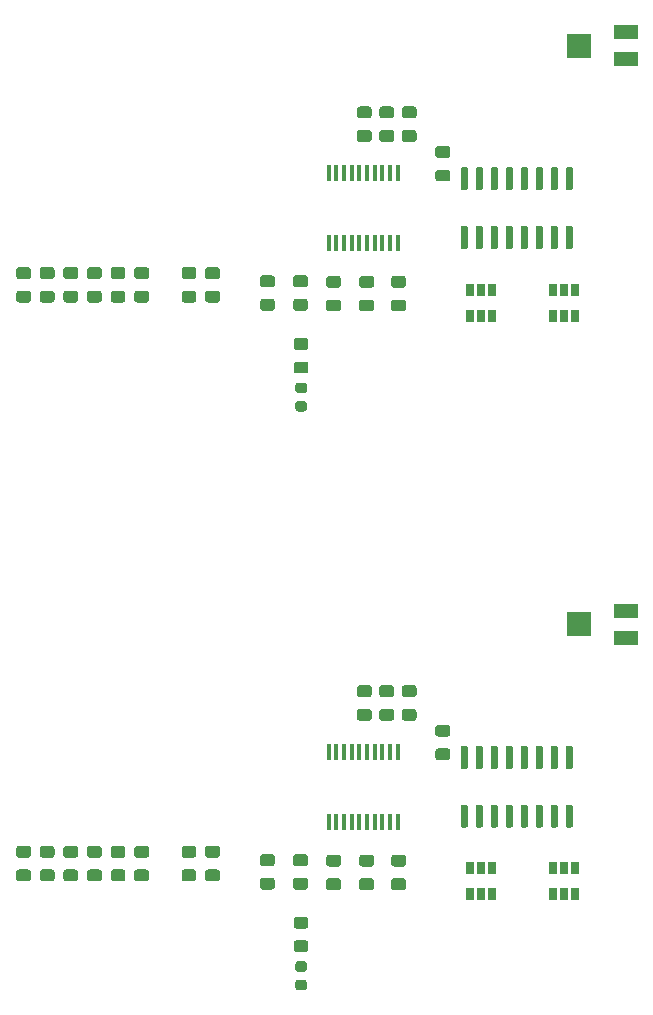
<source format=gtp>
G04 #@! TF.GenerationSoftware,KiCad,Pcbnew,(5.1.5)-3*
G04 #@! TF.CreationDate,2020-05-09T11:27:17+02:00*
G04 #@! TF.ProjectId,ICHaus,49434861-7573-42e6-9b69-6361645f7063,rev?*
G04 #@! TF.SameCoordinates,PX6422c40PYa6e49c0*
G04 #@! TF.FileFunction,Paste,Top*
G04 #@! TF.FilePolarity,Positive*
%FSLAX46Y46*%
G04 Gerber Fmt 4.6, Leading zero omitted, Abs format (unit mm)*
G04 Created by KiCad (PCBNEW (5.1.5)-3) date 2020-05-09 11:27:17*
%MOMM*%
%LPD*%
G04 APERTURE LIST*
%ADD10C,0.100000*%
%ADD11R,0.650000X1.060000*%
%ADD12R,0.450000X1.450000*%
%ADD13R,2.000000X1.300000*%
%ADD14R,2.000000X2.000000*%
G04 APERTURE END LIST*
D10*
G36*
X-55850496Y67998796D02*
G01*
X-55826227Y67995196D01*
X-55802429Y67989235D01*
X-55779329Y67980970D01*
X-55757151Y67970480D01*
X-55736107Y67957867D01*
X-55716402Y67943253D01*
X-55698223Y67926777D01*
X-55681747Y67908598D01*
X-55667133Y67888893D01*
X-55654520Y67867849D01*
X-55644030Y67845671D01*
X-55635765Y67822571D01*
X-55629804Y67798773D01*
X-55626204Y67774504D01*
X-55625000Y67750000D01*
X-55625000Y67250000D01*
X-55626204Y67225496D01*
X-55629804Y67201227D01*
X-55635765Y67177429D01*
X-55644030Y67154329D01*
X-55654520Y67132151D01*
X-55667133Y67111107D01*
X-55681747Y67091402D01*
X-55698223Y67073223D01*
X-55716402Y67056747D01*
X-55736107Y67042133D01*
X-55757151Y67029520D01*
X-55779329Y67019030D01*
X-55802429Y67010765D01*
X-55826227Y67004804D01*
X-55850496Y67001204D01*
X-55875000Y67000000D01*
X-56625000Y67000000D01*
X-56649504Y67001204D01*
X-56673773Y67004804D01*
X-56697571Y67010765D01*
X-56720671Y67019030D01*
X-56742849Y67029520D01*
X-56763893Y67042133D01*
X-56783598Y67056747D01*
X-56801777Y67073223D01*
X-56818253Y67091402D01*
X-56832867Y67111107D01*
X-56845480Y67132151D01*
X-56855970Y67154329D01*
X-56864235Y67177429D01*
X-56870196Y67201227D01*
X-56873796Y67225496D01*
X-56875000Y67250000D01*
X-56875000Y67750000D01*
X-56873796Y67774504D01*
X-56870196Y67798773D01*
X-56864235Y67822571D01*
X-56855970Y67845671D01*
X-56845480Y67867849D01*
X-56832867Y67888893D01*
X-56818253Y67908598D01*
X-56801777Y67926777D01*
X-56783598Y67943253D01*
X-56763893Y67957867D01*
X-56742849Y67970480D01*
X-56720671Y67980970D01*
X-56697571Y67989235D01*
X-56673773Y67995196D01*
X-56649504Y67998796D01*
X-56625000Y68000000D01*
X-55875000Y68000000D01*
X-55850496Y67998796D01*
G37*
G36*
X-55850496Y69998796D02*
G01*
X-55826227Y69995196D01*
X-55802429Y69989235D01*
X-55779329Y69980970D01*
X-55757151Y69970480D01*
X-55736107Y69957867D01*
X-55716402Y69943253D01*
X-55698223Y69926777D01*
X-55681747Y69908598D01*
X-55667133Y69888893D01*
X-55654520Y69867849D01*
X-55644030Y69845671D01*
X-55635765Y69822571D01*
X-55629804Y69798773D01*
X-55626204Y69774504D01*
X-55625000Y69750000D01*
X-55625000Y69250000D01*
X-55626204Y69225496D01*
X-55629804Y69201227D01*
X-55635765Y69177429D01*
X-55644030Y69154329D01*
X-55654520Y69132151D01*
X-55667133Y69111107D01*
X-55681747Y69091402D01*
X-55698223Y69073223D01*
X-55716402Y69056747D01*
X-55736107Y69042133D01*
X-55757151Y69029520D01*
X-55779329Y69019030D01*
X-55802429Y69010765D01*
X-55826227Y69004804D01*
X-55850496Y69001204D01*
X-55875000Y69000000D01*
X-56625000Y69000000D01*
X-56649504Y69001204D01*
X-56673773Y69004804D01*
X-56697571Y69010765D01*
X-56720671Y69019030D01*
X-56742849Y69029520D01*
X-56763893Y69042133D01*
X-56783598Y69056747D01*
X-56801777Y69073223D01*
X-56818253Y69091402D01*
X-56832867Y69111107D01*
X-56845480Y69132151D01*
X-56855970Y69154329D01*
X-56864235Y69177429D01*
X-56870196Y69201227D01*
X-56873796Y69225496D01*
X-56875000Y69250000D01*
X-56875000Y69750000D01*
X-56873796Y69774504D01*
X-56870196Y69798773D01*
X-56864235Y69822571D01*
X-56855970Y69845671D01*
X-56845480Y69867849D01*
X-56832867Y69888893D01*
X-56818253Y69908598D01*
X-56801777Y69926777D01*
X-56783598Y69943253D01*
X-56763893Y69957867D01*
X-56742849Y69970480D01*
X-56720671Y69980970D01*
X-56697571Y69989235D01*
X-56673773Y69995196D01*
X-56649504Y69998796D01*
X-56625000Y70000000D01*
X-55875000Y70000000D01*
X-55850496Y69998796D01*
G37*
D11*
X-28450000Y65900000D03*
X-27500000Y65900000D03*
X-26550000Y65900000D03*
X-26550000Y68100000D03*
X-28450000Y68100000D03*
X-27500000Y68100000D03*
D10*
G36*
X-28780297Y78449278D02*
G01*
X-28765736Y78447118D01*
X-28751457Y78443541D01*
X-28737597Y78438582D01*
X-28724290Y78432288D01*
X-28711664Y78424720D01*
X-28699841Y78415952D01*
X-28688934Y78406066D01*
X-28679048Y78395159D01*
X-28670280Y78383336D01*
X-28662712Y78370710D01*
X-28656418Y78357403D01*
X-28651459Y78343543D01*
X-28647882Y78329264D01*
X-28645722Y78314703D01*
X-28645000Y78300000D01*
X-28645000Y76650000D01*
X-28645722Y76635297D01*
X-28647882Y76620736D01*
X-28651459Y76606457D01*
X-28656418Y76592597D01*
X-28662712Y76579290D01*
X-28670280Y76566664D01*
X-28679048Y76554841D01*
X-28688934Y76543934D01*
X-28699841Y76534048D01*
X-28711664Y76525280D01*
X-28724290Y76517712D01*
X-28737597Y76511418D01*
X-28751457Y76506459D01*
X-28765736Y76502882D01*
X-28780297Y76500722D01*
X-28795000Y76500000D01*
X-29095000Y76500000D01*
X-29109703Y76500722D01*
X-29124264Y76502882D01*
X-29138543Y76506459D01*
X-29152403Y76511418D01*
X-29165710Y76517712D01*
X-29178336Y76525280D01*
X-29190159Y76534048D01*
X-29201066Y76543934D01*
X-29210952Y76554841D01*
X-29219720Y76566664D01*
X-29227288Y76579290D01*
X-29233582Y76592597D01*
X-29238541Y76606457D01*
X-29242118Y76620736D01*
X-29244278Y76635297D01*
X-29245000Y76650000D01*
X-29245000Y78300000D01*
X-29244278Y78314703D01*
X-29242118Y78329264D01*
X-29238541Y78343543D01*
X-29233582Y78357403D01*
X-29227288Y78370710D01*
X-29219720Y78383336D01*
X-29210952Y78395159D01*
X-29201066Y78406066D01*
X-29190159Y78415952D01*
X-29178336Y78424720D01*
X-29165710Y78432288D01*
X-29152403Y78438582D01*
X-29138543Y78443541D01*
X-29124264Y78447118D01*
X-29109703Y78449278D01*
X-29095000Y78450000D01*
X-28795000Y78450000D01*
X-28780297Y78449278D01*
G37*
G36*
X-27510297Y78449278D02*
G01*
X-27495736Y78447118D01*
X-27481457Y78443541D01*
X-27467597Y78438582D01*
X-27454290Y78432288D01*
X-27441664Y78424720D01*
X-27429841Y78415952D01*
X-27418934Y78406066D01*
X-27409048Y78395159D01*
X-27400280Y78383336D01*
X-27392712Y78370710D01*
X-27386418Y78357403D01*
X-27381459Y78343543D01*
X-27377882Y78329264D01*
X-27375722Y78314703D01*
X-27375000Y78300000D01*
X-27375000Y76650000D01*
X-27375722Y76635297D01*
X-27377882Y76620736D01*
X-27381459Y76606457D01*
X-27386418Y76592597D01*
X-27392712Y76579290D01*
X-27400280Y76566664D01*
X-27409048Y76554841D01*
X-27418934Y76543934D01*
X-27429841Y76534048D01*
X-27441664Y76525280D01*
X-27454290Y76517712D01*
X-27467597Y76511418D01*
X-27481457Y76506459D01*
X-27495736Y76502882D01*
X-27510297Y76500722D01*
X-27525000Y76500000D01*
X-27825000Y76500000D01*
X-27839703Y76500722D01*
X-27854264Y76502882D01*
X-27868543Y76506459D01*
X-27882403Y76511418D01*
X-27895710Y76517712D01*
X-27908336Y76525280D01*
X-27920159Y76534048D01*
X-27931066Y76543934D01*
X-27940952Y76554841D01*
X-27949720Y76566664D01*
X-27957288Y76579290D01*
X-27963582Y76592597D01*
X-27968541Y76606457D01*
X-27972118Y76620736D01*
X-27974278Y76635297D01*
X-27975000Y76650000D01*
X-27975000Y78300000D01*
X-27974278Y78314703D01*
X-27972118Y78329264D01*
X-27968541Y78343543D01*
X-27963582Y78357403D01*
X-27957288Y78370710D01*
X-27949720Y78383336D01*
X-27940952Y78395159D01*
X-27931066Y78406066D01*
X-27920159Y78415952D01*
X-27908336Y78424720D01*
X-27895710Y78432288D01*
X-27882403Y78438582D01*
X-27868543Y78443541D01*
X-27854264Y78447118D01*
X-27839703Y78449278D01*
X-27825000Y78450000D01*
X-27525000Y78450000D01*
X-27510297Y78449278D01*
G37*
G36*
X-26240297Y78449278D02*
G01*
X-26225736Y78447118D01*
X-26211457Y78443541D01*
X-26197597Y78438582D01*
X-26184290Y78432288D01*
X-26171664Y78424720D01*
X-26159841Y78415952D01*
X-26148934Y78406066D01*
X-26139048Y78395159D01*
X-26130280Y78383336D01*
X-26122712Y78370710D01*
X-26116418Y78357403D01*
X-26111459Y78343543D01*
X-26107882Y78329264D01*
X-26105722Y78314703D01*
X-26105000Y78300000D01*
X-26105000Y76650000D01*
X-26105722Y76635297D01*
X-26107882Y76620736D01*
X-26111459Y76606457D01*
X-26116418Y76592597D01*
X-26122712Y76579290D01*
X-26130280Y76566664D01*
X-26139048Y76554841D01*
X-26148934Y76543934D01*
X-26159841Y76534048D01*
X-26171664Y76525280D01*
X-26184290Y76517712D01*
X-26197597Y76511418D01*
X-26211457Y76506459D01*
X-26225736Y76502882D01*
X-26240297Y76500722D01*
X-26255000Y76500000D01*
X-26555000Y76500000D01*
X-26569703Y76500722D01*
X-26584264Y76502882D01*
X-26598543Y76506459D01*
X-26612403Y76511418D01*
X-26625710Y76517712D01*
X-26638336Y76525280D01*
X-26650159Y76534048D01*
X-26661066Y76543934D01*
X-26670952Y76554841D01*
X-26679720Y76566664D01*
X-26687288Y76579290D01*
X-26693582Y76592597D01*
X-26698541Y76606457D01*
X-26702118Y76620736D01*
X-26704278Y76635297D01*
X-26705000Y76650000D01*
X-26705000Y78300000D01*
X-26704278Y78314703D01*
X-26702118Y78329264D01*
X-26698541Y78343543D01*
X-26693582Y78357403D01*
X-26687288Y78370710D01*
X-26679720Y78383336D01*
X-26670952Y78395159D01*
X-26661066Y78406066D01*
X-26650159Y78415952D01*
X-26638336Y78424720D01*
X-26625710Y78432288D01*
X-26612403Y78438582D01*
X-26598543Y78443541D01*
X-26584264Y78447118D01*
X-26569703Y78449278D01*
X-26555000Y78450000D01*
X-26255000Y78450000D01*
X-26240297Y78449278D01*
G37*
G36*
X-24970297Y78449278D02*
G01*
X-24955736Y78447118D01*
X-24941457Y78443541D01*
X-24927597Y78438582D01*
X-24914290Y78432288D01*
X-24901664Y78424720D01*
X-24889841Y78415952D01*
X-24878934Y78406066D01*
X-24869048Y78395159D01*
X-24860280Y78383336D01*
X-24852712Y78370710D01*
X-24846418Y78357403D01*
X-24841459Y78343543D01*
X-24837882Y78329264D01*
X-24835722Y78314703D01*
X-24835000Y78300000D01*
X-24835000Y76650000D01*
X-24835722Y76635297D01*
X-24837882Y76620736D01*
X-24841459Y76606457D01*
X-24846418Y76592597D01*
X-24852712Y76579290D01*
X-24860280Y76566664D01*
X-24869048Y76554841D01*
X-24878934Y76543934D01*
X-24889841Y76534048D01*
X-24901664Y76525280D01*
X-24914290Y76517712D01*
X-24927597Y76511418D01*
X-24941457Y76506459D01*
X-24955736Y76502882D01*
X-24970297Y76500722D01*
X-24985000Y76500000D01*
X-25285000Y76500000D01*
X-25299703Y76500722D01*
X-25314264Y76502882D01*
X-25328543Y76506459D01*
X-25342403Y76511418D01*
X-25355710Y76517712D01*
X-25368336Y76525280D01*
X-25380159Y76534048D01*
X-25391066Y76543934D01*
X-25400952Y76554841D01*
X-25409720Y76566664D01*
X-25417288Y76579290D01*
X-25423582Y76592597D01*
X-25428541Y76606457D01*
X-25432118Y76620736D01*
X-25434278Y76635297D01*
X-25435000Y76650000D01*
X-25435000Y78300000D01*
X-25434278Y78314703D01*
X-25432118Y78329264D01*
X-25428541Y78343543D01*
X-25423582Y78357403D01*
X-25417288Y78370710D01*
X-25409720Y78383336D01*
X-25400952Y78395159D01*
X-25391066Y78406066D01*
X-25380159Y78415952D01*
X-25368336Y78424720D01*
X-25355710Y78432288D01*
X-25342403Y78438582D01*
X-25328543Y78443541D01*
X-25314264Y78447118D01*
X-25299703Y78449278D01*
X-25285000Y78450000D01*
X-24985000Y78450000D01*
X-24970297Y78449278D01*
G37*
G36*
X-23700297Y78449278D02*
G01*
X-23685736Y78447118D01*
X-23671457Y78443541D01*
X-23657597Y78438582D01*
X-23644290Y78432288D01*
X-23631664Y78424720D01*
X-23619841Y78415952D01*
X-23608934Y78406066D01*
X-23599048Y78395159D01*
X-23590280Y78383336D01*
X-23582712Y78370710D01*
X-23576418Y78357403D01*
X-23571459Y78343543D01*
X-23567882Y78329264D01*
X-23565722Y78314703D01*
X-23565000Y78300000D01*
X-23565000Y76650000D01*
X-23565722Y76635297D01*
X-23567882Y76620736D01*
X-23571459Y76606457D01*
X-23576418Y76592597D01*
X-23582712Y76579290D01*
X-23590280Y76566664D01*
X-23599048Y76554841D01*
X-23608934Y76543934D01*
X-23619841Y76534048D01*
X-23631664Y76525280D01*
X-23644290Y76517712D01*
X-23657597Y76511418D01*
X-23671457Y76506459D01*
X-23685736Y76502882D01*
X-23700297Y76500722D01*
X-23715000Y76500000D01*
X-24015000Y76500000D01*
X-24029703Y76500722D01*
X-24044264Y76502882D01*
X-24058543Y76506459D01*
X-24072403Y76511418D01*
X-24085710Y76517712D01*
X-24098336Y76525280D01*
X-24110159Y76534048D01*
X-24121066Y76543934D01*
X-24130952Y76554841D01*
X-24139720Y76566664D01*
X-24147288Y76579290D01*
X-24153582Y76592597D01*
X-24158541Y76606457D01*
X-24162118Y76620736D01*
X-24164278Y76635297D01*
X-24165000Y76650000D01*
X-24165000Y78300000D01*
X-24164278Y78314703D01*
X-24162118Y78329264D01*
X-24158541Y78343543D01*
X-24153582Y78357403D01*
X-24147288Y78370710D01*
X-24139720Y78383336D01*
X-24130952Y78395159D01*
X-24121066Y78406066D01*
X-24110159Y78415952D01*
X-24098336Y78424720D01*
X-24085710Y78432288D01*
X-24072403Y78438582D01*
X-24058543Y78443541D01*
X-24044264Y78447118D01*
X-24029703Y78449278D01*
X-24015000Y78450000D01*
X-23715000Y78450000D01*
X-23700297Y78449278D01*
G37*
G36*
X-22430297Y78449278D02*
G01*
X-22415736Y78447118D01*
X-22401457Y78443541D01*
X-22387597Y78438582D01*
X-22374290Y78432288D01*
X-22361664Y78424720D01*
X-22349841Y78415952D01*
X-22338934Y78406066D01*
X-22329048Y78395159D01*
X-22320280Y78383336D01*
X-22312712Y78370710D01*
X-22306418Y78357403D01*
X-22301459Y78343543D01*
X-22297882Y78329264D01*
X-22295722Y78314703D01*
X-22295000Y78300000D01*
X-22295000Y76650000D01*
X-22295722Y76635297D01*
X-22297882Y76620736D01*
X-22301459Y76606457D01*
X-22306418Y76592597D01*
X-22312712Y76579290D01*
X-22320280Y76566664D01*
X-22329048Y76554841D01*
X-22338934Y76543934D01*
X-22349841Y76534048D01*
X-22361664Y76525280D01*
X-22374290Y76517712D01*
X-22387597Y76511418D01*
X-22401457Y76506459D01*
X-22415736Y76502882D01*
X-22430297Y76500722D01*
X-22445000Y76500000D01*
X-22745000Y76500000D01*
X-22759703Y76500722D01*
X-22774264Y76502882D01*
X-22788543Y76506459D01*
X-22802403Y76511418D01*
X-22815710Y76517712D01*
X-22828336Y76525280D01*
X-22840159Y76534048D01*
X-22851066Y76543934D01*
X-22860952Y76554841D01*
X-22869720Y76566664D01*
X-22877288Y76579290D01*
X-22883582Y76592597D01*
X-22888541Y76606457D01*
X-22892118Y76620736D01*
X-22894278Y76635297D01*
X-22895000Y76650000D01*
X-22895000Y78300000D01*
X-22894278Y78314703D01*
X-22892118Y78329264D01*
X-22888541Y78343543D01*
X-22883582Y78357403D01*
X-22877288Y78370710D01*
X-22869720Y78383336D01*
X-22860952Y78395159D01*
X-22851066Y78406066D01*
X-22840159Y78415952D01*
X-22828336Y78424720D01*
X-22815710Y78432288D01*
X-22802403Y78438582D01*
X-22788543Y78443541D01*
X-22774264Y78447118D01*
X-22759703Y78449278D01*
X-22745000Y78450000D01*
X-22445000Y78450000D01*
X-22430297Y78449278D01*
G37*
G36*
X-21160297Y78449278D02*
G01*
X-21145736Y78447118D01*
X-21131457Y78443541D01*
X-21117597Y78438582D01*
X-21104290Y78432288D01*
X-21091664Y78424720D01*
X-21079841Y78415952D01*
X-21068934Y78406066D01*
X-21059048Y78395159D01*
X-21050280Y78383336D01*
X-21042712Y78370710D01*
X-21036418Y78357403D01*
X-21031459Y78343543D01*
X-21027882Y78329264D01*
X-21025722Y78314703D01*
X-21025000Y78300000D01*
X-21025000Y76650000D01*
X-21025722Y76635297D01*
X-21027882Y76620736D01*
X-21031459Y76606457D01*
X-21036418Y76592597D01*
X-21042712Y76579290D01*
X-21050280Y76566664D01*
X-21059048Y76554841D01*
X-21068934Y76543934D01*
X-21079841Y76534048D01*
X-21091664Y76525280D01*
X-21104290Y76517712D01*
X-21117597Y76511418D01*
X-21131457Y76506459D01*
X-21145736Y76502882D01*
X-21160297Y76500722D01*
X-21175000Y76500000D01*
X-21475000Y76500000D01*
X-21489703Y76500722D01*
X-21504264Y76502882D01*
X-21518543Y76506459D01*
X-21532403Y76511418D01*
X-21545710Y76517712D01*
X-21558336Y76525280D01*
X-21570159Y76534048D01*
X-21581066Y76543934D01*
X-21590952Y76554841D01*
X-21599720Y76566664D01*
X-21607288Y76579290D01*
X-21613582Y76592597D01*
X-21618541Y76606457D01*
X-21622118Y76620736D01*
X-21624278Y76635297D01*
X-21625000Y76650000D01*
X-21625000Y78300000D01*
X-21624278Y78314703D01*
X-21622118Y78329264D01*
X-21618541Y78343543D01*
X-21613582Y78357403D01*
X-21607288Y78370710D01*
X-21599720Y78383336D01*
X-21590952Y78395159D01*
X-21581066Y78406066D01*
X-21570159Y78415952D01*
X-21558336Y78424720D01*
X-21545710Y78432288D01*
X-21532403Y78438582D01*
X-21518543Y78443541D01*
X-21504264Y78447118D01*
X-21489703Y78449278D01*
X-21475000Y78450000D01*
X-21175000Y78450000D01*
X-21160297Y78449278D01*
G37*
G36*
X-19890297Y78449278D02*
G01*
X-19875736Y78447118D01*
X-19861457Y78443541D01*
X-19847597Y78438582D01*
X-19834290Y78432288D01*
X-19821664Y78424720D01*
X-19809841Y78415952D01*
X-19798934Y78406066D01*
X-19789048Y78395159D01*
X-19780280Y78383336D01*
X-19772712Y78370710D01*
X-19766418Y78357403D01*
X-19761459Y78343543D01*
X-19757882Y78329264D01*
X-19755722Y78314703D01*
X-19755000Y78300000D01*
X-19755000Y76650000D01*
X-19755722Y76635297D01*
X-19757882Y76620736D01*
X-19761459Y76606457D01*
X-19766418Y76592597D01*
X-19772712Y76579290D01*
X-19780280Y76566664D01*
X-19789048Y76554841D01*
X-19798934Y76543934D01*
X-19809841Y76534048D01*
X-19821664Y76525280D01*
X-19834290Y76517712D01*
X-19847597Y76511418D01*
X-19861457Y76506459D01*
X-19875736Y76502882D01*
X-19890297Y76500722D01*
X-19905000Y76500000D01*
X-20205000Y76500000D01*
X-20219703Y76500722D01*
X-20234264Y76502882D01*
X-20248543Y76506459D01*
X-20262403Y76511418D01*
X-20275710Y76517712D01*
X-20288336Y76525280D01*
X-20300159Y76534048D01*
X-20311066Y76543934D01*
X-20320952Y76554841D01*
X-20329720Y76566664D01*
X-20337288Y76579290D01*
X-20343582Y76592597D01*
X-20348541Y76606457D01*
X-20352118Y76620736D01*
X-20354278Y76635297D01*
X-20355000Y76650000D01*
X-20355000Y78300000D01*
X-20354278Y78314703D01*
X-20352118Y78329264D01*
X-20348541Y78343543D01*
X-20343582Y78357403D01*
X-20337288Y78370710D01*
X-20329720Y78383336D01*
X-20320952Y78395159D01*
X-20311066Y78406066D01*
X-20300159Y78415952D01*
X-20288336Y78424720D01*
X-20275710Y78432288D01*
X-20262403Y78438582D01*
X-20248543Y78443541D01*
X-20234264Y78447118D01*
X-20219703Y78449278D01*
X-20205000Y78450000D01*
X-19905000Y78450000D01*
X-19890297Y78449278D01*
G37*
G36*
X-19890297Y73499278D02*
G01*
X-19875736Y73497118D01*
X-19861457Y73493541D01*
X-19847597Y73488582D01*
X-19834290Y73482288D01*
X-19821664Y73474720D01*
X-19809841Y73465952D01*
X-19798934Y73456066D01*
X-19789048Y73445159D01*
X-19780280Y73433336D01*
X-19772712Y73420710D01*
X-19766418Y73407403D01*
X-19761459Y73393543D01*
X-19757882Y73379264D01*
X-19755722Y73364703D01*
X-19755000Y73350000D01*
X-19755000Y71700000D01*
X-19755722Y71685297D01*
X-19757882Y71670736D01*
X-19761459Y71656457D01*
X-19766418Y71642597D01*
X-19772712Y71629290D01*
X-19780280Y71616664D01*
X-19789048Y71604841D01*
X-19798934Y71593934D01*
X-19809841Y71584048D01*
X-19821664Y71575280D01*
X-19834290Y71567712D01*
X-19847597Y71561418D01*
X-19861457Y71556459D01*
X-19875736Y71552882D01*
X-19890297Y71550722D01*
X-19905000Y71550000D01*
X-20205000Y71550000D01*
X-20219703Y71550722D01*
X-20234264Y71552882D01*
X-20248543Y71556459D01*
X-20262403Y71561418D01*
X-20275710Y71567712D01*
X-20288336Y71575280D01*
X-20300159Y71584048D01*
X-20311066Y71593934D01*
X-20320952Y71604841D01*
X-20329720Y71616664D01*
X-20337288Y71629290D01*
X-20343582Y71642597D01*
X-20348541Y71656457D01*
X-20352118Y71670736D01*
X-20354278Y71685297D01*
X-20355000Y71700000D01*
X-20355000Y73350000D01*
X-20354278Y73364703D01*
X-20352118Y73379264D01*
X-20348541Y73393543D01*
X-20343582Y73407403D01*
X-20337288Y73420710D01*
X-20329720Y73433336D01*
X-20320952Y73445159D01*
X-20311066Y73456066D01*
X-20300159Y73465952D01*
X-20288336Y73474720D01*
X-20275710Y73482288D01*
X-20262403Y73488582D01*
X-20248543Y73493541D01*
X-20234264Y73497118D01*
X-20219703Y73499278D01*
X-20205000Y73500000D01*
X-19905000Y73500000D01*
X-19890297Y73499278D01*
G37*
G36*
X-21160297Y73499278D02*
G01*
X-21145736Y73497118D01*
X-21131457Y73493541D01*
X-21117597Y73488582D01*
X-21104290Y73482288D01*
X-21091664Y73474720D01*
X-21079841Y73465952D01*
X-21068934Y73456066D01*
X-21059048Y73445159D01*
X-21050280Y73433336D01*
X-21042712Y73420710D01*
X-21036418Y73407403D01*
X-21031459Y73393543D01*
X-21027882Y73379264D01*
X-21025722Y73364703D01*
X-21025000Y73350000D01*
X-21025000Y71700000D01*
X-21025722Y71685297D01*
X-21027882Y71670736D01*
X-21031459Y71656457D01*
X-21036418Y71642597D01*
X-21042712Y71629290D01*
X-21050280Y71616664D01*
X-21059048Y71604841D01*
X-21068934Y71593934D01*
X-21079841Y71584048D01*
X-21091664Y71575280D01*
X-21104290Y71567712D01*
X-21117597Y71561418D01*
X-21131457Y71556459D01*
X-21145736Y71552882D01*
X-21160297Y71550722D01*
X-21175000Y71550000D01*
X-21475000Y71550000D01*
X-21489703Y71550722D01*
X-21504264Y71552882D01*
X-21518543Y71556459D01*
X-21532403Y71561418D01*
X-21545710Y71567712D01*
X-21558336Y71575280D01*
X-21570159Y71584048D01*
X-21581066Y71593934D01*
X-21590952Y71604841D01*
X-21599720Y71616664D01*
X-21607288Y71629290D01*
X-21613582Y71642597D01*
X-21618541Y71656457D01*
X-21622118Y71670736D01*
X-21624278Y71685297D01*
X-21625000Y71700000D01*
X-21625000Y73350000D01*
X-21624278Y73364703D01*
X-21622118Y73379264D01*
X-21618541Y73393543D01*
X-21613582Y73407403D01*
X-21607288Y73420710D01*
X-21599720Y73433336D01*
X-21590952Y73445159D01*
X-21581066Y73456066D01*
X-21570159Y73465952D01*
X-21558336Y73474720D01*
X-21545710Y73482288D01*
X-21532403Y73488582D01*
X-21518543Y73493541D01*
X-21504264Y73497118D01*
X-21489703Y73499278D01*
X-21475000Y73500000D01*
X-21175000Y73500000D01*
X-21160297Y73499278D01*
G37*
G36*
X-22430297Y73499278D02*
G01*
X-22415736Y73497118D01*
X-22401457Y73493541D01*
X-22387597Y73488582D01*
X-22374290Y73482288D01*
X-22361664Y73474720D01*
X-22349841Y73465952D01*
X-22338934Y73456066D01*
X-22329048Y73445159D01*
X-22320280Y73433336D01*
X-22312712Y73420710D01*
X-22306418Y73407403D01*
X-22301459Y73393543D01*
X-22297882Y73379264D01*
X-22295722Y73364703D01*
X-22295000Y73350000D01*
X-22295000Y71700000D01*
X-22295722Y71685297D01*
X-22297882Y71670736D01*
X-22301459Y71656457D01*
X-22306418Y71642597D01*
X-22312712Y71629290D01*
X-22320280Y71616664D01*
X-22329048Y71604841D01*
X-22338934Y71593934D01*
X-22349841Y71584048D01*
X-22361664Y71575280D01*
X-22374290Y71567712D01*
X-22387597Y71561418D01*
X-22401457Y71556459D01*
X-22415736Y71552882D01*
X-22430297Y71550722D01*
X-22445000Y71550000D01*
X-22745000Y71550000D01*
X-22759703Y71550722D01*
X-22774264Y71552882D01*
X-22788543Y71556459D01*
X-22802403Y71561418D01*
X-22815710Y71567712D01*
X-22828336Y71575280D01*
X-22840159Y71584048D01*
X-22851066Y71593934D01*
X-22860952Y71604841D01*
X-22869720Y71616664D01*
X-22877288Y71629290D01*
X-22883582Y71642597D01*
X-22888541Y71656457D01*
X-22892118Y71670736D01*
X-22894278Y71685297D01*
X-22895000Y71700000D01*
X-22895000Y73350000D01*
X-22894278Y73364703D01*
X-22892118Y73379264D01*
X-22888541Y73393543D01*
X-22883582Y73407403D01*
X-22877288Y73420710D01*
X-22869720Y73433336D01*
X-22860952Y73445159D01*
X-22851066Y73456066D01*
X-22840159Y73465952D01*
X-22828336Y73474720D01*
X-22815710Y73482288D01*
X-22802403Y73488582D01*
X-22788543Y73493541D01*
X-22774264Y73497118D01*
X-22759703Y73499278D01*
X-22745000Y73500000D01*
X-22445000Y73500000D01*
X-22430297Y73499278D01*
G37*
G36*
X-23700297Y73499278D02*
G01*
X-23685736Y73497118D01*
X-23671457Y73493541D01*
X-23657597Y73488582D01*
X-23644290Y73482288D01*
X-23631664Y73474720D01*
X-23619841Y73465952D01*
X-23608934Y73456066D01*
X-23599048Y73445159D01*
X-23590280Y73433336D01*
X-23582712Y73420710D01*
X-23576418Y73407403D01*
X-23571459Y73393543D01*
X-23567882Y73379264D01*
X-23565722Y73364703D01*
X-23565000Y73350000D01*
X-23565000Y71700000D01*
X-23565722Y71685297D01*
X-23567882Y71670736D01*
X-23571459Y71656457D01*
X-23576418Y71642597D01*
X-23582712Y71629290D01*
X-23590280Y71616664D01*
X-23599048Y71604841D01*
X-23608934Y71593934D01*
X-23619841Y71584048D01*
X-23631664Y71575280D01*
X-23644290Y71567712D01*
X-23657597Y71561418D01*
X-23671457Y71556459D01*
X-23685736Y71552882D01*
X-23700297Y71550722D01*
X-23715000Y71550000D01*
X-24015000Y71550000D01*
X-24029703Y71550722D01*
X-24044264Y71552882D01*
X-24058543Y71556459D01*
X-24072403Y71561418D01*
X-24085710Y71567712D01*
X-24098336Y71575280D01*
X-24110159Y71584048D01*
X-24121066Y71593934D01*
X-24130952Y71604841D01*
X-24139720Y71616664D01*
X-24147288Y71629290D01*
X-24153582Y71642597D01*
X-24158541Y71656457D01*
X-24162118Y71670736D01*
X-24164278Y71685297D01*
X-24165000Y71700000D01*
X-24165000Y73350000D01*
X-24164278Y73364703D01*
X-24162118Y73379264D01*
X-24158541Y73393543D01*
X-24153582Y73407403D01*
X-24147288Y73420710D01*
X-24139720Y73433336D01*
X-24130952Y73445159D01*
X-24121066Y73456066D01*
X-24110159Y73465952D01*
X-24098336Y73474720D01*
X-24085710Y73482288D01*
X-24072403Y73488582D01*
X-24058543Y73493541D01*
X-24044264Y73497118D01*
X-24029703Y73499278D01*
X-24015000Y73500000D01*
X-23715000Y73500000D01*
X-23700297Y73499278D01*
G37*
G36*
X-24970297Y73499278D02*
G01*
X-24955736Y73497118D01*
X-24941457Y73493541D01*
X-24927597Y73488582D01*
X-24914290Y73482288D01*
X-24901664Y73474720D01*
X-24889841Y73465952D01*
X-24878934Y73456066D01*
X-24869048Y73445159D01*
X-24860280Y73433336D01*
X-24852712Y73420710D01*
X-24846418Y73407403D01*
X-24841459Y73393543D01*
X-24837882Y73379264D01*
X-24835722Y73364703D01*
X-24835000Y73350000D01*
X-24835000Y71700000D01*
X-24835722Y71685297D01*
X-24837882Y71670736D01*
X-24841459Y71656457D01*
X-24846418Y71642597D01*
X-24852712Y71629290D01*
X-24860280Y71616664D01*
X-24869048Y71604841D01*
X-24878934Y71593934D01*
X-24889841Y71584048D01*
X-24901664Y71575280D01*
X-24914290Y71567712D01*
X-24927597Y71561418D01*
X-24941457Y71556459D01*
X-24955736Y71552882D01*
X-24970297Y71550722D01*
X-24985000Y71550000D01*
X-25285000Y71550000D01*
X-25299703Y71550722D01*
X-25314264Y71552882D01*
X-25328543Y71556459D01*
X-25342403Y71561418D01*
X-25355710Y71567712D01*
X-25368336Y71575280D01*
X-25380159Y71584048D01*
X-25391066Y71593934D01*
X-25400952Y71604841D01*
X-25409720Y71616664D01*
X-25417288Y71629290D01*
X-25423582Y71642597D01*
X-25428541Y71656457D01*
X-25432118Y71670736D01*
X-25434278Y71685297D01*
X-25435000Y71700000D01*
X-25435000Y73350000D01*
X-25434278Y73364703D01*
X-25432118Y73379264D01*
X-25428541Y73393543D01*
X-25423582Y73407403D01*
X-25417288Y73420710D01*
X-25409720Y73433336D01*
X-25400952Y73445159D01*
X-25391066Y73456066D01*
X-25380159Y73465952D01*
X-25368336Y73474720D01*
X-25355710Y73482288D01*
X-25342403Y73488582D01*
X-25328543Y73493541D01*
X-25314264Y73497118D01*
X-25299703Y73499278D01*
X-25285000Y73500000D01*
X-24985000Y73500000D01*
X-24970297Y73499278D01*
G37*
G36*
X-26240297Y73499278D02*
G01*
X-26225736Y73497118D01*
X-26211457Y73493541D01*
X-26197597Y73488582D01*
X-26184290Y73482288D01*
X-26171664Y73474720D01*
X-26159841Y73465952D01*
X-26148934Y73456066D01*
X-26139048Y73445159D01*
X-26130280Y73433336D01*
X-26122712Y73420710D01*
X-26116418Y73407403D01*
X-26111459Y73393543D01*
X-26107882Y73379264D01*
X-26105722Y73364703D01*
X-26105000Y73350000D01*
X-26105000Y71700000D01*
X-26105722Y71685297D01*
X-26107882Y71670736D01*
X-26111459Y71656457D01*
X-26116418Y71642597D01*
X-26122712Y71629290D01*
X-26130280Y71616664D01*
X-26139048Y71604841D01*
X-26148934Y71593934D01*
X-26159841Y71584048D01*
X-26171664Y71575280D01*
X-26184290Y71567712D01*
X-26197597Y71561418D01*
X-26211457Y71556459D01*
X-26225736Y71552882D01*
X-26240297Y71550722D01*
X-26255000Y71550000D01*
X-26555000Y71550000D01*
X-26569703Y71550722D01*
X-26584264Y71552882D01*
X-26598543Y71556459D01*
X-26612403Y71561418D01*
X-26625710Y71567712D01*
X-26638336Y71575280D01*
X-26650159Y71584048D01*
X-26661066Y71593934D01*
X-26670952Y71604841D01*
X-26679720Y71616664D01*
X-26687288Y71629290D01*
X-26693582Y71642597D01*
X-26698541Y71656457D01*
X-26702118Y71670736D01*
X-26704278Y71685297D01*
X-26705000Y71700000D01*
X-26705000Y73350000D01*
X-26704278Y73364703D01*
X-26702118Y73379264D01*
X-26698541Y73393543D01*
X-26693582Y73407403D01*
X-26687288Y73420710D01*
X-26679720Y73433336D01*
X-26670952Y73445159D01*
X-26661066Y73456066D01*
X-26650159Y73465952D01*
X-26638336Y73474720D01*
X-26625710Y73482288D01*
X-26612403Y73488582D01*
X-26598543Y73493541D01*
X-26584264Y73497118D01*
X-26569703Y73499278D01*
X-26555000Y73500000D01*
X-26255000Y73500000D01*
X-26240297Y73499278D01*
G37*
G36*
X-27510297Y73499278D02*
G01*
X-27495736Y73497118D01*
X-27481457Y73493541D01*
X-27467597Y73488582D01*
X-27454290Y73482288D01*
X-27441664Y73474720D01*
X-27429841Y73465952D01*
X-27418934Y73456066D01*
X-27409048Y73445159D01*
X-27400280Y73433336D01*
X-27392712Y73420710D01*
X-27386418Y73407403D01*
X-27381459Y73393543D01*
X-27377882Y73379264D01*
X-27375722Y73364703D01*
X-27375000Y73350000D01*
X-27375000Y71700000D01*
X-27375722Y71685297D01*
X-27377882Y71670736D01*
X-27381459Y71656457D01*
X-27386418Y71642597D01*
X-27392712Y71629290D01*
X-27400280Y71616664D01*
X-27409048Y71604841D01*
X-27418934Y71593934D01*
X-27429841Y71584048D01*
X-27441664Y71575280D01*
X-27454290Y71567712D01*
X-27467597Y71561418D01*
X-27481457Y71556459D01*
X-27495736Y71552882D01*
X-27510297Y71550722D01*
X-27525000Y71550000D01*
X-27825000Y71550000D01*
X-27839703Y71550722D01*
X-27854264Y71552882D01*
X-27868543Y71556459D01*
X-27882403Y71561418D01*
X-27895710Y71567712D01*
X-27908336Y71575280D01*
X-27920159Y71584048D01*
X-27931066Y71593934D01*
X-27940952Y71604841D01*
X-27949720Y71616664D01*
X-27957288Y71629290D01*
X-27963582Y71642597D01*
X-27968541Y71656457D01*
X-27972118Y71670736D01*
X-27974278Y71685297D01*
X-27975000Y71700000D01*
X-27975000Y73350000D01*
X-27974278Y73364703D01*
X-27972118Y73379264D01*
X-27968541Y73393543D01*
X-27963582Y73407403D01*
X-27957288Y73420710D01*
X-27949720Y73433336D01*
X-27940952Y73445159D01*
X-27931066Y73456066D01*
X-27920159Y73465952D01*
X-27908336Y73474720D01*
X-27895710Y73482288D01*
X-27882403Y73488582D01*
X-27868543Y73493541D01*
X-27854264Y73497118D01*
X-27839703Y73499278D01*
X-27825000Y73500000D01*
X-27525000Y73500000D01*
X-27510297Y73499278D01*
G37*
G36*
X-28780297Y73499278D02*
G01*
X-28765736Y73497118D01*
X-28751457Y73493541D01*
X-28737597Y73488582D01*
X-28724290Y73482288D01*
X-28711664Y73474720D01*
X-28699841Y73465952D01*
X-28688934Y73456066D01*
X-28679048Y73445159D01*
X-28670280Y73433336D01*
X-28662712Y73420710D01*
X-28656418Y73407403D01*
X-28651459Y73393543D01*
X-28647882Y73379264D01*
X-28645722Y73364703D01*
X-28645000Y73350000D01*
X-28645000Y71700000D01*
X-28645722Y71685297D01*
X-28647882Y71670736D01*
X-28651459Y71656457D01*
X-28656418Y71642597D01*
X-28662712Y71629290D01*
X-28670280Y71616664D01*
X-28679048Y71604841D01*
X-28688934Y71593934D01*
X-28699841Y71584048D01*
X-28711664Y71575280D01*
X-28724290Y71567712D01*
X-28737597Y71561418D01*
X-28751457Y71556459D01*
X-28765736Y71552882D01*
X-28780297Y71550722D01*
X-28795000Y71550000D01*
X-29095000Y71550000D01*
X-29109703Y71550722D01*
X-29124264Y71552882D01*
X-29138543Y71556459D01*
X-29152403Y71561418D01*
X-29165710Y71567712D01*
X-29178336Y71575280D01*
X-29190159Y71584048D01*
X-29201066Y71593934D01*
X-29210952Y71604841D01*
X-29219720Y71616664D01*
X-29227288Y71629290D01*
X-29233582Y71642597D01*
X-29238541Y71656457D01*
X-29242118Y71670736D01*
X-29244278Y71685297D01*
X-29245000Y71700000D01*
X-29245000Y73350000D01*
X-29244278Y73364703D01*
X-29242118Y73379264D01*
X-29238541Y73393543D01*
X-29233582Y73407403D01*
X-29227288Y73420710D01*
X-29219720Y73433336D01*
X-29210952Y73445159D01*
X-29201066Y73456066D01*
X-29190159Y73465952D01*
X-29178336Y73474720D01*
X-29165710Y73482288D01*
X-29152403Y73488582D01*
X-29138543Y73493541D01*
X-29124264Y73497118D01*
X-29109703Y73499278D01*
X-29095000Y73500000D01*
X-28795000Y73500000D01*
X-28780297Y73499278D01*
G37*
D11*
X-20500000Y68100000D03*
X-21450000Y68100000D03*
X-19550000Y68100000D03*
X-19550000Y65900000D03*
X-20500000Y65900000D03*
X-21450000Y65900000D03*
D12*
X-40425000Y77950000D03*
X-39775000Y77950000D03*
X-39125000Y77950000D03*
X-38475000Y77950000D03*
X-37825000Y77950000D03*
X-37175000Y77950000D03*
X-36525000Y77950000D03*
X-35875000Y77950000D03*
X-35225000Y77950000D03*
X-34575000Y77950000D03*
X-34575000Y72050000D03*
X-35225000Y72050000D03*
X-35875000Y72050000D03*
X-36525000Y72050000D03*
X-37175000Y72050000D03*
X-37825000Y72050000D03*
X-38475000Y72050000D03*
X-39125000Y72050000D03*
X-39775000Y72050000D03*
X-40425000Y72050000D03*
D10*
G36*
X-57850496Y69998796D02*
G01*
X-57826227Y69995196D01*
X-57802429Y69989235D01*
X-57779329Y69980970D01*
X-57757151Y69970480D01*
X-57736107Y69957867D01*
X-57716402Y69943253D01*
X-57698223Y69926777D01*
X-57681747Y69908598D01*
X-57667133Y69888893D01*
X-57654520Y69867849D01*
X-57644030Y69845671D01*
X-57635765Y69822571D01*
X-57629804Y69798773D01*
X-57626204Y69774504D01*
X-57625000Y69750000D01*
X-57625000Y69250000D01*
X-57626204Y69225496D01*
X-57629804Y69201227D01*
X-57635765Y69177429D01*
X-57644030Y69154329D01*
X-57654520Y69132151D01*
X-57667133Y69111107D01*
X-57681747Y69091402D01*
X-57698223Y69073223D01*
X-57716402Y69056747D01*
X-57736107Y69042133D01*
X-57757151Y69029520D01*
X-57779329Y69019030D01*
X-57802429Y69010765D01*
X-57826227Y69004804D01*
X-57850496Y69001204D01*
X-57875000Y69000000D01*
X-58625000Y69000000D01*
X-58649504Y69001204D01*
X-58673773Y69004804D01*
X-58697571Y69010765D01*
X-58720671Y69019030D01*
X-58742849Y69029520D01*
X-58763893Y69042133D01*
X-58783598Y69056747D01*
X-58801777Y69073223D01*
X-58818253Y69091402D01*
X-58832867Y69111107D01*
X-58845480Y69132151D01*
X-58855970Y69154329D01*
X-58864235Y69177429D01*
X-58870196Y69201227D01*
X-58873796Y69225496D01*
X-58875000Y69250000D01*
X-58875000Y69750000D01*
X-58873796Y69774504D01*
X-58870196Y69798773D01*
X-58864235Y69822571D01*
X-58855970Y69845671D01*
X-58845480Y69867849D01*
X-58832867Y69888893D01*
X-58818253Y69908598D01*
X-58801777Y69926777D01*
X-58783598Y69943253D01*
X-58763893Y69957867D01*
X-58742849Y69970480D01*
X-58720671Y69980970D01*
X-58697571Y69989235D01*
X-58673773Y69995196D01*
X-58649504Y69998796D01*
X-58625000Y70000000D01*
X-57875000Y70000000D01*
X-57850496Y69998796D01*
G37*
G36*
X-57850496Y67998796D02*
G01*
X-57826227Y67995196D01*
X-57802429Y67989235D01*
X-57779329Y67980970D01*
X-57757151Y67970480D01*
X-57736107Y67957867D01*
X-57716402Y67943253D01*
X-57698223Y67926777D01*
X-57681747Y67908598D01*
X-57667133Y67888893D01*
X-57654520Y67867849D01*
X-57644030Y67845671D01*
X-57635765Y67822571D01*
X-57629804Y67798773D01*
X-57626204Y67774504D01*
X-57625000Y67750000D01*
X-57625000Y67250000D01*
X-57626204Y67225496D01*
X-57629804Y67201227D01*
X-57635765Y67177429D01*
X-57644030Y67154329D01*
X-57654520Y67132151D01*
X-57667133Y67111107D01*
X-57681747Y67091402D01*
X-57698223Y67073223D01*
X-57716402Y67056747D01*
X-57736107Y67042133D01*
X-57757151Y67029520D01*
X-57779329Y67019030D01*
X-57802429Y67010765D01*
X-57826227Y67004804D01*
X-57850496Y67001204D01*
X-57875000Y67000000D01*
X-58625000Y67000000D01*
X-58649504Y67001204D01*
X-58673773Y67004804D01*
X-58697571Y67010765D01*
X-58720671Y67019030D01*
X-58742849Y67029520D01*
X-58763893Y67042133D01*
X-58783598Y67056747D01*
X-58801777Y67073223D01*
X-58818253Y67091402D01*
X-58832867Y67111107D01*
X-58845480Y67132151D01*
X-58855970Y67154329D01*
X-58864235Y67177429D01*
X-58870196Y67201227D01*
X-58873796Y67225496D01*
X-58875000Y67250000D01*
X-58875000Y67750000D01*
X-58873796Y67774504D01*
X-58870196Y67798773D01*
X-58864235Y67822571D01*
X-58855970Y67845671D01*
X-58845480Y67867849D01*
X-58832867Y67888893D01*
X-58818253Y67908598D01*
X-58801777Y67926777D01*
X-58783598Y67943253D01*
X-58763893Y67957867D01*
X-58742849Y67970480D01*
X-58720671Y67980970D01*
X-58697571Y67989235D01*
X-58673773Y67995196D01*
X-58649504Y67998796D01*
X-58625000Y68000000D01*
X-57875000Y68000000D01*
X-57850496Y67998796D01*
G37*
G36*
X-30350496Y80248796D02*
G01*
X-30326227Y80245196D01*
X-30302429Y80239235D01*
X-30279329Y80230970D01*
X-30257151Y80220480D01*
X-30236107Y80207867D01*
X-30216402Y80193253D01*
X-30198223Y80176777D01*
X-30181747Y80158598D01*
X-30167133Y80138893D01*
X-30154520Y80117849D01*
X-30144030Y80095671D01*
X-30135765Y80072571D01*
X-30129804Y80048773D01*
X-30126204Y80024504D01*
X-30125000Y80000000D01*
X-30125000Y79500000D01*
X-30126204Y79475496D01*
X-30129804Y79451227D01*
X-30135765Y79427429D01*
X-30144030Y79404329D01*
X-30154520Y79382151D01*
X-30167133Y79361107D01*
X-30181747Y79341402D01*
X-30198223Y79323223D01*
X-30216402Y79306747D01*
X-30236107Y79292133D01*
X-30257151Y79279520D01*
X-30279329Y79269030D01*
X-30302429Y79260765D01*
X-30326227Y79254804D01*
X-30350496Y79251204D01*
X-30375000Y79250000D01*
X-31125000Y79250000D01*
X-31149504Y79251204D01*
X-31173773Y79254804D01*
X-31197571Y79260765D01*
X-31220671Y79269030D01*
X-31242849Y79279520D01*
X-31263893Y79292133D01*
X-31283598Y79306747D01*
X-31301777Y79323223D01*
X-31318253Y79341402D01*
X-31332867Y79361107D01*
X-31345480Y79382151D01*
X-31355970Y79404329D01*
X-31364235Y79427429D01*
X-31370196Y79451227D01*
X-31373796Y79475496D01*
X-31375000Y79500000D01*
X-31375000Y80000000D01*
X-31373796Y80024504D01*
X-31370196Y80048773D01*
X-31364235Y80072571D01*
X-31355970Y80095671D01*
X-31345480Y80117849D01*
X-31332867Y80138893D01*
X-31318253Y80158598D01*
X-31301777Y80176777D01*
X-31283598Y80193253D01*
X-31263893Y80207867D01*
X-31242849Y80220480D01*
X-31220671Y80230970D01*
X-31197571Y80239235D01*
X-31173773Y80245196D01*
X-31149504Y80248796D01*
X-31125000Y80250000D01*
X-30375000Y80250000D01*
X-30350496Y80248796D01*
G37*
G36*
X-30350496Y78248796D02*
G01*
X-30326227Y78245196D01*
X-30302429Y78239235D01*
X-30279329Y78230970D01*
X-30257151Y78220480D01*
X-30236107Y78207867D01*
X-30216402Y78193253D01*
X-30198223Y78176777D01*
X-30181747Y78158598D01*
X-30167133Y78138893D01*
X-30154520Y78117849D01*
X-30144030Y78095671D01*
X-30135765Y78072571D01*
X-30129804Y78048773D01*
X-30126204Y78024504D01*
X-30125000Y78000000D01*
X-30125000Y77500000D01*
X-30126204Y77475496D01*
X-30129804Y77451227D01*
X-30135765Y77427429D01*
X-30144030Y77404329D01*
X-30154520Y77382151D01*
X-30167133Y77361107D01*
X-30181747Y77341402D01*
X-30198223Y77323223D01*
X-30216402Y77306747D01*
X-30236107Y77292133D01*
X-30257151Y77279520D01*
X-30279329Y77269030D01*
X-30302429Y77260765D01*
X-30326227Y77254804D01*
X-30350496Y77251204D01*
X-30375000Y77250000D01*
X-31125000Y77250000D01*
X-31149504Y77251204D01*
X-31173773Y77254804D01*
X-31197571Y77260765D01*
X-31220671Y77269030D01*
X-31242849Y77279520D01*
X-31263893Y77292133D01*
X-31283598Y77306747D01*
X-31301777Y77323223D01*
X-31318253Y77341402D01*
X-31332867Y77361107D01*
X-31345480Y77382151D01*
X-31355970Y77404329D01*
X-31364235Y77427429D01*
X-31370196Y77451227D01*
X-31373796Y77475496D01*
X-31375000Y77500000D01*
X-31375000Y78000000D01*
X-31373796Y78024504D01*
X-31370196Y78048773D01*
X-31364235Y78072571D01*
X-31355970Y78095671D01*
X-31345480Y78117849D01*
X-31332867Y78138893D01*
X-31318253Y78158598D01*
X-31301777Y78176777D01*
X-31283598Y78193253D01*
X-31263893Y78207867D01*
X-31242849Y78220480D01*
X-31220671Y78230970D01*
X-31197571Y78239235D01*
X-31173773Y78245196D01*
X-31149504Y78248796D01*
X-31125000Y78250000D01*
X-30375000Y78250000D01*
X-30350496Y78248796D01*
G37*
G36*
X-65850496Y67998796D02*
G01*
X-65826227Y67995196D01*
X-65802429Y67989235D01*
X-65779329Y67980970D01*
X-65757151Y67970480D01*
X-65736107Y67957867D01*
X-65716402Y67943253D01*
X-65698223Y67926777D01*
X-65681747Y67908598D01*
X-65667133Y67888893D01*
X-65654520Y67867849D01*
X-65644030Y67845671D01*
X-65635765Y67822571D01*
X-65629804Y67798773D01*
X-65626204Y67774504D01*
X-65625000Y67750000D01*
X-65625000Y67250000D01*
X-65626204Y67225496D01*
X-65629804Y67201227D01*
X-65635765Y67177429D01*
X-65644030Y67154329D01*
X-65654520Y67132151D01*
X-65667133Y67111107D01*
X-65681747Y67091402D01*
X-65698223Y67073223D01*
X-65716402Y67056747D01*
X-65736107Y67042133D01*
X-65757151Y67029520D01*
X-65779329Y67019030D01*
X-65802429Y67010765D01*
X-65826227Y67004804D01*
X-65850496Y67001204D01*
X-65875000Y67000000D01*
X-66625000Y67000000D01*
X-66649504Y67001204D01*
X-66673773Y67004804D01*
X-66697571Y67010765D01*
X-66720671Y67019030D01*
X-66742849Y67029520D01*
X-66763893Y67042133D01*
X-66783598Y67056747D01*
X-66801777Y67073223D01*
X-66818253Y67091402D01*
X-66832867Y67111107D01*
X-66845480Y67132151D01*
X-66855970Y67154329D01*
X-66864235Y67177429D01*
X-66870196Y67201227D01*
X-66873796Y67225496D01*
X-66875000Y67250000D01*
X-66875000Y67750000D01*
X-66873796Y67774504D01*
X-66870196Y67798773D01*
X-66864235Y67822571D01*
X-66855970Y67845671D01*
X-66845480Y67867849D01*
X-66832867Y67888893D01*
X-66818253Y67908598D01*
X-66801777Y67926777D01*
X-66783598Y67943253D01*
X-66763893Y67957867D01*
X-66742849Y67970480D01*
X-66720671Y67980970D01*
X-66697571Y67989235D01*
X-66673773Y67995196D01*
X-66649504Y67998796D01*
X-66625000Y68000000D01*
X-65875000Y68000000D01*
X-65850496Y67998796D01*
G37*
G36*
X-65850496Y69998796D02*
G01*
X-65826227Y69995196D01*
X-65802429Y69989235D01*
X-65779329Y69980970D01*
X-65757151Y69970480D01*
X-65736107Y69957867D01*
X-65716402Y69943253D01*
X-65698223Y69926777D01*
X-65681747Y69908598D01*
X-65667133Y69888893D01*
X-65654520Y69867849D01*
X-65644030Y69845671D01*
X-65635765Y69822571D01*
X-65629804Y69798773D01*
X-65626204Y69774504D01*
X-65625000Y69750000D01*
X-65625000Y69250000D01*
X-65626204Y69225496D01*
X-65629804Y69201227D01*
X-65635765Y69177429D01*
X-65644030Y69154329D01*
X-65654520Y69132151D01*
X-65667133Y69111107D01*
X-65681747Y69091402D01*
X-65698223Y69073223D01*
X-65716402Y69056747D01*
X-65736107Y69042133D01*
X-65757151Y69029520D01*
X-65779329Y69019030D01*
X-65802429Y69010765D01*
X-65826227Y69004804D01*
X-65850496Y69001204D01*
X-65875000Y69000000D01*
X-66625000Y69000000D01*
X-66649504Y69001204D01*
X-66673773Y69004804D01*
X-66697571Y69010765D01*
X-66720671Y69019030D01*
X-66742849Y69029520D01*
X-66763893Y69042133D01*
X-66783598Y69056747D01*
X-66801777Y69073223D01*
X-66818253Y69091402D01*
X-66832867Y69111107D01*
X-66845480Y69132151D01*
X-66855970Y69154329D01*
X-66864235Y69177429D01*
X-66870196Y69201227D01*
X-66873796Y69225496D01*
X-66875000Y69250000D01*
X-66875000Y69750000D01*
X-66873796Y69774504D01*
X-66870196Y69798773D01*
X-66864235Y69822571D01*
X-66855970Y69845671D01*
X-66845480Y69867849D01*
X-66832867Y69888893D01*
X-66818253Y69908598D01*
X-66801777Y69926777D01*
X-66783598Y69943253D01*
X-66763893Y69957867D01*
X-66742849Y69970480D01*
X-66720671Y69980970D01*
X-66697571Y69989235D01*
X-66673773Y69995196D01*
X-66649504Y69998796D01*
X-66625000Y70000000D01*
X-65875000Y70000000D01*
X-65850496Y69998796D01*
G37*
G36*
X-35100496Y81598796D02*
G01*
X-35076227Y81595196D01*
X-35052429Y81589235D01*
X-35029329Y81580970D01*
X-35007151Y81570480D01*
X-34986107Y81557867D01*
X-34966402Y81543253D01*
X-34948223Y81526777D01*
X-34931747Y81508598D01*
X-34917133Y81488893D01*
X-34904520Y81467849D01*
X-34894030Y81445671D01*
X-34885765Y81422571D01*
X-34879804Y81398773D01*
X-34876204Y81374504D01*
X-34875000Y81350000D01*
X-34875000Y80850000D01*
X-34876204Y80825496D01*
X-34879804Y80801227D01*
X-34885765Y80777429D01*
X-34894030Y80754329D01*
X-34904520Y80732151D01*
X-34917133Y80711107D01*
X-34931747Y80691402D01*
X-34948223Y80673223D01*
X-34966402Y80656747D01*
X-34986107Y80642133D01*
X-35007151Y80629520D01*
X-35029329Y80619030D01*
X-35052429Y80610765D01*
X-35076227Y80604804D01*
X-35100496Y80601204D01*
X-35125000Y80600000D01*
X-35875000Y80600000D01*
X-35899504Y80601204D01*
X-35923773Y80604804D01*
X-35947571Y80610765D01*
X-35970671Y80619030D01*
X-35992849Y80629520D01*
X-36013893Y80642133D01*
X-36033598Y80656747D01*
X-36051777Y80673223D01*
X-36068253Y80691402D01*
X-36082867Y80711107D01*
X-36095480Y80732151D01*
X-36105970Y80754329D01*
X-36114235Y80777429D01*
X-36120196Y80801227D01*
X-36123796Y80825496D01*
X-36125000Y80850000D01*
X-36125000Y81350000D01*
X-36123796Y81374504D01*
X-36120196Y81398773D01*
X-36114235Y81422571D01*
X-36105970Y81445671D01*
X-36095480Y81467849D01*
X-36082867Y81488893D01*
X-36068253Y81508598D01*
X-36051777Y81526777D01*
X-36033598Y81543253D01*
X-36013893Y81557867D01*
X-35992849Y81570480D01*
X-35970671Y81580970D01*
X-35947571Y81589235D01*
X-35923773Y81595196D01*
X-35899504Y81598796D01*
X-35875000Y81600000D01*
X-35125000Y81600000D01*
X-35100496Y81598796D01*
G37*
G36*
X-35100496Y83598796D02*
G01*
X-35076227Y83595196D01*
X-35052429Y83589235D01*
X-35029329Y83580970D01*
X-35007151Y83570480D01*
X-34986107Y83557867D01*
X-34966402Y83543253D01*
X-34948223Y83526777D01*
X-34931747Y83508598D01*
X-34917133Y83488893D01*
X-34904520Y83467849D01*
X-34894030Y83445671D01*
X-34885765Y83422571D01*
X-34879804Y83398773D01*
X-34876204Y83374504D01*
X-34875000Y83350000D01*
X-34875000Y82850000D01*
X-34876204Y82825496D01*
X-34879804Y82801227D01*
X-34885765Y82777429D01*
X-34894030Y82754329D01*
X-34904520Y82732151D01*
X-34917133Y82711107D01*
X-34931747Y82691402D01*
X-34948223Y82673223D01*
X-34966402Y82656747D01*
X-34986107Y82642133D01*
X-35007151Y82629520D01*
X-35029329Y82619030D01*
X-35052429Y82610765D01*
X-35076227Y82604804D01*
X-35100496Y82601204D01*
X-35125000Y82600000D01*
X-35875000Y82600000D01*
X-35899504Y82601204D01*
X-35923773Y82604804D01*
X-35947571Y82610765D01*
X-35970671Y82619030D01*
X-35992849Y82629520D01*
X-36013893Y82642133D01*
X-36033598Y82656747D01*
X-36051777Y82673223D01*
X-36068253Y82691402D01*
X-36082867Y82711107D01*
X-36095480Y82732151D01*
X-36105970Y82754329D01*
X-36114235Y82777429D01*
X-36120196Y82801227D01*
X-36123796Y82825496D01*
X-36125000Y82850000D01*
X-36125000Y83350000D01*
X-36123796Y83374504D01*
X-36120196Y83398773D01*
X-36114235Y83422571D01*
X-36105970Y83445671D01*
X-36095480Y83467849D01*
X-36082867Y83488893D01*
X-36068253Y83508598D01*
X-36051777Y83526777D01*
X-36033598Y83543253D01*
X-36013893Y83557867D01*
X-35992849Y83570480D01*
X-35970671Y83580970D01*
X-35947571Y83589235D01*
X-35923773Y83595196D01*
X-35899504Y83598796D01*
X-35875000Y83600000D01*
X-35125000Y83600000D01*
X-35100496Y83598796D01*
G37*
G36*
X-49850496Y67998796D02*
G01*
X-49826227Y67995196D01*
X-49802429Y67989235D01*
X-49779329Y67980970D01*
X-49757151Y67970480D01*
X-49736107Y67957867D01*
X-49716402Y67943253D01*
X-49698223Y67926777D01*
X-49681747Y67908598D01*
X-49667133Y67888893D01*
X-49654520Y67867849D01*
X-49644030Y67845671D01*
X-49635765Y67822571D01*
X-49629804Y67798773D01*
X-49626204Y67774504D01*
X-49625000Y67750000D01*
X-49625000Y67250000D01*
X-49626204Y67225496D01*
X-49629804Y67201227D01*
X-49635765Y67177429D01*
X-49644030Y67154329D01*
X-49654520Y67132151D01*
X-49667133Y67111107D01*
X-49681747Y67091402D01*
X-49698223Y67073223D01*
X-49716402Y67056747D01*
X-49736107Y67042133D01*
X-49757151Y67029520D01*
X-49779329Y67019030D01*
X-49802429Y67010765D01*
X-49826227Y67004804D01*
X-49850496Y67001204D01*
X-49875000Y67000000D01*
X-50625000Y67000000D01*
X-50649504Y67001204D01*
X-50673773Y67004804D01*
X-50697571Y67010765D01*
X-50720671Y67019030D01*
X-50742849Y67029520D01*
X-50763893Y67042133D01*
X-50783598Y67056747D01*
X-50801777Y67073223D01*
X-50818253Y67091402D01*
X-50832867Y67111107D01*
X-50845480Y67132151D01*
X-50855970Y67154329D01*
X-50864235Y67177429D01*
X-50870196Y67201227D01*
X-50873796Y67225496D01*
X-50875000Y67250000D01*
X-50875000Y67750000D01*
X-50873796Y67774504D01*
X-50870196Y67798773D01*
X-50864235Y67822571D01*
X-50855970Y67845671D01*
X-50845480Y67867849D01*
X-50832867Y67888893D01*
X-50818253Y67908598D01*
X-50801777Y67926777D01*
X-50783598Y67943253D01*
X-50763893Y67957867D01*
X-50742849Y67970480D01*
X-50720671Y67980970D01*
X-50697571Y67989235D01*
X-50673773Y67995196D01*
X-50649504Y67998796D01*
X-50625000Y68000000D01*
X-49875000Y68000000D01*
X-49850496Y67998796D01*
G37*
G36*
X-49850496Y69998796D02*
G01*
X-49826227Y69995196D01*
X-49802429Y69989235D01*
X-49779329Y69980970D01*
X-49757151Y69970480D01*
X-49736107Y69957867D01*
X-49716402Y69943253D01*
X-49698223Y69926777D01*
X-49681747Y69908598D01*
X-49667133Y69888893D01*
X-49654520Y69867849D01*
X-49644030Y69845671D01*
X-49635765Y69822571D01*
X-49629804Y69798773D01*
X-49626204Y69774504D01*
X-49625000Y69750000D01*
X-49625000Y69250000D01*
X-49626204Y69225496D01*
X-49629804Y69201227D01*
X-49635765Y69177429D01*
X-49644030Y69154329D01*
X-49654520Y69132151D01*
X-49667133Y69111107D01*
X-49681747Y69091402D01*
X-49698223Y69073223D01*
X-49716402Y69056747D01*
X-49736107Y69042133D01*
X-49757151Y69029520D01*
X-49779329Y69019030D01*
X-49802429Y69010765D01*
X-49826227Y69004804D01*
X-49850496Y69001204D01*
X-49875000Y69000000D01*
X-50625000Y69000000D01*
X-50649504Y69001204D01*
X-50673773Y69004804D01*
X-50697571Y69010765D01*
X-50720671Y69019030D01*
X-50742849Y69029520D01*
X-50763893Y69042133D01*
X-50783598Y69056747D01*
X-50801777Y69073223D01*
X-50818253Y69091402D01*
X-50832867Y69111107D01*
X-50845480Y69132151D01*
X-50855970Y69154329D01*
X-50864235Y69177429D01*
X-50870196Y69201227D01*
X-50873796Y69225496D01*
X-50875000Y69250000D01*
X-50875000Y69750000D01*
X-50873796Y69774504D01*
X-50870196Y69798773D01*
X-50864235Y69822571D01*
X-50855970Y69845671D01*
X-50845480Y69867849D01*
X-50832867Y69888893D01*
X-50818253Y69908598D01*
X-50801777Y69926777D01*
X-50783598Y69943253D01*
X-50763893Y69957867D01*
X-50742849Y69970480D01*
X-50720671Y69980970D01*
X-50697571Y69989235D01*
X-50673773Y69995196D01*
X-50649504Y69998796D01*
X-50625000Y70000000D01*
X-49875000Y70000000D01*
X-49850496Y69998796D01*
G37*
G36*
X-37000496Y83598796D02*
G01*
X-36976227Y83595196D01*
X-36952429Y83589235D01*
X-36929329Y83580970D01*
X-36907151Y83570480D01*
X-36886107Y83557867D01*
X-36866402Y83543253D01*
X-36848223Y83526777D01*
X-36831747Y83508598D01*
X-36817133Y83488893D01*
X-36804520Y83467849D01*
X-36794030Y83445671D01*
X-36785765Y83422571D01*
X-36779804Y83398773D01*
X-36776204Y83374504D01*
X-36775000Y83350000D01*
X-36775000Y82850000D01*
X-36776204Y82825496D01*
X-36779804Y82801227D01*
X-36785765Y82777429D01*
X-36794030Y82754329D01*
X-36804520Y82732151D01*
X-36817133Y82711107D01*
X-36831747Y82691402D01*
X-36848223Y82673223D01*
X-36866402Y82656747D01*
X-36886107Y82642133D01*
X-36907151Y82629520D01*
X-36929329Y82619030D01*
X-36952429Y82610765D01*
X-36976227Y82604804D01*
X-37000496Y82601204D01*
X-37025000Y82600000D01*
X-37775000Y82600000D01*
X-37799504Y82601204D01*
X-37823773Y82604804D01*
X-37847571Y82610765D01*
X-37870671Y82619030D01*
X-37892849Y82629520D01*
X-37913893Y82642133D01*
X-37933598Y82656747D01*
X-37951777Y82673223D01*
X-37968253Y82691402D01*
X-37982867Y82711107D01*
X-37995480Y82732151D01*
X-38005970Y82754329D01*
X-38014235Y82777429D01*
X-38020196Y82801227D01*
X-38023796Y82825496D01*
X-38025000Y82850000D01*
X-38025000Y83350000D01*
X-38023796Y83374504D01*
X-38020196Y83398773D01*
X-38014235Y83422571D01*
X-38005970Y83445671D01*
X-37995480Y83467849D01*
X-37982867Y83488893D01*
X-37968253Y83508598D01*
X-37951777Y83526777D01*
X-37933598Y83543253D01*
X-37913893Y83557867D01*
X-37892849Y83570480D01*
X-37870671Y83580970D01*
X-37847571Y83589235D01*
X-37823773Y83595196D01*
X-37799504Y83598796D01*
X-37775000Y83600000D01*
X-37025000Y83600000D01*
X-37000496Y83598796D01*
G37*
G36*
X-37000496Y81598796D02*
G01*
X-36976227Y81595196D01*
X-36952429Y81589235D01*
X-36929329Y81580970D01*
X-36907151Y81570480D01*
X-36886107Y81557867D01*
X-36866402Y81543253D01*
X-36848223Y81526777D01*
X-36831747Y81508598D01*
X-36817133Y81488893D01*
X-36804520Y81467849D01*
X-36794030Y81445671D01*
X-36785765Y81422571D01*
X-36779804Y81398773D01*
X-36776204Y81374504D01*
X-36775000Y81350000D01*
X-36775000Y80850000D01*
X-36776204Y80825496D01*
X-36779804Y80801227D01*
X-36785765Y80777429D01*
X-36794030Y80754329D01*
X-36804520Y80732151D01*
X-36817133Y80711107D01*
X-36831747Y80691402D01*
X-36848223Y80673223D01*
X-36866402Y80656747D01*
X-36886107Y80642133D01*
X-36907151Y80629520D01*
X-36929329Y80619030D01*
X-36952429Y80610765D01*
X-36976227Y80604804D01*
X-37000496Y80601204D01*
X-37025000Y80600000D01*
X-37775000Y80600000D01*
X-37799504Y80601204D01*
X-37823773Y80604804D01*
X-37847571Y80610765D01*
X-37870671Y80619030D01*
X-37892849Y80629520D01*
X-37913893Y80642133D01*
X-37933598Y80656747D01*
X-37951777Y80673223D01*
X-37968253Y80691402D01*
X-37982867Y80711107D01*
X-37995480Y80732151D01*
X-38005970Y80754329D01*
X-38014235Y80777429D01*
X-38020196Y80801227D01*
X-38023796Y80825496D01*
X-38025000Y80850000D01*
X-38025000Y81350000D01*
X-38023796Y81374504D01*
X-38020196Y81398773D01*
X-38014235Y81422571D01*
X-38005970Y81445671D01*
X-37995480Y81467849D01*
X-37982867Y81488893D01*
X-37968253Y81508598D01*
X-37951777Y81526777D01*
X-37933598Y81543253D01*
X-37913893Y81557867D01*
X-37892849Y81570480D01*
X-37870671Y81580970D01*
X-37847571Y81589235D01*
X-37823773Y81595196D01*
X-37799504Y81598796D01*
X-37775000Y81600000D01*
X-37025000Y81600000D01*
X-37000496Y81598796D01*
G37*
G36*
X-45200496Y69298796D02*
G01*
X-45176227Y69295196D01*
X-45152429Y69289235D01*
X-45129329Y69280970D01*
X-45107151Y69270480D01*
X-45086107Y69257867D01*
X-45066402Y69243253D01*
X-45048223Y69226777D01*
X-45031747Y69208598D01*
X-45017133Y69188893D01*
X-45004520Y69167849D01*
X-44994030Y69145671D01*
X-44985765Y69122571D01*
X-44979804Y69098773D01*
X-44976204Y69074504D01*
X-44975000Y69050000D01*
X-44975000Y68550000D01*
X-44976204Y68525496D01*
X-44979804Y68501227D01*
X-44985765Y68477429D01*
X-44994030Y68454329D01*
X-45004520Y68432151D01*
X-45017133Y68411107D01*
X-45031747Y68391402D01*
X-45048223Y68373223D01*
X-45066402Y68356747D01*
X-45086107Y68342133D01*
X-45107151Y68329520D01*
X-45129329Y68319030D01*
X-45152429Y68310765D01*
X-45176227Y68304804D01*
X-45200496Y68301204D01*
X-45225000Y68300000D01*
X-45975000Y68300000D01*
X-45999504Y68301204D01*
X-46023773Y68304804D01*
X-46047571Y68310765D01*
X-46070671Y68319030D01*
X-46092849Y68329520D01*
X-46113893Y68342133D01*
X-46133598Y68356747D01*
X-46151777Y68373223D01*
X-46168253Y68391402D01*
X-46182867Y68411107D01*
X-46195480Y68432151D01*
X-46205970Y68454329D01*
X-46214235Y68477429D01*
X-46220196Y68501227D01*
X-46223796Y68525496D01*
X-46225000Y68550000D01*
X-46225000Y69050000D01*
X-46223796Y69074504D01*
X-46220196Y69098773D01*
X-46214235Y69122571D01*
X-46205970Y69145671D01*
X-46195480Y69167849D01*
X-46182867Y69188893D01*
X-46168253Y69208598D01*
X-46151777Y69226777D01*
X-46133598Y69243253D01*
X-46113893Y69257867D01*
X-46092849Y69270480D01*
X-46070671Y69280970D01*
X-46047571Y69289235D01*
X-46023773Y69295196D01*
X-45999504Y69298796D01*
X-45975000Y69300000D01*
X-45225000Y69300000D01*
X-45200496Y69298796D01*
G37*
G36*
X-45200496Y67298796D02*
G01*
X-45176227Y67295196D01*
X-45152429Y67289235D01*
X-45129329Y67280970D01*
X-45107151Y67270480D01*
X-45086107Y67257867D01*
X-45066402Y67243253D01*
X-45048223Y67226777D01*
X-45031747Y67208598D01*
X-45017133Y67188893D01*
X-45004520Y67167849D01*
X-44994030Y67145671D01*
X-44985765Y67122571D01*
X-44979804Y67098773D01*
X-44976204Y67074504D01*
X-44975000Y67050000D01*
X-44975000Y66550000D01*
X-44976204Y66525496D01*
X-44979804Y66501227D01*
X-44985765Y66477429D01*
X-44994030Y66454329D01*
X-45004520Y66432151D01*
X-45017133Y66411107D01*
X-45031747Y66391402D01*
X-45048223Y66373223D01*
X-45066402Y66356747D01*
X-45086107Y66342133D01*
X-45107151Y66329520D01*
X-45129329Y66319030D01*
X-45152429Y66310765D01*
X-45176227Y66304804D01*
X-45200496Y66301204D01*
X-45225000Y66300000D01*
X-45975000Y66300000D01*
X-45999504Y66301204D01*
X-46023773Y66304804D01*
X-46047571Y66310765D01*
X-46070671Y66319030D01*
X-46092849Y66329520D01*
X-46113893Y66342133D01*
X-46133598Y66356747D01*
X-46151777Y66373223D01*
X-46168253Y66391402D01*
X-46182867Y66411107D01*
X-46195480Y66432151D01*
X-46205970Y66454329D01*
X-46214235Y66477429D01*
X-46220196Y66501227D01*
X-46223796Y66525496D01*
X-46225000Y66550000D01*
X-46225000Y67050000D01*
X-46223796Y67074504D01*
X-46220196Y67098773D01*
X-46214235Y67122571D01*
X-46205970Y67145671D01*
X-46195480Y67167849D01*
X-46182867Y67188893D01*
X-46168253Y67208598D01*
X-46151777Y67226777D01*
X-46133598Y67243253D01*
X-46113893Y67257867D01*
X-46092849Y67270480D01*
X-46070671Y67280970D01*
X-46047571Y67289235D01*
X-46023773Y67295196D01*
X-45999504Y67298796D01*
X-45975000Y67300000D01*
X-45225000Y67300000D01*
X-45200496Y67298796D01*
G37*
G36*
X-42400496Y67298796D02*
G01*
X-42376227Y67295196D01*
X-42352429Y67289235D01*
X-42329329Y67280970D01*
X-42307151Y67270480D01*
X-42286107Y67257867D01*
X-42266402Y67243253D01*
X-42248223Y67226777D01*
X-42231747Y67208598D01*
X-42217133Y67188893D01*
X-42204520Y67167849D01*
X-42194030Y67145671D01*
X-42185765Y67122571D01*
X-42179804Y67098773D01*
X-42176204Y67074504D01*
X-42175000Y67050000D01*
X-42175000Y66550000D01*
X-42176204Y66525496D01*
X-42179804Y66501227D01*
X-42185765Y66477429D01*
X-42194030Y66454329D01*
X-42204520Y66432151D01*
X-42217133Y66411107D01*
X-42231747Y66391402D01*
X-42248223Y66373223D01*
X-42266402Y66356747D01*
X-42286107Y66342133D01*
X-42307151Y66329520D01*
X-42329329Y66319030D01*
X-42352429Y66310765D01*
X-42376227Y66304804D01*
X-42400496Y66301204D01*
X-42425000Y66300000D01*
X-43175000Y66300000D01*
X-43199504Y66301204D01*
X-43223773Y66304804D01*
X-43247571Y66310765D01*
X-43270671Y66319030D01*
X-43292849Y66329520D01*
X-43313893Y66342133D01*
X-43333598Y66356747D01*
X-43351777Y66373223D01*
X-43368253Y66391402D01*
X-43382867Y66411107D01*
X-43395480Y66432151D01*
X-43405970Y66454329D01*
X-43414235Y66477429D01*
X-43420196Y66501227D01*
X-43423796Y66525496D01*
X-43425000Y66550000D01*
X-43425000Y67050000D01*
X-43423796Y67074504D01*
X-43420196Y67098773D01*
X-43414235Y67122571D01*
X-43405970Y67145671D01*
X-43395480Y67167849D01*
X-43382867Y67188893D01*
X-43368253Y67208598D01*
X-43351777Y67226777D01*
X-43333598Y67243253D01*
X-43313893Y67257867D01*
X-43292849Y67270480D01*
X-43270671Y67280970D01*
X-43247571Y67289235D01*
X-43223773Y67295196D01*
X-43199504Y67298796D01*
X-43175000Y67300000D01*
X-42425000Y67300000D01*
X-42400496Y67298796D01*
G37*
G36*
X-42400496Y69298796D02*
G01*
X-42376227Y69295196D01*
X-42352429Y69289235D01*
X-42329329Y69280970D01*
X-42307151Y69270480D01*
X-42286107Y69257867D01*
X-42266402Y69243253D01*
X-42248223Y69226777D01*
X-42231747Y69208598D01*
X-42217133Y69188893D01*
X-42204520Y69167849D01*
X-42194030Y69145671D01*
X-42185765Y69122571D01*
X-42179804Y69098773D01*
X-42176204Y69074504D01*
X-42175000Y69050000D01*
X-42175000Y68550000D01*
X-42176204Y68525496D01*
X-42179804Y68501227D01*
X-42185765Y68477429D01*
X-42194030Y68454329D01*
X-42204520Y68432151D01*
X-42217133Y68411107D01*
X-42231747Y68391402D01*
X-42248223Y68373223D01*
X-42266402Y68356747D01*
X-42286107Y68342133D01*
X-42307151Y68329520D01*
X-42329329Y68319030D01*
X-42352429Y68310765D01*
X-42376227Y68304804D01*
X-42400496Y68301204D01*
X-42425000Y68300000D01*
X-43175000Y68300000D01*
X-43199504Y68301204D01*
X-43223773Y68304804D01*
X-43247571Y68310765D01*
X-43270671Y68319030D01*
X-43292849Y68329520D01*
X-43313893Y68342133D01*
X-43333598Y68356747D01*
X-43351777Y68373223D01*
X-43368253Y68391402D01*
X-43382867Y68411107D01*
X-43395480Y68432151D01*
X-43405970Y68454329D01*
X-43414235Y68477429D01*
X-43420196Y68501227D01*
X-43423796Y68525496D01*
X-43425000Y68550000D01*
X-43425000Y69050000D01*
X-43423796Y69074504D01*
X-43420196Y69098773D01*
X-43414235Y69122571D01*
X-43405970Y69145671D01*
X-43395480Y69167849D01*
X-43382867Y69188893D01*
X-43368253Y69208598D01*
X-43351777Y69226777D01*
X-43333598Y69243253D01*
X-43313893Y69257867D01*
X-43292849Y69270480D01*
X-43270671Y69280970D01*
X-43247571Y69289235D01*
X-43223773Y69295196D01*
X-43199504Y69298796D01*
X-43175000Y69300000D01*
X-42425000Y69300000D01*
X-42400496Y69298796D01*
G37*
G36*
X-39600496Y67248796D02*
G01*
X-39576227Y67245196D01*
X-39552429Y67239235D01*
X-39529329Y67230970D01*
X-39507151Y67220480D01*
X-39486107Y67207867D01*
X-39466402Y67193253D01*
X-39448223Y67176777D01*
X-39431747Y67158598D01*
X-39417133Y67138893D01*
X-39404520Y67117849D01*
X-39394030Y67095671D01*
X-39385765Y67072571D01*
X-39379804Y67048773D01*
X-39376204Y67024504D01*
X-39375000Y67000000D01*
X-39375000Y66500000D01*
X-39376204Y66475496D01*
X-39379804Y66451227D01*
X-39385765Y66427429D01*
X-39394030Y66404329D01*
X-39404520Y66382151D01*
X-39417133Y66361107D01*
X-39431747Y66341402D01*
X-39448223Y66323223D01*
X-39466402Y66306747D01*
X-39486107Y66292133D01*
X-39507151Y66279520D01*
X-39529329Y66269030D01*
X-39552429Y66260765D01*
X-39576227Y66254804D01*
X-39600496Y66251204D01*
X-39625000Y66250000D01*
X-40375000Y66250000D01*
X-40399504Y66251204D01*
X-40423773Y66254804D01*
X-40447571Y66260765D01*
X-40470671Y66269030D01*
X-40492849Y66279520D01*
X-40513893Y66292133D01*
X-40533598Y66306747D01*
X-40551777Y66323223D01*
X-40568253Y66341402D01*
X-40582867Y66361107D01*
X-40595480Y66382151D01*
X-40605970Y66404329D01*
X-40614235Y66427429D01*
X-40620196Y66451227D01*
X-40623796Y66475496D01*
X-40625000Y66500000D01*
X-40625000Y67000000D01*
X-40623796Y67024504D01*
X-40620196Y67048773D01*
X-40614235Y67072571D01*
X-40605970Y67095671D01*
X-40595480Y67117849D01*
X-40582867Y67138893D01*
X-40568253Y67158598D01*
X-40551777Y67176777D01*
X-40533598Y67193253D01*
X-40513893Y67207867D01*
X-40492849Y67220480D01*
X-40470671Y67230970D01*
X-40447571Y67239235D01*
X-40423773Y67245196D01*
X-40399504Y67248796D01*
X-40375000Y67250000D01*
X-39625000Y67250000D01*
X-39600496Y67248796D01*
G37*
G36*
X-39600496Y69248796D02*
G01*
X-39576227Y69245196D01*
X-39552429Y69239235D01*
X-39529329Y69230970D01*
X-39507151Y69220480D01*
X-39486107Y69207867D01*
X-39466402Y69193253D01*
X-39448223Y69176777D01*
X-39431747Y69158598D01*
X-39417133Y69138893D01*
X-39404520Y69117849D01*
X-39394030Y69095671D01*
X-39385765Y69072571D01*
X-39379804Y69048773D01*
X-39376204Y69024504D01*
X-39375000Y69000000D01*
X-39375000Y68500000D01*
X-39376204Y68475496D01*
X-39379804Y68451227D01*
X-39385765Y68427429D01*
X-39394030Y68404329D01*
X-39404520Y68382151D01*
X-39417133Y68361107D01*
X-39431747Y68341402D01*
X-39448223Y68323223D01*
X-39466402Y68306747D01*
X-39486107Y68292133D01*
X-39507151Y68279520D01*
X-39529329Y68269030D01*
X-39552429Y68260765D01*
X-39576227Y68254804D01*
X-39600496Y68251204D01*
X-39625000Y68250000D01*
X-40375000Y68250000D01*
X-40399504Y68251204D01*
X-40423773Y68254804D01*
X-40447571Y68260765D01*
X-40470671Y68269030D01*
X-40492849Y68279520D01*
X-40513893Y68292133D01*
X-40533598Y68306747D01*
X-40551777Y68323223D01*
X-40568253Y68341402D01*
X-40582867Y68361107D01*
X-40595480Y68382151D01*
X-40605970Y68404329D01*
X-40614235Y68427429D01*
X-40620196Y68451227D01*
X-40623796Y68475496D01*
X-40625000Y68500000D01*
X-40625000Y69000000D01*
X-40623796Y69024504D01*
X-40620196Y69048773D01*
X-40614235Y69072571D01*
X-40605970Y69095671D01*
X-40595480Y69117849D01*
X-40582867Y69138893D01*
X-40568253Y69158598D01*
X-40551777Y69176777D01*
X-40533598Y69193253D01*
X-40513893Y69207867D01*
X-40492849Y69220480D01*
X-40470671Y69230970D01*
X-40447571Y69239235D01*
X-40423773Y69245196D01*
X-40399504Y69248796D01*
X-40375000Y69250000D01*
X-39625000Y69250000D01*
X-39600496Y69248796D01*
G37*
G36*
X-34100496Y67248796D02*
G01*
X-34076227Y67245196D01*
X-34052429Y67239235D01*
X-34029329Y67230970D01*
X-34007151Y67220480D01*
X-33986107Y67207867D01*
X-33966402Y67193253D01*
X-33948223Y67176777D01*
X-33931747Y67158598D01*
X-33917133Y67138893D01*
X-33904520Y67117849D01*
X-33894030Y67095671D01*
X-33885765Y67072571D01*
X-33879804Y67048773D01*
X-33876204Y67024504D01*
X-33875000Y67000000D01*
X-33875000Y66500000D01*
X-33876204Y66475496D01*
X-33879804Y66451227D01*
X-33885765Y66427429D01*
X-33894030Y66404329D01*
X-33904520Y66382151D01*
X-33917133Y66361107D01*
X-33931747Y66341402D01*
X-33948223Y66323223D01*
X-33966402Y66306747D01*
X-33986107Y66292133D01*
X-34007151Y66279520D01*
X-34029329Y66269030D01*
X-34052429Y66260765D01*
X-34076227Y66254804D01*
X-34100496Y66251204D01*
X-34125000Y66250000D01*
X-34875000Y66250000D01*
X-34899504Y66251204D01*
X-34923773Y66254804D01*
X-34947571Y66260765D01*
X-34970671Y66269030D01*
X-34992849Y66279520D01*
X-35013893Y66292133D01*
X-35033598Y66306747D01*
X-35051777Y66323223D01*
X-35068253Y66341402D01*
X-35082867Y66361107D01*
X-35095480Y66382151D01*
X-35105970Y66404329D01*
X-35114235Y66427429D01*
X-35120196Y66451227D01*
X-35123796Y66475496D01*
X-35125000Y66500000D01*
X-35125000Y67000000D01*
X-35123796Y67024504D01*
X-35120196Y67048773D01*
X-35114235Y67072571D01*
X-35105970Y67095671D01*
X-35095480Y67117849D01*
X-35082867Y67138893D01*
X-35068253Y67158598D01*
X-35051777Y67176777D01*
X-35033598Y67193253D01*
X-35013893Y67207867D01*
X-34992849Y67220480D01*
X-34970671Y67230970D01*
X-34947571Y67239235D01*
X-34923773Y67245196D01*
X-34899504Y67248796D01*
X-34875000Y67250000D01*
X-34125000Y67250000D01*
X-34100496Y67248796D01*
G37*
G36*
X-34100496Y69248796D02*
G01*
X-34076227Y69245196D01*
X-34052429Y69239235D01*
X-34029329Y69230970D01*
X-34007151Y69220480D01*
X-33986107Y69207867D01*
X-33966402Y69193253D01*
X-33948223Y69176777D01*
X-33931747Y69158598D01*
X-33917133Y69138893D01*
X-33904520Y69117849D01*
X-33894030Y69095671D01*
X-33885765Y69072571D01*
X-33879804Y69048773D01*
X-33876204Y69024504D01*
X-33875000Y69000000D01*
X-33875000Y68500000D01*
X-33876204Y68475496D01*
X-33879804Y68451227D01*
X-33885765Y68427429D01*
X-33894030Y68404329D01*
X-33904520Y68382151D01*
X-33917133Y68361107D01*
X-33931747Y68341402D01*
X-33948223Y68323223D01*
X-33966402Y68306747D01*
X-33986107Y68292133D01*
X-34007151Y68279520D01*
X-34029329Y68269030D01*
X-34052429Y68260765D01*
X-34076227Y68254804D01*
X-34100496Y68251204D01*
X-34125000Y68250000D01*
X-34875000Y68250000D01*
X-34899504Y68251204D01*
X-34923773Y68254804D01*
X-34947571Y68260765D01*
X-34970671Y68269030D01*
X-34992849Y68279520D01*
X-35013893Y68292133D01*
X-35033598Y68306747D01*
X-35051777Y68323223D01*
X-35068253Y68341402D01*
X-35082867Y68361107D01*
X-35095480Y68382151D01*
X-35105970Y68404329D01*
X-35114235Y68427429D01*
X-35120196Y68451227D01*
X-35123796Y68475496D01*
X-35125000Y68500000D01*
X-35125000Y69000000D01*
X-35123796Y69024504D01*
X-35120196Y69048773D01*
X-35114235Y69072571D01*
X-35105970Y69095671D01*
X-35095480Y69117849D01*
X-35082867Y69138893D01*
X-35068253Y69158598D01*
X-35051777Y69176777D01*
X-35033598Y69193253D01*
X-35013893Y69207867D01*
X-34992849Y69220480D01*
X-34970671Y69230970D01*
X-34947571Y69239235D01*
X-34923773Y69245196D01*
X-34899504Y69248796D01*
X-34875000Y69250000D01*
X-34125000Y69250000D01*
X-34100496Y69248796D01*
G37*
G36*
X-59850496Y67998796D02*
G01*
X-59826227Y67995196D01*
X-59802429Y67989235D01*
X-59779329Y67980970D01*
X-59757151Y67970480D01*
X-59736107Y67957867D01*
X-59716402Y67943253D01*
X-59698223Y67926777D01*
X-59681747Y67908598D01*
X-59667133Y67888893D01*
X-59654520Y67867849D01*
X-59644030Y67845671D01*
X-59635765Y67822571D01*
X-59629804Y67798773D01*
X-59626204Y67774504D01*
X-59625000Y67750000D01*
X-59625000Y67250000D01*
X-59626204Y67225496D01*
X-59629804Y67201227D01*
X-59635765Y67177429D01*
X-59644030Y67154329D01*
X-59654520Y67132151D01*
X-59667133Y67111107D01*
X-59681747Y67091402D01*
X-59698223Y67073223D01*
X-59716402Y67056747D01*
X-59736107Y67042133D01*
X-59757151Y67029520D01*
X-59779329Y67019030D01*
X-59802429Y67010765D01*
X-59826227Y67004804D01*
X-59850496Y67001204D01*
X-59875000Y67000000D01*
X-60625000Y67000000D01*
X-60649504Y67001204D01*
X-60673773Y67004804D01*
X-60697571Y67010765D01*
X-60720671Y67019030D01*
X-60742849Y67029520D01*
X-60763893Y67042133D01*
X-60783598Y67056747D01*
X-60801777Y67073223D01*
X-60818253Y67091402D01*
X-60832867Y67111107D01*
X-60845480Y67132151D01*
X-60855970Y67154329D01*
X-60864235Y67177429D01*
X-60870196Y67201227D01*
X-60873796Y67225496D01*
X-60875000Y67250000D01*
X-60875000Y67750000D01*
X-60873796Y67774504D01*
X-60870196Y67798773D01*
X-60864235Y67822571D01*
X-60855970Y67845671D01*
X-60845480Y67867849D01*
X-60832867Y67888893D01*
X-60818253Y67908598D01*
X-60801777Y67926777D01*
X-60783598Y67943253D01*
X-60763893Y67957867D01*
X-60742849Y67970480D01*
X-60720671Y67980970D01*
X-60697571Y67989235D01*
X-60673773Y67995196D01*
X-60649504Y67998796D01*
X-60625000Y68000000D01*
X-59875000Y68000000D01*
X-59850496Y67998796D01*
G37*
G36*
X-59850496Y69998796D02*
G01*
X-59826227Y69995196D01*
X-59802429Y69989235D01*
X-59779329Y69980970D01*
X-59757151Y69970480D01*
X-59736107Y69957867D01*
X-59716402Y69943253D01*
X-59698223Y69926777D01*
X-59681747Y69908598D01*
X-59667133Y69888893D01*
X-59654520Y69867849D01*
X-59644030Y69845671D01*
X-59635765Y69822571D01*
X-59629804Y69798773D01*
X-59626204Y69774504D01*
X-59625000Y69750000D01*
X-59625000Y69250000D01*
X-59626204Y69225496D01*
X-59629804Y69201227D01*
X-59635765Y69177429D01*
X-59644030Y69154329D01*
X-59654520Y69132151D01*
X-59667133Y69111107D01*
X-59681747Y69091402D01*
X-59698223Y69073223D01*
X-59716402Y69056747D01*
X-59736107Y69042133D01*
X-59757151Y69029520D01*
X-59779329Y69019030D01*
X-59802429Y69010765D01*
X-59826227Y69004804D01*
X-59850496Y69001204D01*
X-59875000Y69000000D01*
X-60625000Y69000000D01*
X-60649504Y69001204D01*
X-60673773Y69004804D01*
X-60697571Y69010765D01*
X-60720671Y69019030D01*
X-60742849Y69029520D01*
X-60763893Y69042133D01*
X-60783598Y69056747D01*
X-60801777Y69073223D01*
X-60818253Y69091402D01*
X-60832867Y69111107D01*
X-60845480Y69132151D01*
X-60855970Y69154329D01*
X-60864235Y69177429D01*
X-60870196Y69201227D01*
X-60873796Y69225496D01*
X-60875000Y69250000D01*
X-60875000Y69750000D01*
X-60873796Y69774504D01*
X-60870196Y69798773D01*
X-60864235Y69822571D01*
X-60855970Y69845671D01*
X-60845480Y69867849D01*
X-60832867Y69888893D01*
X-60818253Y69908598D01*
X-60801777Y69926777D01*
X-60783598Y69943253D01*
X-60763893Y69957867D01*
X-60742849Y69970480D01*
X-60720671Y69980970D01*
X-60697571Y69989235D01*
X-60673773Y69995196D01*
X-60649504Y69998796D01*
X-60625000Y70000000D01*
X-59875000Y70000000D01*
X-59850496Y69998796D01*
G37*
G36*
X-61850496Y69998796D02*
G01*
X-61826227Y69995196D01*
X-61802429Y69989235D01*
X-61779329Y69980970D01*
X-61757151Y69970480D01*
X-61736107Y69957867D01*
X-61716402Y69943253D01*
X-61698223Y69926777D01*
X-61681747Y69908598D01*
X-61667133Y69888893D01*
X-61654520Y69867849D01*
X-61644030Y69845671D01*
X-61635765Y69822571D01*
X-61629804Y69798773D01*
X-61626204Y69774504D01*
X-61625000Y69750000D01*
X-61625000Y69250000D01*
X-61626204Y69225496D01*
X-61629804Y69201227D01*
X-61635765Y69177429D01*
X-61644030Y69154329D01*
X-61654520Y69132151D01*
X-61667133Y69111107D01*
X-61681747Y69091402D01*
X-61698223Y69073223D01*
X-61716402Y69056747D01*
X-61736107Y69042133D01*
X-61757151Y69029520D01*
X-61779329Y69019030D01*
X-61802429Y69010765D01*
X-61826227Y69004804D01*
X-61850496Y69001204D01*
X-61875000Y69000000D01*
X-62625000Y69000000D01*
X-62649504Y69001204D01*
X-62673773Y69004804D01*
X-62697571Y69010765D01*
X-62720671Y69019030D01*
X-62742849Y69029520D01*
X-62763893Y69042133D01*
X-62783598Y69056747D01*
X-62801777Y69073223D01*
X-62818253Y69091402D01*
X-62832867Y69111107D01*
X-62845480Y69132151D01*
X-62855970Y69154329D01*
X-62864235Y69177429D01*
X-62870196Y69201227D01*
X-62873796Y69225496D01*
X-62875000Y69250000D01*
X-62875000Y69750000D01*
X-62873796Y69774504D01*
X-62870196Y69798773D01*
X-62864235Y69822571D01*
X-62855970Y69845671D01*
X-62845480Y69867849D01*
X-62832867Y69888893D01*
X-62818253Y69908598D01*
X-62801777Y69926777D01*
X-62783598Y69943253D01*
X-62763893Y69957867D01*
X-62742849Y69970480D01*
X-62720671Y69980970D01*
X-62697571Y69989235D01*
X-62673773Y69995196D01*
X-62649504Y69998796D01*
X-62625000Y70000000D01*
X-61875000Y70000000D01*
X-61850496Y69998796D01*
G37*
G36*
X-61850496Y67998796D02*
G01*
X-61826227Y67995196D01*
X-61802429Y67989235D01*
X-61779329Y67980970D01*
X-61757151Y67970480D01*
X-61736107Y67957867D01*
X-61716402Y67943253D01*
X-61698223Y67926777D01*
X-61681747Y67908598D01*
X-61667133Y67888893D01*
X-61654520Y67867849D01*
X-61644030Y67845671D01*
X-61635765Y67822571D01*
X-61629804Y67798773D01*
X-61626204Y67774504D01*
X-61625000Y67750000D01*
X-61625000Y67250000D01*
X-61626204Y67225496D01*
X-61629804Y67201227D01*
X-61635765Y67177429D01*
X-61644030Y67154329D01*
X-61654520Y67132151D01*
X-61667133Y67111107D01*
X-61681747Y67091402D01*
X-61698223Y67073223D01*
X-61716402Y67056747D01*
X-61736107Y67042133D01*
X-61757151Y67029520D01*
X-61779329Y67019030D01*
X-61802429Y67010765D01*
X-61826227Y67004804D01*
X-61850496Y67001204D01*
X-61875000Y67000000D01*
X-62625000Y67000000D01*
X-62649504Y67001204D01*
X-62673773Y67004804D01*
X-62697571Y67010765D01*
X-62720671Y67019030D01*
X-62742849Y67029520D01*
X-62763893Y67042133D01*
X-62783598Y67056747D01*
X-62801777Y67073223D01*
X-62818253Y67091402D01*
X-62832867Y67111107D01*
X-62845480Y67132151D01*
X-62855970Y67154329D01*
X-62864235Y67177429D01*
X-62870196Y67201227D01*
X-62873796Y67225496D01*
X-62875000Y67250000D01*
X-62875000Y67750000D01*
X-62873796Y67774504D01*
X-62870196Y67798773D01*
X-62864235Y67822571D01*
X-62855970Y67845671D01*
X-62845480Y67867849D01*
X-62832867Y67888893D01*
X-62818253Y67908598D01*
X-62801777Y67926777D01*
X-62783598Y67943253D01*
X-62763893Y67957867D01*
X-62742849Y67970480D01*
X-62720671Y67980970D01*
X-62697571Y67989235D01*
X-62673773Y67995196D01*
X-62649504Y67998796D01*
X-62625000Y68000000D01*
X-61875000Y68000000D01*
X-61850496Y67998796D01*
G37*
G36*
X-63850496Y69998796D02*
G01*
X-63826227Y69995196D01*
X-63802429Y69989235D01*
X-63779329Y69980970D01*
X-63757151Y69970480D01*
X-63736107Y69957867D01*
X-63716402Y69943253D01*
X-63698223Y69926777D01*
X-63681747Y69908598D01*
X-63667133Y69888893D01*
X-63654520Y69867849D01*
X-63644030Y69845671D01*
X-63635765Y69822571D01*
X-63629804Y69798773D01*
X-63626204Y69774504D01*
X-63625000Y69750000D01*
X-63625000Y69250000D01*
X-63626204Y69225496D01*
X-63629804Y69201227D01*
X-63635765Y69177429D01*
X-63644030Y69154329D01*
X-63654520Y69132151D01*
X-63667133Y69111107D01*
X-63681747Y69091402D01*
X-63698223Y69073223D01*
X-63716402Y69056747D01*
X-63736107Y69042133D01*
X-63757151Y69029520D01*
X-63779329Y69019030D01*
X-63802429Y69010765D01*
X-63826227Y69004804D01*
X-63850496Y69001204D01*
X-63875000Y69000000D01*
X-64625000Y69000000D01*
X-64649504Y69001204D01*
X-64673773Y69004804D01*
X-64697571Y69010765D01*
X-64720671Y69019030D01*
X-64742849Y69029520D01*
X-64763893Y69042133D01*
X-64783598Y69056747D01*
X-64801777Y69073223D01*
X-64818253Y69091402D01*
X-64832867Y69111107D01*
X-64845480Y69132151D01*
X-64855970Y69154329D01*
X-64864235Y69177429D01*
X-64870196Y69201227D01*
X-64873796Y69225496D01*
X-64875000Y69250000D01*
X-64875000Y69750000D01*
X-64873796Y69774504D01*
X-64870196Y69798773D01*
X-64864235Y69822571D01*
X-64855970Y69845671D01*
X-64845480Y69867849D01*
X-64832867Y69888893D01*
X-64818253Y69908598D01*
X-64801777Y69926777D01*
X-64783598Y69943253D01*
X-64763893Y69957867D01*
X-64742849Y69970480D01*
X-64720671Y69980970D01*
X-64697571Y69989235D01*
X-64673773Y69995196D01*
X-64649504Y69998796D01*
X-64625000Y70000000D01*
X-63875000Y70000000D01*
X-63850496Y69998796D01*
G37*
G36*
X-63850496Y67998796D02*
G01*
X-63826227Y67995196D01*
X-63802429Y67989235D01*
X-63779329Y67980970D01*
X-63757151Y67970480D01*
X-63736107Y67957867D01*
X-63716402Y67943253D01*
X-63698223Y67926777D01*
X-63681747Y67908598D01*
X-63667133Y67888893D01*
X-63654520Y67867849D01*
X-63644030Y67845671D01*
X-63635765Y67822571D01*
X-63629804Y67798773D01*
X-63626204Y67774504D01*
X-63625000Y67750000D01*
X-63625000Y67250000D01*
X-63626204Y67225496D01*
X-63629804Y67201227D01*
X-63635765Y67177429D01*
X-63644030Y67154329D01*
X-63654520Y67132151D01*
X-63667133Y67111107D01*
X-63681747Y67091402D01*
X-63698223Y67073223D01*
X-63716402Y67056747D01*
X-63736107Y67042133D01*
X-63757151Y67029520D01*
X-63779329Y67019030D01*
X-63802429Y67010765D01*
X-63826227Y67004804D01*
X-63850496Y67001204D01*
X-63875000Y67000000D01*
X-64625000Y67000000D01*
X-64649504Y67001204D01*
X-64673773Y67004804D01*
X-64697571Y67010765D01*
X-64720671Y67019030D01*
X-64742849Y67029520D01*
X-64763893Y67042133D01*
X-64783598Y67056747D01*
X-64801777Y67073223D01*
X-64818253Y67091402D01*
X-64832867Y67111107D01*
X-64845480Y67132151D01*
X-64855970Y67154329D01*
X-64864235Y67177429D01*
X-64870196Y67201227D01*
X-64873796Y67225496D01*
X-64875000Y67250000D01*
X-64875000Y67750000D01*
X-64873796Y67774504D01*
X-64870196Y67798773D01*
X-64864235Y67822571D01*
X-64855970Y67845671D01*
X-64845480Y67867849D01*
X-64832867Y67888893D01*
X-64818253Y67908598D01*
X-64801777Y67926777D01*
X-64783598Y67943253D01*
X-64763893Y67957867D01*
X-64742849Y67970480D01*
X-64720671Y67980970D01*
X-64697571Y67989235D01*
X-64673773Y67995196D01*
X-64649504Y67998796D01*
X-64625000Y68000000D01*
X-63875000Y68000000D01*
X-63850496Y67998796D01*
G37*
G36*
X-36800496Y69248796D02*
G01*
X-36776227Y69245196D01*
X-36752429Y69239235D01*
X-36729329Y69230970D01*
X-36707151Y69220480D01*
X-36686107Y69207867D01*
X-36666402Y69193253D01*
X-36648223Y69176777D01*
X-36631747Y69158598D01*
X-36617133Y69138893D01*
X-36604520Y69117849D01*
X-36594030Y69095671D01*
X-36585765Y69072571D01*
X-36579804Y69048773D01*
X-36576204Y69024504D01*
X-36575000Y69000000D01*
X-36575000Y68500000D01*
X-36576204Y68475496D01*
X-36579804Y68451227D01*
X-36585765Y68427429D01*
X-36594030Y68404329D01*
X-36604520Y68382151D01*
X-36617133Y68361107D01*
X-36631747Y68341402D01*
X-36648223Y68323223D01*
X-36666402Y68306747D01*
X-36686107Y68292133D01*
X-36707151Y68279520D01*
X-36729329Y68269030D01*
X-36752429Y68260765D01*
X-36776227Y68254804D01*
X-36800496Y68251204D01*
X-36825000Y68250000D01*
X-37575000Y68250000D01*
X-37599504Y68251204D01*
X-37623773Y68254804D01*
X-37647571Y68260765D01*
X-37670671Y68269030D01*
X-37692849Y68279520D01*
X-37713893Y68292133D01*
X-37733598Y68306747D01*
X-37751777Y68323223D01*
X-37768253Y68341402D01*
X-37782867Y68361107D01*
X-37795480Y68382151D01*
X-37805970Y68404329D01*
X-37814235Y68427429D01*
X-37820196Y68451227D01*
X-37823796Y68475496D01*
X-37825000Y68500000D01*
X-37825000Y69000000D01*
X-37823796Y69024504D01*
X-37820196Y69048773D01*
X-37814235Y69072571D01*
X-37805970Y69095671D01*
X-37795480Y69117849D01*
X-37782867Y69138893D01*
X-37768253Y69158598D01*
X-37751777Y69176777D01*
X-37733598Y69193253D01*
X-37713893Y69207867D01*
X-37692849Y69220480D01*
X-37670671Y69230970D01*
X-37647571Y69239235D01*
X-37623773Y69245196D01*
X-37599504Y69248796D01*
X-37575000Y69250000D01*
X-36825000Y69250000D01*
X-36800496Y69248796D01*
G37*
G36*
X-36800496Y67248796D02*
G01*
X-36776227Y67245196D01*
X-36752429Y67239235D01*
X-36729329Y67230970D01*
X-36707151Y67220480D01*
X-36686107Y67207867D01*
X-36666402Y67193253D01*
X-36648223Y67176777D01*
X-36631747Y67158598D01*
X-36617133Y67138893D01*
X-36604520Y67117849D01*
X-36594030Y67095671D01*
X-36585765Y67072571D01*
X-36579804Y67048773D01*
X-36576204Y67024504D01*
X-36575000Y67000000D01*
X-36575000Y66500000D01*
X-36576204Y66475496D01*
X-36579804Y66451227D01*
X-36585765Y66427429D01*
X-36594030Y66404329D01*
X-36604520Y66382151D01*
X-36617133Y66361107D01*
X-36631747Y66341402D01*
X-36648223Y66323223D01*
X-36666402Y66306747D01*
X-36686107Y66292133D01*
X-36707151Y66279520D01*
X-36729329Y66269030D01*
X-36752429Y66260765D01*
X-36776227Y66254804D01*
X-36800496Y66251204D01*
X-36825000Y66250000D01*
X-37575000Y66250000D01*
X-37599504Y66251204D01*
X-37623773Y66254804D01*
X-37647571Y66260765D01*
X-37670671Y66269030D01*
X-37692849Y66279520D01*
X-37713893Y66292133D01*
X-37733598Y66306747D01*
X-37751777Y66323223D01*
X-37768253Y66341402D01*
X-37782867Y66361107D01*
X-37795480Y66382151D01*
X-37805970Y66404329D01*
X-37814235Y66427429D01*
X-37820196Y66451227D01*
X-37823796Y66475496D01*
X-37825000Y66500000D01*
X-37825000Y67000000D01*
X-37823796Y67024504D01*
X-37820196Y67048773D01*
X-37814235Y67072571D01*
X-37805970Y67095671D01*
X-37795480Y67117849D01*
X-37782867Y67138893D01*
X-37768253Y67158598D01*
X-37751777Y67176777D01*
X-37733598Y67193253D01*
X-37713893Y67207867D01*
X-37692849Y67220480D01*
X-37670671Y67230970D01*
X-37647571Y67239235D01*
X-37623773Y67245196D01*
X-37599504Y67248796D01*
X-37575000Y67250000D01*
X-36825000Y67250000D01*
X-36800496Y67248796D01*
G37*
G36*
X-51850496Y69998796D02*
G01*
X-51826227Y69995196D01*
X-51802429Y69989235D01*
X-51779329Y69980970D01*
X-51757151Y69970480D01*
X-51736107Y69957867D01*
X-51716402Y69943253D01*
X-51698223Y69926777D01*
X-51681747Y69908598D01*
X-51667133Y69888893D01*
X-51654520Y69867849D01*
X-51644030Y69845671D01*
X-51635765Y69822571D01*
X-51629804Y69798773D01*
X-51626204Y69774504D01*
X-51625000Y69750000D01*
X-51625000Y69250000D01*
X-51626204Y69225496D01*
X-51629804Y69201227D01*
X-51635765Y69177429D01*
X-51644030Y69154329D01*
X-51654520Y69132151D01*
X-51667133Y69111107D01*
X-51681747Y69091402D01*
X-51698223Y69073223D01*
X-51716402Y69056747D01*
X-51736107Y69042133D01*
X-51757151Y69029520D01*
X-51779329Y69019030D01*
X-51802429Y69010765D01*
X-51826227Y69004804D01*
X-51850496Y69001204D01*
X-51875000Y69000000D01*
X-52625000Y69000000D01*
X-52649504Y69001204D01*
X-52673773Y69004804D01*
X-52697571Y69010765D01*
X-52720671Y69019030D01*
X-52742849Y69029520D01*
X-52763893Y69042133D01*
X-52783598Y69056747D01*
X-52801777Y69073223D01*
X-52818253Y69091402D01*
X-52832867Y69111107D01*
X-52845480Y69132151D01*
X-52855970Y69154329D01*
X-52864235Y69177429D01*
X-52870196Y69201227D01*
X-52873796Y69225496D01*
X-52875000Y69250000D01*
X-52875000Y69750000D01*
X-52873796Y69774504D01*
X-52870196Y69798773D01*
X-52864235Y69822571D01*
X-52855970Y69845671D01*
X-52845480Y69867849D01*
X-52832867Y69888893D01*
X-52818253Y69908598D01*
X-52801777Y69926777D01*
X-52783598Y69943253D01*
X-52763893Y69957867D01*
X-52742849Y69970480D01*
X-52720671Y69980970D01*
X-52697571Y69989235D01*
X-52673773Y69995196D01*
X-52649504Y69998796D01*
X-52625000Y70000000D01*
X-51875000Y70000000D01*
X-51850496Y69998796D01*
G37*
G36*
X-51850496Y67998796D02*
G01*
X-51826227Y67995196D01*
X-51802429Y67989235D01*
X-51779329Y67980970D01*
X-51757151Y67970480D01*
X-51736107Y67957867D01*
X-51716402Y67943253D01*
X-51698223Y67926777D01*
X-51681747Y67908598D01*
X-51667133Y67888893D01*
X-51654520Y67867849D01*
X-51644030Y67845671D01*
X-51635765Y67822571D01*
X-51629804Y67798773D01*
X-51626204Y67774504D01*
X-51625000Y67750000D01*
X-51625000Y67250000D01*
X-51626204Y67225496D01*
X-51629804Y67201227D01*
X-51635765Y67177429D01*
X-51644030Y67154329D01*
X-51654520Y67132151D01*
X-51667133Y67111107D01*
X-51681747Y67091402D01*
X-51698223Y67073223D01*
X-51716402Y67056747D01*
X-51736107Y67042133D01*
X-51757151Y67029520D01*
X-51779329Y67019030D01*
X-51802429Y67010765D01*
X-51826227Y67004804D01*
X-51850496Y67001204D01*
X-51875000Y67000000D01*
X-52625000Y67000000D01*
X-52649504Y67001204D01*
X-52673773Y67004804D01*
X-52697571Y67010765D01*
X-52720671Y67019030D01*
X-52742849Y67029520D01*
X-52763893Y67042133D01*
X-52783598Y67056747D01*
X-52801777Y67073223D01*
X-52818253Y67091402D01*
X-52832867Y67111107D01*
X-52845480Y67132151D01*
X-52855970Y67154329D01*
X-52864235Y67177429D01*
X-52870196Y67201227D01*
X-52873796Y67225496D01*
X-52875000Y67250000D01*
X-52875000Y67750000D01*
X-52873796Y67774504D01*
X-52870196Y67798773D01*
X-52864235Y67822571D01*
X-52855970Y67845671D01*
X-52845480Y67867849D01*
X-52832867Y67888893D01*
X-52818253Y67908598D01*
X-52801777Y67926777D01*
X-52783598Y67943253D01*
X-52763893Y67957867D01*
X-52742849Y67970480D01*
X-52720671Y67980970D01*
X-52697571Y67989235D01*
X-52673773Y67995196D01*
X-52649504Y67998796D01*
X-52625000Y68000000D01*
X-51875000Y68000000D01*
X-51850496Y67998796D01*
G37*
G36*
X-42350496Y61998796D02*
G01*
X-42326227Y61995196D01*
X-42302429Y61989235D01*
X-42279329Y61980970D01*
X-42257151Y61970480D01*
X-42236107Y61957867D01*
X-42216402Y61943253D01*
X-42198223Y61926777D01*
X-42181747Y61908598D01*
X-42167133Y61888893D01*
X-42154520Y61867849D01*
X-42144030Y61845671D01*
X-42135765Y61822571D01*
X-42129804Y61798773D01*
X-42126204Y61774504D01*
X-42125000Y61750000D01*
X-42125000Y61250000D01*
X-42126204Y61225496D01*
X-42129804Y61201227D01*
X-42135765Y61177429D01*
X-42144030Y61154329D01*
X-42154520Y61132151D01*
X-42167133Y61111107D01*
X-42181747Y61091402D01*
X-42198223Y61073223D01*
X-42216402Y61056747D01*
X-42236107Y61042133D01*
X-42257151Y61029520D01*
X-42279329Y61019030D01*
X-42302429Y61010765D01*
X-42326227Y61004804D01*
X-42350496Y61001204D01*
X-42375000Y61000000D01*
X-43125000Y61000000D01*
X-43149504Y61001204D01*
X-43173773Y61004804D01*
X-43197571Y61010765D01*
X-43220671Y61019030D01*
X-43242849Y61029520D01*
X-43263893Y61042133D01*
X-43283598Y61056747D01*
X-43301777Y61073223D01*
X-43318253Y61091402D01*
X-43332867Y61111107D01*
X-43345480Y61132151D01*
X-43355970Y61154329D01*
X-43364235Y61177429D01*
X-43370196Y61201227D01*
X-43373796Y61225496D01*
X-43375000Y61250000D01*
X-43375000Y61750000D01*
X-43373796Y61774504D01*
X-43370196Y61798773D01*
X-43364235Y61822571D01*
X-43355970Y61845671D01*
X-43345480Y61867849D01*
X-43332867Y61888893D01*
X-43318253Y61908598D01*
X-43301777Y61926777D01*
X-43283598Y61943253D01*
X-43263893Y61957867D01*
X-43242849Y61970480D01*
X-43220671Y61980970D01*
X-43197571Y61989235D01*
X-43173773Y61995196D01*
X-43149504Y61998796D01*
X-43125000Y62000000D01*
X-42375000Y62000000D01*
X-42350496Y61998796D01*
G37*
G36*
X-42350496Y63998796D02*
G01*
X-42326227Y63995196D01*
X-42302429Y63989235D01*
X-42279329Y63980970D01*
X-42257151Y63970480D01*
X-42236107Y63957867D01*
X-42216402Y63943253D01*
X-42198223Y63926777D01*
X-42181747Y63908598D01*
X-42167133Y63888893D01*
X-42154520Y63867849D01*
X-42144030Y63845671D01*
X-42135765Y63822571D01*
X-42129804Y63798773D01*
X-42126204Y63774504D01*
X-42125000Y63750000D01*
X-42125000Y63250000D01*
X-42126204Y63225496D01*
X-42129804Y63201227D01*
X-42135765Y63177429D01*
X-42144030Y63154329D01*
X-42154520Y63132151D01*
X-42167133Y63111107D01*
X-42181747Y63091402D01*
X-42198223Y63073223D01*
X-42216402Y63056747D01*
X-42236107Y63042133D01*
X-42257151Y63029520D01*
X-42279329Y63019030D01*
X-42302429Y63010765D01*
X-42326227Y63004804D01*
X-42350496Y63001204D01*
X-42375000Y63000000D01*
X-43125000Y63000000D01*
X-43149504Y63001204D01*
X-43173773Y63004804D01*
X-43197571Y63010765D01*
X-43220671Y63019030D01*
X-43242849Y63029520D01*
X-43263893Y63042133D01*
X-43283598Y63056747D01*
X-43301777Y63073223D01*
X-43318253Y63091402D01*
X-43332867Y63111107D01*
X-43345480Y63132151D01*
X-43355970Y63154329D01*
X-43364235Y63177429D01*
X-43370196Y63201227D01*
X-43373796Y63225496D01*
X-43375000Y63250000D01*
X-43375000Y63750000D01*
X-43373796Y63774504D01*
X-43370196Y63798773D01*
X-43364235Y63822571D01*
X-43355970Y63845671D01*
X-43345480Y63867849D01*
X-43332867Y63888893D01*
X-43318253Y63908598D01*
X-43301777Y63926777D01*
X-43283598Y63943253D01*
X-43263893Y63957867D01*
X-43242849Y63970480D01*
X-43220671Y63980970D01*
X-43197571Y63989235D01*
X-43173773Y63995196D01*
X-43149504Y63998796D01*
X-43125000Y64000000D01*
X-42375000Y64000000D01*
X-42350496Y63998796D01*
G37*
G36*
X-42472309Y58648947D02*
G01*
X-42451074Y58645797D01*
X-42430250Y58640581D01*
X-42410038Y58633349D01*
X-42390632Y58624170D01*
X-42372219Y58613134D01*
X-42354976Y58600346D01*
X-42339070Y58585930D01*
X-42324654Y58570024D01*
X-42311866Y58552781D01*
X-42300830Y58534368D01*
X-42291651Y58514962D01*
X-42284419Y58494750D01*
X-42279203Y58473926D01*
X-42276053Y58452691D01*
X-42275000Y58431250D01*
X-42275000Y57993750D01*
X-42276053Y57972309D01*
X-42279203Y57951074D01*
X-42284419Y57930250D01*
X-42291651Y57910038D01*
X-42300830Y57890632D01*
X-42311866Y57872219D01*
X-42324654Y57854976D01*
X-42339070Y57839070D01*
X-42354976Y57824654D01*
X-42372219Y57811866D01*
X-42390632Y57800830D01*
X-42410038Y57791651D01*
X-42430250Y57784419D01*
X-42451074Y57779203D01*
X-42472309Y57776053D01*
X-42493750Y57775000D01*
X-43006250Y57775000D01*
X-43027691Y57776053D01*
X-43048926Y57779203D01*
X-43069750Y57784419D01*
X-43089962Y57791651D01*
X-43109368Y57800830D01*
X-43127781Y57811866D01*
X-43145024Y57824654D01*
X-43160930Y57839070D01*
X-43175346Y57854976D01*
X-43188134Y57872219D01*
X-43199170Y57890632D01*
X-43208349Y57910038D01*
X-43215581Y57930250D01*
X-43220797Y57951074D01*
X-43223947Y57972309D01*
X-43225000Y57993750D01*
X-43225000Y58431250D01*
X-43223947Y58452691D01*
X-43220797Y58473926D01*
X-43215581Y58494750D01*
X-43208349Y58514962D01*
X-43199170Y58534368D01*
X-43188134Y58552781D01*
X-43175346Y58570024D01*
X-43160930Y58585930D01*
X-43145024Y58600346D01*
X-43127781Y58613134D01*
X-43109368Y58624170D01*
X-43089962Y58633349D01*
X-43069750Y58640581D01*
X-43048926Y58645797D01*
X-43027691Y58648947D01*
X-43006250Y58650000D01*
X-42493750Y58650000D01*
X-42472309Y58648947D01*
G37*
G36*
X-42472309Y60223947D02*
G01*
X-42451074Y60220797D01*
X-42430250Y60215581D01*
X-42410038Y60208349D01*
X-42390632Y60199170D01*
X-42372219Y60188134D01*
X-42354976Y60175346D01*
X-42339070Y60160930D01*
X-42324654Y60145024D01*
X-42311866Y60127781D01*
X-42300830Y60109368D01*
X-42291651Y60089962D01*
X-42284419Y60069750D01*
X-42279203Y60048926D01*
X-42276053Y60027691D01*
X-42275000Y60006250D01*
X-42275000Y59568750D01*
X-42276053Y59547309D01*
X-42279203Y59526074D01*
X-42284419Y59505250D01*
X-42291651Y59485038D01*
X-42300830Y59465632D01*
X-42311866Y59447219D01*
X-42324654Y59429976D01*
X-42339070Y59414070D01*
X-42354976Y59399654D01*
X-42372219Y59386866D01*
X-42390632Y59375830D01*
X-42410038Y59366651D01*
X-42430250Y59359419D01*
X-42451074Y59354203D01*
X-42472309Y59351053D01*
X-42493750Y59350000D01*
X-43006250Y59350000D01*
X-43027691Y59351053D01*
X-43048926Y59354203D01*
X-43069750Y59359419D01*
X-43089962Y59366651D01*
X-43109368Y59375830D01*
X-43127781Y59386866D01*
X-43145024Y59399654D01*
X-43160930Y59414070D01*
X-43175346Y59429976D01*
X-43188134Y59447219D01*
X-43199170Y59465632D01*
X-43208349Y59485038D01*
X-43215581Y59505250D01*
X-43220797Y59526074D01*
X-43223947Y59547309D01*
X-43225000Y59568750D01*
X-43225000Y60006250D01*
X-43223947Y60027691D01*
X-43220797Y60048926D01*
X-43215581Y60069750D01*
X-43208349Y60089962D01*
X-43199170Y60109368D01*
X-43188134Y60127781D01*
X-43175346Y60145024D01*
X-43160930Y60160930D01*
X-43145024Y60175346D01*
X-43127781Y60188134D01*
X-43109368Y60199170D01*
X-43089962Y60208349D01*
X-43069750Y60215581D01*
X-43048926Y60220797D01*
X-43027691Y60223947D01*
X-43006250Y60225000D01*
X-42493750Y60225000D01*
X-42472309Y60223947D01*
G37*
G36*
X-33200496Y83598796D02*
G01*
X-33176227Y83595196D01*
X-33152429Y83589235D01*
X-33129329Y83580970D01*
X-33107151Y83570480D01*
X-33086107Y83557867D01*
X-33066402Y83543253D01*
X-33048223Y83526777D01*
X-33031747Y83508598D01*
X-33017133Y83488893D01*
X-33004520Y83467849D01*
X-32994030Y83445671D01*
X-32985765Y83422571D01*
X-32979804Y83398773D01*
X-32976204Y83374504D01*
X-32975000Y83350000D01*
X-32975000Y82850000D01*
X-32976204Y82825496D01*
X-32979804Y82801227D01*
X-32985765Y82777429D01*
X-32994030Y82754329D01*
X-33004520Y82732151D01*
X-33017133Y82711107D01*
X-33031747Y82691402D01*
X-33048223Y82673223D01*
X-33066402Y82656747D01*
X-33086107Y82642133D01*
X-33107151Y82629520D01*
X-33129329Y82619030D01*
X-33152429Y82610765D01*
X-33176227Y82604804D01*
X-33200496Y82601204D01*
X-33225000Y82600000D01*
X-33975000Y82600000D01*
X-33999504Y82601204D01*
X-34023773Y82604804D01*
X-34047571Y82610765D01*
X-34070671Y82619030D01*
X-34092849Y82629520D01*
X-34113893Y82642133D01*
X-34133598Y82656747D01*
X-34151777Y82673223D01*
X-34168253Y82691402D01*
X-34182867Y82711107D01*
X-34195480Y82732151D01*
X-34205970Y82754329D01*
X-34214235Y82777429D01*
X-34220196Y82801227D01*
X-34223796Y82825496D01*
X-34225000Y82850000D01*
X-34225000Y83350000D01*
X-34223796Y83374504D01*
X-34220196Y83398773D01*
X-34214235Y83422571D01*
X-34205970Y83445671D01*
X-34195480Y83467849D01*
X-34182867Y83488893D01*
X-34168253Y83508598D01*
X-34151777Y83526777D01*
X-34133598Y83543253D01*
X-34113893Y83557867D01*
X-34092849Y83570480D01*
X-34070671Y83580970D01*
X-34047571Y83589235D01*
X-34023773Y83595196D01*
X-33999504Y83598796D01*
X-33975000Y83600000D01*
X-33225000Y83600000D01*
X-33200496Y83598796D01*
G37*
G36*
X-33200496Y81598796D02*
G01*
X-33176227Y81595196D01*
X-33152429Y81589235D01*
X-33129329Y81580970D01*
X-33107151Y81570480D01*
X-33086107Y81557867D01*
X-33066402Y81543253D01*
X-33048223Y81526777D01*
X-33031747Y81508598D01*
X-33017133Y81488893D01*
X-33004520Y81467849D01*
X-32994030Y81445671D01*
X-32985765Y81422571D01*
X-32979804Y81398773D01*
X-32976204Y81374504D01*
X-32975000Y81350000D01*
X-32975000Y80850000D01*
X-32976204Y80825496D01*
X-32979804Y80801227D01*
X-32985765Y80777429D01*
X-32994030Y80754329D01*
X-33004520Y80732151D01*
X-33017133Y80711107D01*
X-33031747Y80691402D01*
X-33048223Y80673223D01*
X-33066402Y80656747D01*
X-33086107Y80642133D01*
X-33107151Y80629520D01*
X-33129329Y80619030D01*
X-33152429Y80610765D01*
X-33176227Y80604804D01*
X-33200496Y80601204D01*
X-33225000Y80600000D01*
X-33975000Y80600000D01*
X-33999504Y80601204D01*
X-34023773Y80604804D01*
X-34047571Y80610765D01*
X-34070671Y80619030D01*
X-34092849Y80629520D01*
X-34113893Y80642133D01*
X-34133598Y80656747D01*
X-34151777Y80673223D01*
X-34168253Y80691402D01*
X-34182867Y80711107D01*
X-34195480Y80732151D01*
X-34205970Y80754329D01*
X-34214235Y80777429D01*
X-34220196Y80801227D01*
X-34223796Y80825496D01*
X-34225000Y80850000D01*
X-34225000Y81350000D01*
X-34223796Y81374504D01*
X-34220196Y81398773D01*
X-34214235Y81422571D01*
X-34205970Y81445671D01*
X-34195480Y81467849D01*
X-34182867Y81488893D01*
X-34168253Y81508598D01*
X-34151777Y81526777D01*
X-34133598Y81543253D01*
X-34113893Y81557867D01*
X-34092849Y81570480D01*
X-34070671Y81580970D01*
X-34047571Y81589235D01*
X-34023773Y81595196D01*
X-33999504Y81598796D01*
X-33975000Y81600000D01*
X-33225000Y81600000D01*
X-33200496Y81598796D01*
G37*
D13*
X-15250000Y89900000D03*
D14*
X-19250000Y88750000D03*
D13*
X-15250000Y87600000D03*
X-15250000Y38600000D03*
D14*
X-19250000Y39750000D03*
D13*
X-15250000Y40900000D03*
D10*
G36*
X-33200496Y32598796D02*
G01*
X-33176227Y32595196D01*
X-33152429Y32589235D01*
X-33129329Y32580970D01*
X-33107151Y32570480D01*
X-33086107Y32557867D01*
X-33066402Y32543253D01*
X-33048223Y32526777D01*
X-33031747Y32508598D01*
X-33017133Y32488893D01*
X-33004520Y32467849D01*
X-32994030Y32445671D01*
X-32985765Y32422571D01*
X-32979804Y32398773D01*
X-32976204Y32374504D01*
X-32975000Y32350000D01*
X-32975000Y31850000D01*
X-32976204Y31825496D01*
X-32979804Y31801227D01*
X-32985765Y31777429D01*
X-32994030Y31754329D01*
X-33004520Y31732151D01*
X-33017133Y31711107D01*
X-33031747Y31691402D01*
X-33048223Y31673223D01*
X-33066402Y31656747D01*
X-33086107Y31642133D01*
X-33107151Y31629520D01*
X-33129329Y31619030D01*
X-33152429Y31610765D01*
X-33176227Y31604804D01*
X-33200496Y31601204D01*
X-33225000Y31600000D01*
X-33975000Y31600000D01*
X-33999504Y31601204D01*
X-34023773Y31604804D01*
X-34047571Y31610765D01*
X-34070671Y31619030D01*
X-34092849Y31629520D01*
X-34113893Y31642133D01*
X-34133598Y31656747D01*
X-34151777Y31673223D01*
X-34168253Y31691402D01*
X-34182867Y31711107D01*
X-34195480Y31732151D01*
X-34205970Y31754329D01*
X-34214235Y31777429D01*
X-34220196Y31801227D01*
X-34223796Y31825496D01*
X-34225000Y31850000D01*
X-34225000Y32350000D01*
X-34223796Y32374504D01*
X-34220196Y32398773D01*
X-34214235Y32422571D01*
X-34205970Y32445671D01*
X-34195480Y32467849D01*
X-34182867Y32488893D01*
X-34168253Y32508598D01*
X-34151777Y32526777D01*
X-34133598Y32543253D01*
X-34113893Y32557867D01*
X-34092849Y32570480D01*
X-34070671Y32580970D01*
X-34047571Y32589235D01*
X-34023773Y32595196D01*
X-33999504Y32598796D01*
X-33975000Y32600000D01*
X-33225000Y32600000D01*
X-33200496Y32598796D01*
G37*
G36*
X-33200496Y34598796D02*
G01*
X-33176227Y34595196D01*
X-33152429Y34589235D01*
X-33129329Y34580970D01*
X-33107151Y34570480D01*
X-33086107Y34557867D01*
X-33066402Y34543253D01*
X-33048223Y34526777D01*
X-33031747Y34508598D01*
X-33017133Y34488893D01*
X-33004520Y34467849D01*
X-32994030Y34445671D01*
X-32985765Y34422571D01*
X-32979804Y34398773D01*
X-32976204Y34374504D01*
X-32975000Y34350000D01*
X-32975000Y33850000D01*
X-32976204Y33825496D01*
X-32979804Y33801227D01*
X-32985765Y33777429D01*
X-32994030Y33754329D01*
X-33004520Y33732151D01*
X-33017133Y33711107D01*
X-33031747Y33691402D01*
X-33048223Y33673223D01*
X-33066402Y33656747D01*
X-33086107Y33642133D01*
X-33107151Y33629520D01*
X-33129329Y33619030D01*
X-33152429Y33610765D01*
X-33176227Y33604804D01*
X-33200496Y33601204D01*
X-33225000Y33600000D01*
X-33975000Y33600000D01*
X-33999504Y33601204D01*
X-34023773Y33604804D01*
X-34047571Y33610765D01*
X-34070671Y33619030D01*
X-34092849Y33629520D01*
X-34113893Y33642133D01*
X-34133598Y33656747D01*
X-34151777Y33673223D01*
X-34168253Y33691402D01*
X-34182867Y33711107D01*
X-34195480Y33732151D01*
X-34205970Y33754329D01*
X-34214235Y33777429D01*
X-34220196Y33801227D01*
X-34223796Y33825496D01*
X-34225000Y33850000D01*
X-34225000Y34350000D01*
X-34223796Y34374504D01*
X-34220196Y34398773D01*
X-34214235Y34422571D01*
X-34205970Y34445671D01*
X-34195480Y34467849D01*
X-34182867Y34488893D01*
X-34168253Y34508598D01*
X-34151777Y34526777D01*
X-34133598Y34543253D01*
X-34113893Y34557867D01*
X-34092849Y34570480D01*
X-34070671Y34580970D01*
X-34047571Y34589235D01*
X-34023773Y34595196D01*
X-33999504Y34598796D01*
X-33975000Y34600000D01*
X-33225000Y34600000D01*
X-33200496Y34598796D01*
G37*
G36*
X-36800496Y18248796D02*
G01*
X-36776227Y18245196D01*
X-36752429Y18239235D01*
X-36729329Y18230970D01*
X-36707151Y18220480D01*
X-36686107Y18207867D01*
X-36666402Y18193253D01*
X-36648223Y18176777D01*
X-36631747Y18158598D01*
X-36617133Y18138893D01*
X-36604520Y18117849D01*
X-36594030Y18095671D01*
X-36585765Y18072571D01*
X-36579804Y18048773D01*
X-36576204Y18024504D01*
X-36575000Y18000000D01*
X-36575000Y17500000D01*
X-36576204Y17475496D01*
X-36579804Y17451227D01*
X-36585765Y17427429D01*
X-36594030Y17404329D01*
X-36604520Y17382151D01*
X-36617133Y17361107D01*
X-36631747Y17341402D01*
X-36648223Y17323223D01*
X-36666402Y17306747D01*
X-36686107Y17292133D01*
X-36707151Y17279520D01*
X-36729329Y17269030D01*
X-36752429Y17260765D01*
X-36776227Y17254804D01*
X-36800496Y17251204D01*
X-36825000Y17250000D01*
X-37575000Y17250000D01*
X-37599504Y17251204D01*
X-37623773Y17254804D01*
X-37647571Y17260765D01*
X-37670671Y17269030D01*
X-37692849Y17279520D01*
X-37713893Y17292133D01*
X-37733598Y17306747D01*
X-37751777Y17323223D01*
X-37768253Y17341402D01*
X-37782867Y17361107D01*
X-37795480Y17382151D01*
X-37805970Y17404329D01*
X-37814235Y17427429D01*
X-37820196Y17451227D01*
X-37823796Y17475496D01*
X-37825000Y17500000D01*
X-37825000Y18000000D01*
X-37823796Y18024504D01*
X-37820196Y18048773D01*
X-37814235Y18072571D01*
X-37805970Y18095671D01*
X-37795480Y18117849D01*
X-37782867Y18138893D01*
X-37768253Y18158598D01*
X-37751777Y18176777D01*
X-37733598Y18193253D01*
X-37713893Y18207867D01*
X-37692849Y18220480D01*
X-37670671Y18230970D01*
X-37647571Y18239235D01*
X-37623773Y18245196D01*
X-37599504Y18248796D01*
X-37575000Y18250000D01*
X-36825000Y18250000D01*
X-36800496Y18248796D01*
G37*
G36*
X-36800496Y20248796D02*
G01*
X-36776227Y20245196D01*
X-36752429Y20239235D01*
X-36729329Y20230970D01*
X-36707151Y20220480D01*
X-36686107Y20207867D01*
X-36666402Y20193253D01*
X-36648223Y20176777D01*
X-36631747Y20158598D01*
X-36617133Y20138893D01*
X-36604520Y20117849D01*
X-36594030Y20095671D01*
X-36585765Y20072571D01*
X-36579804Y20048773D01*
X-36576204Y20024504D01*
X-36575000Y20000000D01*
X-36575000Y19500000D01*
X-36576204Y19475496D01*
X-36579804Y19451227D01*
X-36585765Y19427429D01*
X-36594030Y19404329D01*
X-36604520Y19382151D01*
X-36617133Y19361107D01*
X-36631747Y19341402D01*
X-36648223Y19323223D01*
X-36666402Y19306747D01*
X-36686107Y19292133D01*
X-36707151Y19279520D01*
X-36729329Y19269030D01*
X-36752429Y19260765D01*
X-36776227Y19254804D01*
X-36800496Y19251204D01*
X-36825000Y19250000D01*
X-37575000Y19250000D01*
X-37599504Y19251204D01*
X-37623773Y19254804D01*
X-37647571Y19260765D01*
X-37670671Y19269030D01*
X-37692849Y19279520D01*
X-37713893Y19292133D01*
X-37733598Y19306747D01*
X-37751777Y19323223D01*
X-37768253Y19341402D01*
X-37782867Y19361107D01*
X-37795480Y19382151D01*
X-37805970Y19404329D01*
X-37814235Y19427429D01*
X-37820196Y19451227D01*
X-37823796Y19475496D01*
X-37825000Y19500000D01*
X-37825000Y20000000D01*
X-37823796Y20024504D01*
X-37820196Y20048773D01*
X-37814235Y20072571D01*
X-37805970Y20095671D01*
X-37795480Y20117849D01*
X-37782867Y20138893D01*
X-37768253Y20158598D01*
X-37751777Y20176777D01*
X-37733598Y20193253D01*
X-37713893Y20207867D01*
X-37692849Y20220480D01*
X-37670671Y20230970D01*
X-37647571Y20239235D01*
X-37623773Y20245196D01*
X-37599504Y20248796D01*
X-37575000Y20250000D01*
X-36825000Y20250000D01*
X-36800496Y20248796D01*
G37*
G36*
X-42350496Y14998796D02*
G01*
X-42326227Y14995196D01*
X-42302429Y14989235D01*
X-42279329Y14980970D01*
X-42257151Y14970480D01*
X-42236107Y14957867D01*
X-42216402Y14943253D01*
X-42198223Y14926777D01*
X-42181747Y14908598D01*
X-42167133Y14888893D01*
X-42154520Y14867849D01*
X-42144030Y14845671D01*
X-42135765Y14822571D01*
X-42129804Y14798773D01*
X-42126204Y14774504D01*
X-42125000Y14750000D01*
X-42125000Y14250000D01*
X-42126204Y14225496D01*
X-42129804Y14201227D01*
X-42135765Y14177429D01*
X-42144030Y14154329D01*
X-42154520Y14132151D01*
X-42167133Y14111107D01*
X-42181747Y14091402D01*
X-42198223Y14073223D01*
X-42216402Y14056747D01*
X-42236107Y14042133D01*
X-42257151Y14029520D01*
X-42279329Y14019030D01*
X-42302429Y14010765D01*
X-42326227Y14004804D01*
X-42350496Y14001204D01*
X-42375000Y14000000D01*
X-43125000Y14000000D01*
X-43149504Y14001204D01*
X-43173773Y14004804D01*
X-43197571Y14010765D01*
X-43220671Y14019030D01*
X-43242849Y14029520D01*
X-43263893Y14042133D01*
X-43283598Y14056747D01*
X-43301777Y14073223D01*
X-43318253Y14091402D01*
X-43332867Y14111107D01*
X-43345480Y14132151D01*
X-43355970Y14154329D01*
X-43364235Y14177429D01*
X-43370196Y14201227D01*
X-43373796Y14225496D01*
X-43375000Y14250000D01*
X-43375000Y14750000D01*
X-43373796Y14774504D01*
X-43370196Y14798773D01*
X-43364235Y14822571D01*
X-43355970Y14845671D01*
X-43345480Y14867849D01*
X-43332867Y14888893D01*
X-43318253Y14908598D01*
X-43301777Y14926777D01*
X-43283598Y14943253D01*
X-43263893Y14957867D01*
X-43242849Y14970480D01*
X-43220671Y14980970D01*
X-43197571Y14989235D01*
X-43173773Y14995196D01*
X-43149504Y14998796D01*
X-43125000Y15000000D01*
X-42375000Y15000000D01*
X-42350496Y14998796D01*
G37*
G36*
X-42350496Y12998796D02*
G01*
X-42326227Y12995196D01*
X-42302429Y12989235D01*
X-42279329Y12980970D01*
X-42257151Y12970480D01*
X-42236107Y12957867D01*
X-42216402Y12943253D01*
X-42198223Y12926777D01*
X-42181747Y12908598D01*
X-42167133Y12888893D01*
X-42154520Y12867849D01*
X-42144030Y12845671D01*
X-42135765Y12822571D01*
X-42129804Y12798773D01*
X-42126204Y12774504D01*
X-42125000Y12750000D01*
X-42125000Y12250000D01*
X-42126204Y12225496D01*
X-42129804Y12201227D01*
X-42135765Y12177429D01*
X-42144030Y12154329D01*
X-42154520Y12132151D01*
X-42167133Y12111107D01*
X-42181747Y12091402D01*
X-42198223Y12073223D01*
X-42216402Y12056747D01*
X-42236107Y12042133D01*
X-42257151Y12029520D01*
X-42279329Y12019030D01*
X-42302429Y12010765D01*
X-42326227Y12004804D01*
X-42350496Y12001204D01*
X-42375000Y12000000D01*
X-43125000Y12000000D01*
X-43149504Y12001204D01*
X-43173773Y12004804D01*
X-43197571Y12010765D01*
X-43220671Y12019030D01*
X-43242849Y12029520D01*
X-43263893Y12042133D01*
X-43283598Y12056747D01*
X-43301777Y12073223D01*
X-43318253Y12091402D01*
X-43332867Y12111107D01*
X-43345480Y12132151D01*
X-43355970Y12154329D01*
X-43364235Y12177429D01*
X-43370196Y12201227D01*
X-43373796Y12225496D01*
X-43375000Y12250000D01*
X-43375000Y12750000D01*
X-43373796Y12774504D01*
X-43370196Y12798773D01*
X-43364235Y12822571D01*
X-43355970Y12845671D01*
X-43345480Y12867849D01*
X-43332867Y12888893D01*
X-43318253Y12908598D01*
X-43301777Y12926777D01*
X-43283598Y12943253D01*
X-43263893Y12957867D01*
X-43242849Y12970480D01*
X-43220671Y12980970D01*
X-43197571Y12989235D01*
X-43173773Y12995196D01*
X-43149504Y12998796D01*
X-43125000Y13000000D01*
X-42375000Y13000000D01*
X-42350496Y12998796D01*
G37*
G36*
X-42472309Y11223947D02*
G01*
X-42451074Y11220797D01*
X-42430250Y11215581D01*
X-42410038Y11208349D01*
X-42390632Y11199170D01*
X-42372219Y11188134D01*
X-42354976Y11175346D01*
X-42339070Y11160930D01*
X-42324654Y11145024D01*
X-42311866Y11127781D01*
X-42300830Y11109368D01*
X-42291651Y11089962D01*
X-42284419Y11069750D01*
X-42279203Y11048926D01*
X-42276053Y11027691D01*
X-42275000Y11006250D01*
X-42275000Y10568750D01*
X-42276053Y10547309D01*
X-42279203Y10526074D01*
X-42284419Y10505250D01*
X-42291651Y10485038D01*
X-42300830Y10465632D01*
X-42311866Y10447219D01*
X-42324654Y10429976D01*
X-42339070Y10414070D01*
X-42354976Y10399654D01*
X-42372219Y10386866D01*
X-42390632Y10375830D01*
X-42410038Y10366651D01*
X-42430250Y10359419D01*
X-42451074Y10354203D01*
X-42472309Y10351053D01*
X-42493750Y10350000D01*
X-43006250Y10350000D01*
X-43027691Y10351053D01*
X-43048926Y10354203D01*
X-43069750Y10359419D01*
X-43089962Y10366651D01*
X-43109368Y10375830D01*
X-43127781Y10386866D01*
X-43145024Y10399654D01*
X-43160930Y10414070D01*
X-43175346Y10429976D01*
X-43188134Y10447219D01*
X-43199170Y10465632D01*
X-43208349Y10485038D01*
X-43215581Y10505250D01*
X-43220797Y10526074D01*
X-43223947Y10547309D01*
X-43225000Y10568750D01*
X-43225000Y11006250D01*
X-43223947Y11027691D01*
X-43220797Y11048926D01*
X-43215581Y11069750D01*
X-43208349Y11089962D01*
X-43199170Y11109368D01*
X-43188134Y11127781D01*
X-43175346Y11145024D01*
X-43160930Y11160930D01*
X-43145024Y11175346D01*
X-43127781Y11188134D01*
X-43109368Y11199170D01*
X-43089962Y11208349D01*
X-43069750Y11215581D01*
X-43048926Y11220797D01*
X-43027691Y11223947D01*
X-43006250Y11225000D01*
X-42493750Y11225000D01*
X-42472309Y11223947D01*
G37*
G36*
X-42472309Y9648947D02*
G01*
X-42451074Y9645797D01*
X-42430250Y9640581D01*
X-42410038Y9633349D01*
X-42390632Y9624170D01*
X-42372219Y9613134D01*
X-42354976Y9600346D01*
X-42339070Y9585930D01*
X-42324654Y9570024D01*
X-42311866Y9552781D01*
X-42300830Y9534368D01*
X-42291651Y9514962D01*
X-42284419Y9494750D01*
X-42279203Y9473926D01*
X-42276053Y9452691D01*
X-42275000Y9431250D01*
X-42275000Y8993750D01*
X-42276053Y8972309D01*
X-42279203Y8951074D01*
X-42284419Y8930250D01*
X-42291651Y8910038D01*
X-42300830Y8890632D01*
X-42311866Y8872219D01*
X-42324654Y8854976D01*
X-42339070Y8839070D01*
X-42354976Y8824654D01*
X-42372219Y8811866D01*
X-42390632Y8800830D01*
X-42410038Y8791651D01*
X-42430250Y8784419D01*
X-42451074Y8779203D01*
X-42472309Y8776053D01*
X-42493750Y8775000D01*
X-43006250Y8775000D01*
X-43027691Y8776053D01*
X-43048926Y8779203D01*
X-43069750Y8784419D01*
X-43089962Y8791651D01*
X-43109368Y8800830D01*
X-43127781Y8811866D01*
X-43145024Y8824654D01*
X-43160930Y8839070D01*
X-43175346Y8854976D01*
X-43188134Y8872219D01*
X-43199170Y8890632D01*
X-43208349Y8910038D01*
X-43215581Y8930250D01*
X-43220797Y8951074D01*
X-43223947Y8972309D01*
X-43225000Y8993750D01*
X-43225000Y9431250D01*
X-43223947Y9452691D01*
X-43220797Y9473926D01*
X-43215581Y9494750D01*
X-43208349Y9514962D01*
X-43199170Y9534368D01*
X-43188134Y9552781D01*
X-43175346Y9570024D01*
X-43160930Y9585930D01*
X-43145024Y9600346D01*
X-43127781Y9613134D01*
X-43109368Y9624170D01*
X-43089962Y9633349D01*
X-43069750Y9640581D01*
X-43048926Y9645797D01*
X-43027691Y9648947D01*
X-43006250Y9650000D01*
X-42493750Y9650000D01*
X-42472309Y9648947D01*
G37*
G36*
X-51850496Y18998796D02*
G01*
X-51826227Y18995196D01*
X-51802429Y18989235D01*
X-51779329Y18980970D01*
X-51757151Y18970480D01*
X-51736107Y18957867D01*
X-51716402Y18943253D01*
X-51698223Y18926777D01*
X-51681747Y18908598D01*
X-51667133Y18888893D01*
X-51654520Y18867849D01*
X-51644030Y18845671D01*
X-51635765Y18822571D01*
X-51629804Y18798773D01*
X-51626204Y18774504D01*
X-51625000Y18750000D01*
X-51625000Y18250000D01*
X-51626204Y18225496D01*
X-51629804Y18201227D01*
X-51635765Y18177429D01*
X-51644030Y18154329D01*
X-51654520Y18132151D01*
X-51667133Y18111107D01*
X-51681747Y18091402D01*
X-51698223Y18073223D01*
X-51716402Y18056747D01*
X-51736107Y18042133D01*
X-51757151Y18029520D01*
X-51779329Y18019030D01*
X-51802429Y18010765D01*
X-51826227Y18004804D01*
X-51850496Y18001204D01*
X-51875000Y18000000D01*
X-52625000Y18000000D01*
X-52649504Y18001204D01*
X-52673773Y18004804D01*
X-52697571Y18010765D01*
X-52720671Y18019030D01*
X-52742849Y18029520D01*
X-52763893Y18042133D01*
X-52783598Y18056747D01*
X-52801777Y18073223D01*
X-52818253Y18091402D01*
X-52832867Y18111107D01*
X-52845480Y18132151D01*
X-52855970Y18154329D01*
X-52864235Y18177429D01*
X-52870196Y18201227D01*
X-52873796Y18225496D01*
X-52875000Y18250000D01*
X-52875000Y18750000D01*
X-52873796Y18774504D01*
X-52870196Y18798773D01*
X-52864235Y18822571D01*
X-52855970Y18845671D01*
X-52845480Y18867849D01*
X-52832867Y18888893D01*
X-52818253Y18908598D01*
X-52801777Y18926777D01*
X-52783598Y18943253D01*
X-52763893Y18957867D01*
X-52742849Y18970480D01*
X-52720671Y18980970D01*
X-52697571Y18989235D01*
X-52673773Y18995196D01*
X-52649504Y18998796D01*
X-52625000Y19000000D01*
X-51875000Y19000000D01*
X-51850496Y18998796D01*
G37*
G36*
X-51850496Y20998796D02*
G01*
X-51826227Y20995196D01*
X-51802429Y20989235D01*
X-51779329Y20980970D01*
X-51757151Y20970480D01*
X-51736107Y20957867D01*
X-51716402Y20943253D01*
X-51698223Y20926777D01*
X-51681747Y20908598D01*
X-51667133Y20888893D01*
X-51654520Y20867849D01*
X-51644030Y20845671D01*
X-51635765Y20822571D01*
X-51629804Y20798773D01*
X-51626204Y20774504D01*
X-51625000Y20750000D01*
X-51625000Y20250000D01*
X-51626204Y20225496D01*
X-51629804Y20201227D01*
X-51635765Y20177429D01*
X-51644030Y20154329D01*
X-51654520Y20132151D01*
X-51667133Y20111107D01*
X-51681747Y20091402D01*
X-51698223Y20073223D01*
X-51716402Y20056747D01*
X-51736107Y20042133D01*
X-51757151Y20029520D01*
X-51779329Y20019030D01*
X-51802429Y20010765D01*
X-51826227Y20004804D01*
X-51850496Y20001204D01*
X-51875000Y20000000D01*
X-52625000Y20000000D01*
X-52649504Y20001204D01*
X-52673773Y20004804D01*
X-52697571Y20010765D01*
X-52720671Y20019030D01*
X-52742849Y20029520D01*
X-52763893Y20042133D01*
X-52783598Y20056747D01*
X-52801777Y20073223D01*
X-52818253Y20091402D01*
X-52832867Y20111107D01*
X-52845480Y20132151D01*
X-52855970Y20154329D01*
X-52864235Y20177429D01*
X-52870196Y20201227D01*
X-52873796Y20225496D01*
X-52875000Y20250000D01*
X-52875000Y20750000D01*
X-52873796Y20774504D01*
X-52870196Y20798773D01*
X-52864235Y20822571D01*
X-52855970Y20845671D01*
X-52845480Y20867849D01*
X-52832867Y20888893D01*
X-52818253Y20908598D01*
X-52801777Y20926777D01*
X-52783598Y20943253D01*
X-52763893Y20957867D01*
X-52742849Y20970480D01*
X-52720671Y20980970D01*
X-52697571Y20989235D01*
X-52673773Y20995196D01*
X-52649504Y20998796D01*
X-52625000Y21000000D01*
X-51875000Y21000000D01*
X-51850496Y20998796D01*
G37*
G36*
X-45200496Y18298796D02*
G01*
X-45176227Y18295196D01*
X-45152429Y18289235D01*
X-45129329Y18280970D01*
X-45107151Y18270480D01*
X-45086107Y18257867D01*
X-45066402Y18243253D01*
X-45048223Y18226777D01*
X-45031747Y18208598D01*
X-45017133Y18188893D01*
X-45004520Y18167849D01*
X-44994030Y18145671D01*
X-44985765Y18122571D01*
X-44979804Y18098773D01*
X-44976204Y18074504D01*
X-44975000Y18050000D01*
X-44975000Y17550000D01*
X-44976204Y17525496D01*
X-44979804Y17501227D01*
X-44985765Y17477429D01*
X-44994030Y17454329D01*
X-45004520Y17432151D01*
X-45017133Y17411107D01*
X-45031747Y17391402D01*
X-45048223Y17373223D01*
X-45066402Y17356747D01*
X-45086107Y17342133D01*
X-45107151Y17329520D01*
X-45129329Y17319030D01*
X-45152429Y17310765D01*
X-45176227Y17304804D01*
X-45200496Y17301204D01*
X-45225000Y17300000D01*
X-45975000Y17300000D01*
X-45999504Y17301204D01*
X-46023773Y17304804D01*
X-46047571Y17310765D01*
X-46070671Y17319030D01*
X-46092849Y17329520D01*
X-46113893Y17342133D01*
X-46133598Y17356747D01*
X-46151777Y17373223D01*
X-46168253Y17391402D01*
X-46182867Y17411107D01*
X-46195480Y17432151D01*
X-46205970Y17454329D01*
X-46214235Y17477429D01*
X-46220196Y17501227D01*
X-46223796Y17525496D01*
X-46225000Y17550000D01*
X-46225000Y18050000D01*
X-46223796Y18074504D01*
X-46220196Y18098773D01*
X-46214235Y18122571D01*
X-46205970Y18145671D01*
X-46195480Y18167849D01*
X-46182867Y18188893D01*
X-46168253Y18208598D01*
X-46151777Y18226777D01*
X-46133598Y18243253D01*
X-46113893Y18257867D01*
X-46092849Y18270480D01*
X-46070671Y18280970D01*
X-46047571Y18289235D01*
X-46023773Y18295196D01*
X-45999504Y18298796D01*
X-45975000Y18300000D01*
X-45225000Y18300000D01*
X-45200496Y18298796D01*
G37*
G36*
X-45200496Y20298796D02*
G01*
X-45176227Y20295196D01*
X-45152429Y20289235D01*
X-45129329Y20280970D01*
X-45107151Y20270480D01*
X-45086107Y20257867D01*
X-45066402Y20243253D01*
X-45048223Y20226777D01*
X-45031747Y20208598D01*
X-45017133Y20188893D01*
X-45004520Y20167849D01*
X-44994030Y20145671D01*
X-44985765Y20122571D01*
X-44979804Y20098773D01*
X-44976204Y20074504D01*
X-44975000Y20050000D01*
X-44975000Y19550000D01*
X-44976204Y19525496D01*
X-44979804Y19501227D01*
X-44985765Y19477429D01*
X-44994030Y19454329D01*
X-45004520Y19432151D01*
X-45017133Y19411107D01*
X-45031747Y19391402D01*
X-45048223Y19373223D01*
X-45066402Y19356747D01*
X-45086107Y19342133D01*
X-45107151Y19329520D01*
X-45129329Y19319030D01*
X-45152429Y19310765D01*
X-45176227Y19304804D01*
X-45200496Y19301204D01*
X-45225000Y19300000D01*
X-45975000Y19300000D01*
X-45999504Y19301204D01*
X-46023773Y19304804D01*
X-46047571Y19310765D01*
X-46070671Y19319030D01*
X-46092849Y19329520D01*
X-46113893Y19342133D01*
X-46133598Y19356747D01*
X-46151777Y19373223D01*
X-46168253Y19391402D01*
X-46182867Y19411107D01*
X-46195480Y19432151D01*
X-46205970Y19454329D01*
X-46214235Y19477429D01*
X-46220196Y19501227D01*
X-46223796Y19525496D01*
X-46225000Y19550000D01*
X-46225000Y20050000D01*
X-46223796Y20074504D01*
X-46220196Y20098773D01*
X-46214235Y20122571D01*
X-46205970Y20145671D01*
X-46195480Y20167849D01*
X-46182867Y20188893D01*
X-46168253Y20208598D01*
X-46151777Y20226777D01*
X-46133598Y20243253D01*
X-46113893Y20257867D01*
X-46092849Y20270480D01*
X-46070671Y20280970D01*
X-46047571Y20289235D01*
X-46023773Y20295196D01*
X-45999504Y20298796D01*
X-45975000Y20300000D01*
X-45225000Y20300000D01*
X-45200496Y20298796D01*
G37*
G36*
X-39600496Y20248796D02*
G01*
X-39576227Y20245196D01*
X-39552429Y20239235D01*
X-39529329Y20230970D01*
X-39507151Y20220480D01*
X-39486107Y20207867D01*
X-39466402Y20193253D01*
X-39448223Y20176777D01*
X-39431747Y20158598D01*
X-39417133Y20138893D01*
X-39404520Y20117849D01*
X-39394030Y20095671D01*
X-39385765Y20072571D01*
X-39379804Y20048773D01*
X-39376204Y20024504D01*
X-39375000Y20000000D01*
X-39375000Y19500000D01*
X-39376204Y19475496D01*
X-39379804Y19451227D01*
X-39385765Y19427429D01*
X-39394030Y19404329D01*
X-39404520Y19382151D01*
X-39417133Y19361107D01*
X-39431747Y19341402D01*
X-39448223Y19323223D01*
X-39466402Y19306747D01*
X-39486107Y19292133D01*
X-39507151Y19279520D01*
X-39529329Y19269030D01*
X-39552429Y19260765D01*
X-39576227Y19254804D01*
X-39600496Y19251204D01*
X-39625000Y19250000D01*
X-40375000Y19250000D01*
X-40399504Y19251204D01*
X-40423773Y19254804D01*
X-40447571Y19260765D01*
X-40470671Y19269030D01*
X-40492849Y19279520D01*
X-40513893Y19292133D01*
X-40533598Y19306747D01*
X-40551777Y19323223D01*
X-40568253Y19341402D01*
X-40582867Y19361107D01*
X-40595480Y19382151D01*
X-40605970Y19404329D01*
X-40614235Y19427429D01*
X-40620196Y19451227D01*
X-40623796Y19475496D01*
X-40625000Y19500000D01*
X-40625000Y20000000D01*
X-40623796Y20024504D01*
X-40620196Y20048773D01*
X-40614235Y20072571D01*
X-40605970Y20095671D01*
X-40595480Y20117849D01*
X-40582867Y20138893D01*
X-40568253Y20158598D01*
X-40551777Y20176777D01*
X-40533598Y20193253D01*
X-40513893Y20207867D01*
X-40492849Y20220480D01*
X-40470671Y20230970D01*
X-40447571Y20239235D01*
X-40423773Y20245196D01*
X-40399504Y20248796D01*
X-40375000Y20250000D01*
X-39625000Y20250000D01*
X-39600496Y20248796D01*
G37*
G36*
X-39600496Y18248796D02*
G01*
X-39576227Y18245196D01*
X-39552429Y18239235D01*
X-39529329Y18230970D01*
X-39507151Y18220480D01*
X-39486107Y18207867D01*
X-39466402Y18193253D01*
X-39448223Y18176777D01*
X-39431747Y18158598D01*
X-39417133Y18138893D01*
X-39404520Y18117849D01*
X-39394030Y18095671D01*
X-39385765Y18072571D01*
X-39379804Y18048773D01*
X-39376204Y18024504D01*
X-39375000Y18000000D01*
X-39375000Y17500000D01*
X-39376204Y17475496D01*
X-39379804Y17451227D01*
X-39385765Y17427429D01*
X-39394030Y17404329D01*
X-39404520Y17382151D01*
X-39417133Y17361107D01*
X-39431747Y17341402D01*
X-39448223Y17323223D01*
X-39466402Y17306747D01*
X-39486107Y17292133D01*
X-39507151Y17279520D01*
X-39529329Y17269030D01*
X-39552429Y17260765D01*
X-39576227Y17254804D01*
X-39600496Y17251204D01*
X-39625000Y17250000D01*
X-40375000Y17250000D01*
X-40399504Y17251204D01*
X-40423773Y17254804D01*
X-40447571Y17260765D01*
X-40470671Y17269030D01*
X-40492849Y17279520D01*
X-40513893Y17292133D01*
X-40533598Y17306747D01*
X-40551777Y17323223D01*
X-40568253Y17341402D01*
X-40582867Y17361107D01*
X-40595480Y17382151D01*
X-40605970Y17404329D01*
X-40614235Y17427429D01*
X-40620196Y17451227D01*
X-40623796Y17475496D01*
X-40625000Y17500000D01*
X-40625000Y18000000D01*
X-40623796Y18024504D01*
X-40620196Y18048773D01*
X-40614235Y18072571D01*
X-40605970Y18095671D01*
X-40595480Y18117849D01*
X-40582867Y18138893D01*
X-40568253Y18158598D01*
X-40551777Y18176777D01*
X-40533598Y18193253D01*
X-40513893Y18207867D01*
X-40492849Y18220480D01*
X-40470671Y18230970D01*
X-40447571Y18239235D01*
X-40423773Y18245196D01*
X-40399504Y18248796D01*
X-40375000Y18250000D01*
X-39625000Y18250000D01*
X-39600496Y18248796D01*
G37*
G36*
X-42400496Y20298796D02*
G01*
X-42376227Y20295196D01*
X-42352429Y20289235D01*
X-42329329Y20280970D01*
X-42307151Y20270480D01*
X-42286107Y20257867D01*
X-42266402Y20243253D01*
X-42248223Y20226777D01*
X-42231747Y20208598D01*
X-42217133Y20188893D01*
X-42204520Y20167849D01*
X-42194030Y20145671D01*
X-42185765Y20122571D01*
X-42179804Y20098773D01*
X-42176204Y20074504D01*
X-42175000Y20050000D01*
X-42175000Y19550000D01*
X-42176204Y19525496D01*
X-42179804Y19501227D01*
X-42185765Y19477429D01*
X-42194030Y19454329D01*
X-42204520Y19432151D01*
X-42217133Y19411107D01*
X-42231747Y19391402D01*
X-42248223Y19373223D01*
X-42266402Y19356747D01*
X-42286107Y19342133D01*
X-42307151Y19329520D01*
X-42329329Y19319030D01*
X-42352429Y19310765D01*
X-42376227Y19304804D01*
X-42400496Y19301204D01*
X-42425000Y19300000D01*
X-43175000Y19300000D01*
X-43199504Y19301204D01*
X-43223773Y19304804D01*
X-43247571Y19310765D01*
X-43270671Y19319030D01*
X-43292849Y19329520D01*
X-43313893Y19342133D01*
X-43333598Y19356747D01*
X-43351777Y19373223D01*
X-43368253Y19391402D01*
X-43382867Y19411107D01*
X-43395480Y19432151D01*
X-43405970Y19454329D01*
X-43414235Y19477429D01*
X-43420196Y19501227D01*
X-43423796Y19525496D01*
X-43425000Y19550000D01*
X-43425000Y20050000D01*
X-43423796Y20074504D01*
X-43420196Y20098773D01*
X-43414235Y20122571D01*
X-43405970Y20145671D01*
X-43395480Y20167849D01*
X-43382867Y20188893D01*
X-43368253Y20208598D01*
X-43351777Y20226777D01*
X-43333598Y20243253D01*
X-43313893Y20257867D01*
X-43292849Y20270480D01*
X-43270671Y20280970D01*
X-43247571Y20289235D01*
X-43223773Y20295196D01*
X-43199504Y20298796D01*
X-43175000Y20300000D01*
X-42425000Y20300000D01*
X-42400496Y20298796D01*
G37*
G36*
X-42400496Y18298796D02*
G01*
X-42376227Y18295196D01*
X-42352429Y18289235D01*
X-42329329Y18280970D01*
X-42307151Y18270480D01*
X-42286107Y18257867D01*
X-42266402Y18243253D01*
X-42248223Y18226777D01*
X-42231747Y18208598D01*
X-42217133Y18188893D01*
X-42204520Y18167849D01*
X-42194030Y18145671D01*
X-42185765Y18122571D01*
X-42179804Y18098773D01*
X-42176204Y18074504D01*
X-42175000Y18050000D01*
X-42175000Y17550000D01*
X-42176204Y17525496D01*
X-42179804Y17501227D01*
X-42185765Y17477429D01*
X-42194030Y17454329D01*
X-42204520Y17432151D01*
X-42217133Y17411107D01*
X-42231747Y17391402D01*
X-42248223Y17373223D01*
X-42266402Y17356747D01*
X-42286107Y17342133D01*
X-42307151Y17329520D01*
X-42329329Y17319030D01*
X-42352429Y17310765D01*
X-42376227Y17304804D01*
X-42400496Y17301204D01*
X-42425000Y17300000D01*
X-43175000Y17300000D01*
X-43199504Y17301204D01*
X-43223773Y17304804D01*
X-43247571Y17310765D01*
X-43270671Y17319030D01*
X-43292849Y17329520D01*
X-43313893Y17342133D01*
X-43333598Y17356747D01*
X-43351777Y17373223D01*
X-43368253Y17391402D01*
X-43382867Y17411107D01*
X-43395480Y17432151D01*
X-43405970Y17454329D01*
X-43414235Y17477429D01*
X-43420196Y17501227D01*
X-43423796Y17525496D01*
X-43425000Y17550000D01*
X-43425000Y18050000D01*
X-43423796Y18074504D01*
X-43420196Y18098773D01*
X-43414235Y18122571D01*
X-43405970Y18145671D01*
X-43395480Y18167849D01*
X-43382867Y18188893D01*
X-43368253Y18208598D01*
X-43351777Y18226777D01*
X-43333598Y18243253D01*
X-43313893Y18257867D01*
X-43292849Y18270480D01*
X-43270671Y18280970D01*
X-43247571Y18289235D01*
X-43223773Y18295196D01*
X-43199504Y18298796D01*
X-43175000Y18300000D01*
X-42425000Y18300000D01*
X-42400496Y18298796D01*
G37*
G36*
X-37000496Y32598796D02*
G01*
X-36976227Y32595196D01*
X-36952429Y32589235D01*
X-36929329Y32580970D01*
X-36907151Y32570480D01*
X-36886107Y32557867D01*
X-36866402Y32543253D01*
X-36848223Y32526777D01*
X-36831747Y32508598D01*
X-36817133Y32488893D01*
X-36804520Y32467849D01*
X-36794030Y32445671D01*
X-36785765Y32422571D01*
X-36779804Y32398773D01*
X-36776204Y32374504D01*
X-36775000Y32350000D01*
X-36775000Y31850000D01*
X-36776204Y31825496D01*
X-36779804Y31801227D01*
X-36785765Y31777429D01*
X-36794030Y31754329D01*
X-36804520Y31732151D01*
X-36817133Y31711107D01*
X-36831747Y31691402D01*
X-36848223Y31673223D01*
X-36866402Y31656747D01*
X-36886107Y31642133D01*
X-36907151Y31629520D01*
X-36929329Y31619030D01*
X-36952429Y31610765D01*
X-36976227Y31604804D01*
X-37000496Y31601204D01*
X-37025000Y31600000D01*
X-37775000Y31600000D01*
X-37799504Y31601204D01*
X-37823773Y31604804D01*
X-37847571Y31610765D01*
X-37870671Y31619030D01*
X-37892849Y31629520D01*
X-37913893Y31642133D01*
X-37933598Y31656747D01*
X-37951777Y31673223D01*
X-37968253Y31691402D01*
X-37982867Y31711107D01*
X-37995480Y31732151D01*
X-38005970Y31754329D01*
X-38014235Y31777429D01*
X-38020196Y31801227D01*
X-38023796Y31825496D01*
X-38025000Y31850000D01*
X-38025000Y32350000D01*
X-38023796Y32374504D01*
X-38020196Y32398773D01*
X-38014235Y32422571D01*
X-38005970Y32445671D01*
X-37995480Y32467849D01*
X-37982867Y32488893D01*
X-37968253Y32508598D01*
X-37951777Y32526777D01*
X-37933598Y32543253D01*
X-37913893Y32557867D01*
X-37892849Y32570480D01*
X-37870671Y32580970D01*
X-37847571Y32589235D01*
X-37823773Y32595196D01*
X-37799504Y32598796D01*
X-37775000Y32600000D01*
X-37025000Y32600000D01*
X-37000496Y32598796D01*
G37*
G36*
X-37000496Y34598796D02*
G01*
X-36976227Y34595196D01*
X-36952429Y34589235D01*
X-36929329Y34580970D01*
X-36907151Y34570480D01*
X-36886107Y34557867D01*
X-36866402Y34543253D01*
X-36848223Y34526777D01*
X-36831747Y34508598D01*
X-36817133Y34488893D01*
X-36804520Y34467849D01*
X-36794030Y34445671D01*
X-36785765Y34422571D01*
X-36779804Y34398773D01*
X-36776204Y34374504D01*
X-36775000Y34350000D01*
X-36775000Y33850000D01*
X-36776204Y33825496D01*
X-36779804Y33801227D01*
X-36785765Y33777429D01*
X-36794030Y33754329D01*
X-36804520Y33732151D01*
X-36817133Y33711107D01*
X-36831747Y33691402D01*
X-36848223Y33673223D01*
X-36866402Y33656747D01*
X-36886107Y33642133D01*
X-36907151Y33629520D01*
X-36929329Y33619030D01*
X-36952429Y33610765D01*
X-36976227Y33604804D01*
X-37000496Y33601204D01*
X-37025000Y33600000D01*
X-37775000Y33600000D01*
X-37799504Y33601204D01*
X-37823773Y33604804D01*
X-37847571Y33610765D01*
X-37870671Y33619030D01*
X-37892849Y33629520D01*
X-37913893Y33642133D01*
X-37933598Y33656747D01*
X-37951777Y33673223D01*
X-37968253Y33691402D01*
X-37982867Y33711107D01*
X-37995480Y33732151D01*
X-38005970Y33754329D01*
X-38014235Y33777429D01*
X-38020196Y33801227D01*
X-38023796Y33825496D01*
X-38025000Y33850000D01*
X-38025000Y34350000D01*
X-38023796Y34374504D01*
X-38020196Y34398773D01*
X-38014235Y34422571D01*
X-38005970Y34445671D01*
X-37995480Y34467849D01*
X-37982867Y34488893D01*
X-37968253Y34508598D01*
X-37951777Y34526777D01*
X-37933598Y34543253D01*
X-37913893Y34557867D01*
X-37892849Y34570480D01*
X-37870671Y34580970D01*
X-37847571Y34589235D01*
X-37823773Y34595196D01*
X-37799504Y34598796D01*
X-37775000Y34600000D01*
X-37025000Y34600000D01*
X-37000496Y34598796D01*
G37*
G36*
X-35100496Y34598796D02*
G01*
X-35076227Y34595196D01*
X-35052429Y34589235D01*
X-35029329Y34580970D01*
X-35007151Y34570480D01*
X-34986107Y34557867D01*
X-34966402Y34543253D01*
X-34948223Y34526777D01*
X-34931747Y34508598D01*
X-34917133Y34488893D01*
X-34904520Y34467849D01*
X-34894030Y34445671D01*
X-34885765Y34422571D01*
X-34879804Y34398773D01*
X-34876204Y34374504D01*
X-34875000Y34350000D01*
X-34875000Y33850000D01*
X-34876204Y33825496D01*
X-34879804Y33801227D01*
X-34885765Y33777429D01*
X-34894030Y33754329D01*
X-34904520Y33732151D01*
X-34917133Y33711107D01*
X-34931747Y33691402D01*
X-34948223Y33673223D01*
X-34966402Y33656747D01*
X-34986107Y33642133D01*
X-35007151Y33629520D01*
X-35029329Y33619030D01*
X-35052429Y33610765D01*
X-35076227Y33604804D01*
X-35100496Y33601204D01*
X-35125000Y33600000D01*
X-35875000Y33600000D01*
X-35899504Y33601204D01*
X-35923773Y33604804D01*
X-35947571Y33610765D01*
X-35970671Y33619030D01*
X-35992849Y33629520D01*
X-36013893Y33642133D01*
X-36033598Y33656747D01*
X-36051777Y33673223D01*
X-36068253Y33691402D01*
X-36082867Y33711107D01*
X-36095480Y33732151D01*
X-36105970Y33754329D01*
X-36114235Y33777429D01*
X-36120196Y33801227D01*
X-36123796Y33825496D01*
X-36125000Y33850000D01*
X-36125000Y34350000D01*
X-36123796Y34374504D01*
X-36120196Y34398773D01*
X-36114235Y34422571D01*
X-36105970Y34445671D01*
X-36095480Y34467849D01*
X-36082867Y34488893D01*
X-36068253Y34508598D01*
X-36051777Y34526777D01*
X-36033598Y34543253D01*
X-36013893Y34557867D01*
X-35992849Y34570480D01*
X-35970671Y34580970D01*
X-35947571Y34589235D01*
X-35923773Y34595196D01*
X-35899504Y34598796D01*
X-35875000Y34600000D01*
X-35125000Y34600000D01*
X-35100496Y34598796D01*
G37*
G36*
X-35100496Y32598796D02*
G01*
X-35076227Y32595196D01*
X-35052429Y32589235D01*
X-35029329Y32580970D01*
X-35007151Y32570480D01*
X-34986107Y32557867D01*
X-34966402Y32543253D01*
X-34948223Y32526777D01*
X-34931747Y32508598D01*
X-34917133Y32488893D01*
X-34904520Y32467849D01*
X-34894030Y32445671D01*
X-34885765Y32422571D01*
X-34879804Y32398773D01*
X-34876204Y32374504D01*
X-34875000Y32350000D01*
X-34875000Y31850000D01*
X-34876204Y31825496D01*
X-34879804Y31801227D01*
X-34885765Y31777429D01*
X-34894030Y31754329D01*
X-34904520Y31732151D01*
X-34917133Y31711107D01*
X-34931747Y31691402D01*
X-34948223Y31673223D01*
X-34966402Y31656747D01*
X-34986107Y31642133D01*
X-35007151Y31629520D01*
X-35029329Y31619030D01*
X-35052429Y31610765D01*
X-35076227Y31604804D01*
X-35100496Y31601204D01*
X-35125000Y31600000D01*
X-35875000Y31600000D01*
X-35899504Y31601204D01*
X-35923773Y31604804D01*
X-35947571Y31610765D01*
X-35970671Y31619030D01*
X-35992849Y31629520D01*
X-36013893Y31642133D01*
X-36033598Y31656747D01*
X-36051777Y31673223D01*
X-36068253Y31691402D01*
X-36082867Y31711107D01*
X-36095480Y31732151D01*
X-36105970Y31754329D01*
X-36114235Y31777429D01*
X-36120196Y31801227D01*
X-36123796Y31825496D01*
X-36125000Y31850000D01*
X-36125000Y32350000D01*
X-36123796Y32374504D01*
X-36120196Y32398773D01*
X-36114235Y32422571D01*
X-36105970Y32445671D01*
X-36095480Y32467849D01*
X-36082867Y32488893D01*
X-36068253Y32508598D01*
X-36051777Y32526777D01*
X-36033598Y32543253D01*
X-36013893Y32557867D01*
X-35992849Y32570480D01*
X-35970671Y32580970D01*
X-35947571Y32589235D01*
X-35923773Y32595196D01*
X-35899504Y32598796D01*
X-35875000Y32600000D01*
X-35125000Y32600000D01*
X-35100496Y32598796D01*
G37*
G36*
X-30350496Y29248796D02*
G01*
X-30326227Y29245196D01*
X-30302429Y29239235D01*
X-30279329Y29230970D01*
X-30257151Y29220480D01*
X-30236107Y29207867D01*
X-30216402Y29193253D01*
X-30198223Y29176777D01*
X-30181747Y29158598D01*
X-30167133Y29138893D01*
X-30154520Y29117849D01*
X-30144030Y29095671D01*
X-30135765Y29072571D01*
X-30129804Y29048773D01*
X-30126204Y29024504D01*
X-30125000Y29000000D01*
X-30125000Y28500000D01*
X-30126204Y28475496D01*
X-30129804Y28451227D01*
X-30135765Y28427429D01*
X-30144030Y28404329D01*
X-30154520Y28382151D01*
X-30167133Y28361107D01*
X-30181747Y28341402D01*
X-30198223Y28323223D01*
X-30216402Y28306747D01*
X-30236107Y28292133D01*
X-30257151Y28279520D01*
X-30279329Y28269030D01*
X-30302429Y28260765D01*
X-30326227Y28254804D01*
X-30350496Y28251204D01*
X-30375000Y28250000D01*
X-31125000Y28250000D01*
X-31149504Y28251204D01*
X-31173773Y28254804D01*
X-31197571Y28260765D01*
X-31220671Y28269030D01*
X-31242849Y28279520D01*
X-31263893Y28292133D01*
X-31283598Y28306747D01*
X-31301777Y28323223D01*
X-31318253Y28341402D01*
X-31332867Y28361107D01*
X-31345480Y28382151D01*
X-31355970Y28404329D01*
X-31364235Y28427429D01*
X-31370196Y28451227D01*
X-31373796Y28475496D01*
X-31375000Y28500000D01*
X-31375000Y29000000D01*
X-31373796Y29024504D01*
X-31370196Y29048773D01*
X-31364235Y29072571D01*
X-31355970Y29095671D01*
X-31345480Y29117849D01*
X-31332867Y29138893D01*
X-31318253Y29158598D01*
X-31301777Y29176777D01*
X-31283598Y29193253D01*
X-31263893Y29207867D01*
X-31242849Y29220480D01*
X-31220671Y29230970D01*
X-31197571Y29239235D01*
X-31173773Y29245196D01*
X-31149504Y29248796D01*
X-31125000Y29250000D01*
X-30375000Y29250000D01*
X-30350496Y29248796D01*
G37*
G36*
X-30350496Y31248796D02*
G01*
X-30326227Y31245196D01*
X-30302429Y31239235D01*
X-30279329Y31230970D01*
X-30257151Y31220480D01*
X-30236107Y31207867D01*
X-30216402Y31193253D01*
X-30198223Y31176777D01*
X-30181747Y31158598D01*
X-30167133Y31138893D01*
X-30154520Y31117849D01*
X-30144030Y31095671D01*
X-30135765Y31072571D01*
X-30129804Y31048773D01*
X-30126204Y31024504D01*
X-30125000Y31000000D01*
X-30125000Y30500000D01*
X-30126204Y30475496D01*
X-30129804Y30451227D01*
X-30135765Y30427429D01*
X-30144030Y30404329D01*
X-30154520Y30382151D01*
X-30167133Y30361107D01*
X-30181747Y30341402D01*
X-30198223Y30323223D01*
X-30216402Y30306747D01*
X-30236107Y30292133D01*
X-30257151Y30279520D01*
X-30279329Y30269030D01*
X-30302429Y30260765D01*
X-30326227Y30254804D01*
X-30350496Y30251204D01*
X-30375000Y30250000D01*
X-31125000Y30250000D01*
X-31149504Y30251204D01*
X-31173773Y30254804D01*
X-31197571Y30260765D01*
X-31220671Y30269030D01*
X-31242849Y30279520D01*
X-31263893Y30292133D01*
X-31283598Y30306747D01*
X-31301777Y30323223D01*
X-31318253Y30341402D01*
X-31332867Y30361107D01*
X-31345480Y30382151D01*
X-31355970Y30404329D01*
X-31364235Y30427429D01*
X-31370196Y30451227D01*
X-31373796Y30475496D01*
X-31375000Y30500000D01*
X-31375000Y31000000D01*
X-31373796Y31024504D01*
X-31370196Y31048773D01*
X-31364235Y31072571D01*
X-31355970Y31095671D01*
X-31345480Y31117849D01*
X-31332867Y31138893D01*
X-31318253Y31158598D01*
X-31301777Y31176777D01*
X-31283598Y31193253D01*
X-31263893Y31207867D01*
X-31242849Y31220480D01*
X-31220671Y31230970D01*
X-31197571Y31239235D01*
X-31173773Y31245196D01*
X-31149504Y31248796D01*
X-31125000Y31250000D01*
X-30375000Y31250000D01*
X-30350496Y31248796D01*
G37*
G36*
X-34100496Y20248796D02*
G01*
X-34076227Y20245196D01*
X-34052429Y20239235D01*
X-34029329Y20230970D01*
X-34007151Y20220480D01*
X-33986107Y20207867D01*
X-33966402Y20193253D01*
X-33948223Y20176777D01*
X-33931747Y20158598D01*
X-33917133Y20138893D01*
X-33904520Y20117849D01*
X-33894030Y20095671D01*
X-33885765Y20072571D01*
X-33879804Y20048773D01*
X-33876204Y20024504D01*
X-33875000Y20000000D01*
X-33875000Y19500000D01*
X-33876204Y19475496D01*
X-33879804Y19451227D01*
X-33885765Y19427429D01*
X-33894030Y19404329D01*
X-33904520Y19382151D01*
X-33917133Y19361107D01*
X-33931747Y19341402D01*
X-33948223Y19323223D01*
X-33966402Y19306747D01*
X-33986107Y19292133D01*
X-34007151Y19279520D01*
X-34029329Y19269030D01*
X-34052429Y19260765D01*
X-34076227Y19254804D01*
X-34100496Y19251204D01*
X-34125000Y19250000D01*
X-34875000Y19250000D01*
X-34899504Y19251204D01*
X-34923773Y19254804D01*
X-34947571Y19260765D01*
X-34970671Y19269030D01*
X-34992849Y19279520D01*
X-35013893Y19292133D01*
X-35033598Y19306747D01*
X-35051777Y19323223D01*
X-35068253Y19341402D01*
X-35082867Y19361107D01*
X-35095480Y19382151D01*
X-35105970Y19404329D01*
X-35114235Y19427429D01*
X-35120196Y19451227D01*
X-35123796Y19475496D01*
X-35125000Y19500000D01*
X-35125000Y20000000D01*
X-35123796Y20024504D01*
X-35120196Y20048773D01*
X-35114235Y20072571D01*
X-35105970Y20095671D01*
X-35095480Y20117849D01*
X-35082867Y20138893D01*
X-35068253Y20158598D01*
X-35051777Y20176777D01*
X-35033598Y20193253D01*
X-35013893Y20207867D01*
X-34992849Y20220480D01*
X-34970671Y20230970D01*
X-34947571Y20239235D01*
X-34923773Y20245196D01*
X-34899504Y20248796D01*
X-34875000Y20250000D01*
X-34125000Y20250000D01*
X-34100496Y20248796D01*
G37*
G36*
X-34100496Y18248796D02*
G01*
X-34076227Y18245196D01*
X-34052429Y18239235D01*
X-34029329Y18230970D01*
X-34007151Y18220480D01*
X-33986107Y18207867D01*
X-33966402Y18193253D01*
X-33948223Y18176777D01*
X-33931747Y18158598D01*
X-33917133Y18138893D01*
X-33904520Y18117849D01*
X-33894030Y18095671D01*
X-33885765Y18072571D01*
X-33879804Y18048773D01*
X-33876204Y18024504D01*
X-33875000Y18000000D01*
X-33875000Y17500000D01*
X-33876204Y17475496D01*
X-33879804Y17451227D01*
X-33885765Y17427429D01*
X-33894030Y17404329D01*
X-33904520Y17382151D01*
X-33917133Y17361107D01*
X-33931747Y17341402D01*
X-33948223Y17323223D01*
X-33966402Y17306747D01*
X-33986107Y17292133D01*
X-34007151Y17279520D01*
X-34029329Y17269030D01*
X-34052429Y17260765D01*
X-34076227Y17254804D01*
X-34100496Y17251204D01*
X-34125000Y17250000D01*
X-34875000Y17250000D01*
X-34899504Y17251204D01*
X-34923773Y17254804D01*
X-34947571Y17260765D01*
X-34970671Y17269030D01*
X-34992849Y17279520D01*
X-35013893Y17292133D01*
X-35033598Y17306747D01*
X-35051777Y17323223D01*
X-35068253Y17341402D01*
X-35082867Y17361107D01*
X-35095480Y17382151D01*
X-35105970Y17404329D01*
X-35114235Y17427429D01*
X-35120196Y17451227D01*
X-35123796Y17475496D01*
X-35125000Y17500000D01*
X-35125000Y18000000D01*
X-35123796Y18024504D01*
X-35120196Y18048773D01*
X-35114235Y18072571D01*
X-35105970Y18095671D01*
X-35095480Y18117849D01*
X-35082867Y18138893D01*
X-35068253Y18158598D01*
X-35051777Y18176777D01*
X-35033598Y18193253D01*
X-35013893Y18207867D01*
X-34992849Y18220480D01*
X-34970671Y18230970D01*
X-34947571Y18239235D01*
X-34923773Y18245196D01*
X-34899504Y18248796D01*
X-34875000Y18250000D01*
X-34125000Y18250000D01*
X-34100496Y18248796D01*
G37*
G36*
X-49850496Y20998796D02*
G01*
X-49826227Y20995196D01*
X-49802429Y20989235D01*
X-49779329Y20980970D01*
X-49757151Y20970480D01*
X-49736107Y20957867D01*
X-49716402Y20943253D01*
X-49698223Y20926777D01*
X-49681747Y20908598D01*
X-49667133Y20888893D01*
X-49654520Y20867849D01*
X-49644030Y20845671D01*
X-49635765Y20822571D01*
X-49629804Y20798773D01*
X-49626204Y20774504D01*
X-49625000Y20750000D01*
X-49625000Y20250000D01*
X-49626204Y20225496D01*
X-49629804Y20201227D01*
X-49635765Y20177429D01*
X-49644030Y20154329D01*
X-49654520Y20132151D01*
X-49667133Y20111107D01*
X-49681747Y20091402D01*
X-49698223Y20073223D01*
X-49716402Y20056747D01*
X-49736107Y20042133D01*
X-49757151Y20029520D01*
X-49779329Y20019030D01*
X-49802429Y20010765D01*
X-49826227Y20004804D01*
X-49850496Y20001204D01*
X-49875000Y20000000D01*
X-50625000Y20000000D01*
X-50649504Y20001204D01*
X-50673773Y20004804D01*
X-50697571Y20010765D01*
X-50720671Y20019030D01*
X-50742849Y20029520D01*
X-50763893Y20042133D01*
X-50783598Y20056747D01*
X-50801777Y20073223D01*
X-50818253Y20091402D01*
X-50832867Y20111107D01*
X-50845480Y20132151D01*
X-50855970Y20154329D01*
X-50864235Y20177429D01*
X-50870196Y20201227D01*
X-50873796Y20225496D01*
X-50875000Y20250000D01*
X-50875000Y20750000D01*
X-50873796Y20774504D01*
X-50870196Y20798773D01*
X-50864235Y20822571D01*
X-50855970Y20845671D01*
X-50845480Y20867849D01*
X-50832867Y20888893D01*
X-50818253Y20908598D01*
X-50801777Y20926777D01*
X-50783598Y20943253D01*
X-50763893Y20957867D01*
X-50742849Y20970480D01*
X-50720671Y20980970D01*
X-50697571Y20989235D01*
X-50673773Y20995196D01*
X-50649504Y20998796D01*
X-50625000Y21000000D01*
X-49875000Y21000000D01*
X-49850496Y20998796D01*
G37*
G36*
X-49850496Y18998796D02*
G01*
X-49826227Y18995196D01*
X-49802429Y18989235D01*
X-49779329Y18980970D01*
X-49757151Y18970480D01*
X-49736107Y18957867D01*
X-49716402Y18943253D01*
X-49698223Y18926777D01*
X-49681747Y18908598D01*
X-49667133Y18888893D01*
X-49654520Y18867849D01*
X-49644030Y18845671D01*
X-49635765Y18822571D01*
X-49629804Y18798773D01*
X-49626204Y18774504D01*
X-49625000Y18750000D01*
X-49625000Y18250000D01*
X-49626204Y18225496D01*
X-49629804Y18201227D01*
X-49635765Y18177429D01*
X-49644030Y18154329D01*
X-49654520Y18132151D01*
X-49667133Y18111107D01*
X-49681747Y18091402D01*
X-49698223Y18073223D01*
X-49716402Y18056747D01*
X-49736107Y18042133D01*
X-49757151Y18029520D01*
X-49779329Y18019030D01*
X-49802429Y18010765D01*
X-49826227Y18004804D01*
X-49850496Y18001204D01*
X-49875000Y18000000D01*
X-50625000Y18000000D01*
X-50649504Y18001204D01*
X-50673773Y18004804D01*
X-50697571Y18010765D01*
X-50720671Y18019030D01*
X-50742849Y18029520D01*
X-50763893Y18042133D01*
X-50783598Y18056747D01*
X-50801777Y18073223D01*
X-50818253Y18091402D01*
X-50832867Y18111107D01*
X-50845480Y18132151D01*
X-50855970Y18154329D01*
X-50864235Y18177429D01*
X-50870196Y18201227D01*
X-50873796Y18225496D01*
X-50875000Y18250000D01*
X-50875000Y18750000D01*
X-50873796Y18774504D01*
X-50870196Y18798773D01*
X-50864235Y18822571D01*
X-50855970Y18845671D01*
X-50845480Y18867849D01*
X-50832867Y18888893D01*
X-50818253Y18908598D01*
X-50801777Y18926777D01*
X-50783598Y18943253D01*
X-50763893Y18957867D01*
X-50742849Y18970480D01*
X-50720671Y18980970D01*
X-50697571Y18989235D01*
X-50673773Y18995196D01*
X-50649504Y18998796D01*
X-50625000Y19000000D01*
X-49875000Y19000000D01*
X-49850496Y18998796D01*
G37*
G36*
X-65850496Y20998796D02*
G01*
X-65826227Y20995196D01*
X-65802429Y20989235D01*
X-65779329Y20980970D01*
X-65757151Y20970480D01*
X-65736107Y20957867D01*
X-65716402Y20943253D01*
X-65698223Y20926777D01*
X-65681747Y20908598D01*
X-65667133Y20888893D01*
X-65654520Y20867849D01*
X-65644030Y20845671D01*
X-65635765Y20822571D01*
X-65629804Y20798773D01*
X-65626204Y20774504D01*
X-65625000Y20750000D01*
X-65625000Y20250000D01*
X-65626204Y20225496D01*
X-65629804Y20201227D01*
X-65635765Y20177429D01*
X-65644030Y20154329D01*
X-65654520Y20132151D01*
X-65667133Y20111107D01*
X-65681747Y20091402D01*
X-65698223Y20073223D01*
X-65716402Y20056747D01*
X-65736107Y20042133D01*
X-65757151Y20029520D01*
X-65779329Y20019030D01*
X-65802429Y20010765D01*
X-65826227Y20004804D01*
X-65850496Y20001204D01*
X-65875000Y20000000D01*
X-66625000Y20000000D01*
X-66649504Y20001204D01*
X-66673773Y20004804D01*
X-66697571Y20010765D01*
X-66720671Y20019030D01*
X-66742849Y20029520D01*
X-66763893Y20042133D01*
X-66783598Y20056747D01*
X-66801777Y20073223D01*
X-66818253Y20091402D01*
X-66832867Y20111107D01*
X-66845480Y20132151D01*
X-66855970Y20154329D01*
X-66864235Y20177429D01*
X-66870196Y20201227D01*
X-66873796Y20225496D01*
X-66875000Y20250000D01*
X-66875000Y20750000D01*
X-66873796Y20774504D01*
X-66870196Y20798773D01*
X-66864235Y20822571D01*
X-66855970Y20845671D01*
X-66845480Y20867849D01*
X-66832867Y20888893D01*
X-66818253Y20908598D01*
X-66801777Y20926777D01*
X-66783598Y20943253D01*
X-66763893Y20957867D01*
X-66742849Y20970480D01*
X-66720671Y20980970D01*
X-66697571Y20989235D01*
X-66673773Y20995196D01*
X-66649504Y20998796D01*
X-66625000Y21000000D01*
X-65875000Y21000000D01*
X-65850496Y20998796D01*
G37*
G36*
X-65850496Y18998796D02*
G01*
X-65826227Y18995196D01*
X-65802429Y18989235D01*
X-65779329Y18980970D01*
X-65757151Y18970480D01*
X-65736107Y18957867D01*
X-65716402Y18943253D01*
X-65698223Y18926777D01*
X-65681747Y18908598D01*
X-65667133Y18888893D01*
X-65654520Y18867849D01*
X-65644030Y18845671D01*
X-65635765Y18822571D01*
X-65629804Y18798773D01*
X-65626204Y18774504D01*
X-65625000Y18750000D01*
X-65625000Y18250000D01*
X-65626204Y18225496D01*
X-65629804Y18201227D01*
X-65635765Y18177429D01*
X-65644030Y18154329D01*
X-65654520Y18132151D01*
X-65667133Y18111107D01*
X-65681747Y18091402D01*
X-65698223Y18073223D01*
X-65716402Y18056747D01*
X-65736107Y18042133D01*
X-65757151Y18029520D01*
X-65779329Y18019030D01*
X-65802429Y18010765D01*
X-65826227Y18004804D01*
X-65850496Y18001204D01*
X-65875000Y18000000D01*
X-66625000Y18000000D01*
X-66649504Y18001204D01*
X-66673773Y18004804D01*
X-66697571Y18010765D01*
X-66720671Y18019030D01*
X-66742849Y18029520D01*
X-66763893Y18042133D01*
X-66783598Y18056747D01*
X-66801777Y18073223D01*
X-66818253Y18091402D01*
X-66832867Y18111107D01*
X-66845480Y18132151D01*
X-66855970Y18154329D01*
X-66864235Y18177429D01*
X-66870196Y18201227D01*
X-66873796Y18225496D01*
X-66875000Y18250000D01*
X-66875000Y18750000D01*
X-66873796Y18774504D01*
X-66870196Y18798773D01*
X-66864235Y18822571D01*
X-66855970Y18845671D01*
X-66845480Y18867849D01*
X-66832867Y18888893D01*
X-66818253Y18908598D01*
X-66801777Y18926777D01*
X-66783598Y18943253D01*
X-66763893Y18957867D01*
X-66742849Y18970480D01*
X-66720671Y18980970D01*
X-66697571Y18989235D01*
X-66673773Y18995196D01*
X-66649504Y18998796D01*
X-66625000Y19000000D01*
X-65875000Y19000000D01*
X-65850496Y18998796D01*
G37*
G36*
X-63850496Y18998796D02*
G01*
X-63826227Y18995196D01*
X-63802429Y18989235D01*
X-63779329Y18980970D01*
X-63757151Y18970480D01*
X-63736107Y18957867D01*
X-63716402Y18943253D01*
X-63698223Y18926777D01*
X-63681747Y18908598D01*
X-63667133Y18888893D01*
X-63654520Y18867849D01*
X-63644030Y18845671D01*
X-63635765Y18822571D01*
X-63629804Y18798773D01*
X-63626204Y18774504D01*
X-63625000Y18750000D01*
X-63625000Y18250000D01*
X-63626204Y18225496D01*
X-63629804Y18201227D01*
X-63635765Y18177429D01*
X-63644030Y18154329D01*
X-63654520Y18132151D01*
X-63667133Y18111107D01*
X-63681747Y18091402D01*
X-63698223Y18073223D01*
X-63716402Y18056747D01*
X-63736107Y18042133D01*
X-63757151Y18029520D01*
X-63779329Y18019030D01*
X-63802429Y18010765D01*
X-63826227Y18004804D01*
X-63850496Y18001204D01*
X-63875000Y18000000D01*
X-64625000Y18000000D01*
X-64649504Y18001204D01*
X-64673773Y18004804D01*
X-64697571Y18010765D01*
X-64720671Y18019030D01*
X-64742849Y18029520D01*
X-64763893Y18042133D01*
X-64783598Y18056747D01*
X-64801777Y18073223D01*
X-64818253Y18091402D01*
X-64832867Y18111107D01*
X-64845480Y18132151D01*
X-64855970Y18154329D01*
X-64864235Y18177429D01*
X-64870196Y18201227D01*
X-64873796Y18225496D01*
X-64875000Y18250000D01*
X-64875000Y18750000D01*
X-64873796Y18774504D01*
X-64870196Y18798773D01*
X-64864235Y18822571D01*
X-64855970Y18845671D01*
X-64845480Y18867849D01*
X-64832867Y18888893D01*
X-64818253Y18908598D01*
X-64801777Y18926777D01*
X-64783598Y18943253D01*
X-64763893Y18957867D01*
X-64742849Y18970480D01*
X-64720671Y18980970D01*
X-64697571Y18989235D01*
X-64673773Y18995196D01*
X-64649504Y18998796D01*
X-64625000Y19000000D01*
X-63875000Y19000000D01*
X-63850496Y18998796D01*
G37*
G36*
X-63850496Y20998796D02*
G01*
X-63826227Y20995196D01*
X-63802429Y20989235D01*
X-63779329Y20980970D01*
X-63757151Y20970480D01*
X-63736107Y20957867D01*
X-63716402Y20943253D01*
X-63698223Y20926777D01*
X-63681747Y20908598D01*
X-63667133Y20888893D01*
X-63654520Y20867849D01*
X-63644030Y20845671D01*
X-63635765Y20822571D01*
X-63629804Y20798773D01*
X-63626204Y20774504D01*
X-63625000Y20750000D01*
X-63625000Y20250000D01*
X-63626204Y20225496D01*
X-63629804Y20201227D01*
X-63635765Y20177429D01*
X-63644030Y20154329D01*
X-63654520Y20132151D01*
X-63667133Y20111107D01*
X-63681747Y20091402D01*
X-63698223Y20073223D01*
X-63716402Y20056747D01*
X-63736107Y20042133D01*
X-63757151Y20029520D01*
X-63779329Y20019030D01*
X-63802429Y20010765D01*
X-63826227Y20004804D01*
X-63850496Y20001204D01*
X-63875000Y20000000D01*
X-64625000Y20000000D01*
X-64649504Y20001204D01*
X-64673773Y20004804D01*
X-64697571Y20010765D01*
X-64720671Y20019030D01*
X-64742849Y20029520D01*
X-64763893Y20042133D01*
X-64783598Y20056747D01*
X-64801777Y20073223D01*
X-64818253Y20091402D01*
X-64832867Y20111107D01*
X-64845480Y20132151D01*
X-64855970Y20154329D01*
X-64864235Y20177429D01*
X-64870196Y20201227D01*
X-64873796Y20225496D01*
X-64875000Y20250000D01*
X-64875000Y20750000D01*
X-64873796Y20774504D01*
X-64870196Y20798773D01*
X-64864235Y20822571D01*
X-64855970Y20845671D01*
X-64845480Y20867849D01*
X-64832867Y20888893D01*
X-64818253Y20908598D01*
X-64801777Y20926777D01*
X-64783598Y20943253D01*
X-64763893Y20957867D01*
X-64742849Y20970480D01*
X-64720671Y20980970D01*
X-64697571Y20989235D01*
X-64673773Y20995196D01*
X-64649504Y20998796D01*
X-64625000Y21000000D01*
X-63875000Y21000000D01*
X-63850496Y20998796D01*
G37*
G36*
X-61850496Y18998796D02*
G01*
X-61826227Y18995196D01*
X-61802429Y18989235D01*
X-61779329Y18980970D01*
X-61757151Y18970480D01*
X-61736107Y18957867D01*
X-61716402Y18943253D01*
X-61698223Y18926777D01*
X-61681747Y18908598D01*
X-61667133Y18888893D01*
X-61654520Y18867849D01*
X-61644030Y18845671D01*
X-61635765Y18822571D01*
X-61629804Y18798773D01*
X-61626204Y18774504D01*
X-61625000Y18750000D01*
X-61625000Y18250000D01*
X-61626204Y18225496D01*
X-61629804Y18201227D01*
X-61635765Y18177429D01*
X-61644030Y18154329D01*
X-61654520Y18132151D01*
X-61667133Y18111107D01*
X-61681747Y18091402D01*
X-61698223Y18073223D01*
X-61716402Y18056747D01*
X-61736107Y18042133D01*
X-61757151Y18029520D01*
X-61779329Y18019030D01*
X-61802429Y18010765D01*
X-61826227Y18004804D01*
X-61850496Y18001204D01*
X-61875000Y18000000D01*
X-62625000Y18000000D01*
X-62649504Y18001204D01*
X-62673773Y18004804D01*
X-62697571Y18010765D01*
X-62720671Y18019030D01*
X-62742849Y18029520D01*
X-62763893Y18042133D01*
X-62783598Y18056747D01*
X-62801777Y18073223D01*
X-62818253Y18091402D01*
X-62832867Y18111107D01*
X-62845480Y18132151D01*
X-62855970Y18154329D01*
X-62864235Y18177429D01*
X-62870196Y18201227D01*
X-62873796Y18225496D01*
X-62875000Y18250000D01*
X-62875000Y18750000D01*
X-62873796Y18774504D01*
X-62870196Y18798773D01*
X-62864235Y18822571D01*
X-62855970Y18845671D01*
X-62845480Y18867849D01*
X-62832867Y18888893D01*
X-62818253Y18908598D01*
X-62801777Y18926777D01*
X-62783598Y18943253D01*
X-62763893Y18957867D01*
X-62742849Y18970480D01*
X-62720671Y18980970D01*
X-62697571Y18989235D01*
X-62673773Y18995196D01*
X-62649504Y18998796D01*
X-62625000Y19000000D01*
X-61875000Y19000000D01*
X-61850496Y18998796D01*
G37*
G36*
X-61850496Y20998796D02*
G01*
X-61826227Y20995196D01*
X-61802429Y20989235D01*
X-61779329Y20980970D01*
X-61757151Y20970480D01*
X-61736107Y20957867D01*
X-61716402Y20943253D01*
X-61698223Y20926777D01*
X-61681747Y20908598D01*
X-61667133Y20888893D01*
X-61654520Y20867849D01*
X-61644030Y20845671D01*
X-61635765Y20822571D01*
X-61629804Y20798773D01*
X-61626204Y20774504D01*
X-61625000Y20750000D01*
X-61625000Y20250000D01*
X-61626204Y20225496D01*
X-61629804Y20201227D01*
X-61635765Y20177429D01*
X-61644030Y20154329D01*
X-61654520Y20132151D01*
X-61667133Y20111107D01*
X-61681747Y20091402D01*
X-61698223Y20073223D01*
X-61716402Y20056747D01*
X-61736107Y20042133D01*
X-61757151Y20029520D01*
X-61779329Y20019030D01*
X-61802429Y20010765D01*
X-61826227Y20004804D01*
X-61850496Y20001204D01*
X-61875000Y20000000D01*
X-62625000Y20000000D01*
X-62649504Y20001204D01*
X-62673773Y20004804D01*
X-62697571Y20010765D01*
X-62720671Y20019030D01*
X-62742849Y20029520D01*
X-62763893Y20042133D01*
X-62783598Y20056747D01*
X-62801777Y20073223D01*
X-62818253Y20091402D01*
X-62832867Y20111107D01*
X-62845480Y20132151D01*
X-62855970Y20154329D01*
X-62864235Y20177429D01*
X-62870196Y20201227D01*
X-62873796Y20225496D01*
X-62875000Y20250000D01*
X-62875000Y20750000D01*
X-62873796Y20774504D01*
X-62870196Y20798773D01*
X-62864235Y20822571D01*
X-62855970Y20845671D01*
X-62845480Y20867849D01*
X-62832867Y20888893D01*
X-62818253Y20908598D01*
X-62801777Y20926777D01*
X-62783598Y20943253D01*
X-62763893Y20957867D01*
X-62742849Y20970480D01*
X-62720671Y20980970D01*
X-62697571Y20989235D01*
X-62673773Y20995196D01*
X-62649504Y20998796D01*
X-62625000Y21000000D01*
X-61875000Y21000000D01*
X-61850496Y20998796D01*
G37*
G36*
X-59850496Y20998796D02*
G01*
X-59826227Y20995196D01*
X-59802429Y20989235D01*
X-59779329Y20980970D01*
X-59757151Y20970480D01*
X-59736107Y20957867D01*
X-59716402Y20943253D01*
X-59698223Y20926777D01*
X-59681747Y20908598D01*
X-59667133Y20888893D01*
X-59654520Y20867849D01*
X-59644030Y20845671D01*
X-59635765Y20822571D01*
X-59629804Y20798773D01*
X-59626204Y20774504D01*
X-59625000Y20750000D01*
X-59625000Y20250000D01*
X-59626204Y20225496D01*
X-59629804Y20201227D01*
X-59635765Y20177429D01*
X-59644030Y20154329D01*
X-59654520Y20132151D01*
X-59667133Y20111107D01*
X-59681747Y20091402D01*
X-59698223Y20073223D01*
X-59716402Y20056747D01*
X-59736107Y20042133D01*
X-59757151Y20029520D01*
X-59779329Y20019030D01*
X-59802429Y20010765D01*
X-59826227Y20004804D01*
X-59850496Y20001204D01*
X-59875000Y20000000D01*
X-60625000Y20000000D01*
X-60649504Y20001204D01*
X-60673773Y20004804D01*
X-60697571Y20010765D01*
X-60720671Y20019030D01*
X-60742849Y20029520D01*
X-60763893Y20042133D01*
X-60783598Y20056747D01*
X-60801777Y20073223D01*
X-60818253Y20091402D01*
X-60832867Y20111107D01*
X-60845480Y20132151D01*
X-60855970Y20154329D01*
X-60864235Y20177429D01*
X-60870196Y20201227D01*
X-60873796Y20225496D01*
X-60875000Y20250000D01*
X-60875000Y20750000D01*
X-60873796Y20774504D01*
X-60870196Y20798773D01*
X-60864235Y20822571D01*
X-60855970Y20845671D01*
X-60845480Y20867849D01*
X-60832867Y20888893D01*
X-60818253Y20908598D01*
X-60801777Y20926777D01*
X-60783598Y20943253D01*
X-60763893Y20957867D01*
X-60742849Y20970480D01*
X-60720671Y20980970D01*
X-60697571Y20989235D01*
X-60673773Y20995196D01*
X-60649504Y20998796D01*
X-60625000Y21000000D01*
X-59875000Y21000000D01*
X-59850496Y20998796D01*
G37*
G36*
X-59850496Y18998796D02*
G01*
X-59826227Y18995196D01*
X-59802429Y18989235D01*
X-59779329Y18980970D01*
X-59757151Y18970480D01*
X-59736107Y18957867D01*
X-59716402Y18943253D01*
X-59698223Y18926777D01*
X-59681747Y18908598D01*
X-59667133Y18888893D01*
X-59654520Y18867849D01*
X-59644030Y18845671D01*
X-59635765Y18822571D01*
X-59629804Y18798773D01*
X-59626204Y18774504D01*
X-59625000Y18750000D01*
X-59625000Y18250000D01*
X-59626204Y18225496D01*
X-59629804Y18201227D01*
X-59635765Y18177429D01*
X-59644030Y18154329D01*
X-59654520Y18132151D01*
X-59667133Y18111107D01*
X-59681747Y18091402D01*
X-59698223Y18073223D01*
X-59716402Y18056747D01*
X-59736107Y18042133D01*
X-59757151Y18029520D01*
X-59779329Y18019030D01*
X-59802429Y18010765D01*
X-59826227Y18004804D01*
X-59850496Y18001204D01*
X-59875000Y18000000D01*
X-60625000Y18000000D01*
X-60649504Y18001204D01*
X-60673773Y18004804D01*
X-60697571Y18010765D01*
X-60720671Y18019030D01*
X-60742849Y18029520D01*
X-60763893Y18042133D01*
X-60783598Y18056747D01*
X-60801777Y18073223D01*
X-60818253Y18091402D01*
X-60832867Y18111107D01*
X-60845480Y18132151D01*
X-60855970Y18154329D01*
X-60864235Y18177429D01*
X-60870196Y18201227D01*
X-60873796Y18225496D01*
X-60875000Y18250000D01*
X-60875000Y18750000D01*
X-60873796Y18774504D01*
X-60870196Y18798773D01*
X-60864235Y18822571D01*
X-60855970Y18845671D01*
X-60845480Y18867849D01*
X-60832867Y18888893D01*
X-60818253Y18908598D01*
X-60801777Y18926777D01*
X-60783598Y18943253D01*
X-60763893Y18957867D01*
X-60742849Y18970480D01*
X-60720671Y18980970D01*
X-60697571Y18989235D01*
X-60673773Y18995196D01*
X-60649504Y18998796D01*
X-60625000Y19000000D01*
X-59875000Y19000000D01*
X-59850496Y18998796D01*
G37*
G36*
X-57850496Y18998796D02*
G01*
X-57826227Y18995196D01*
X-57802429Y18989235D01*
X-57779329Y18980970D01*
X-57757151Y18970480D01*
X-57736107Y18957867D01*
X-57716402Y18943253D01*
X-57698223Y18926777D01*
X-57681747Y18908598D01*
X-57667133Y18888893D01*
X-57654520Y18867849D01*
X-57644030Y18845671D01*
X-57635765Y18822571D01*
X-57629804Y18798773D01*
X-57626204Y18774504D01*
X-57625000Y18750000D01*
X-57625000Y18250000D01*
X-57626204Y18225496D01*
X-57629804Y18201227D01*
X-57635765Y18177429D01*
X-57644030Y18154329D01*
X-57654520Y18132151D01*
X-57667133Y18111107D01*
X-57681747Y18091402D01*
X-57698223Y18073223D01*
X-57716402Y18056747D01*
X-57736107Y18042133D01*
X-57757151Y18029520D01*
X-57779329Y18019030D01*
X-57802429Y18010765D01*
X-57826227Y18004804D01*
X-57850496Y18001204D01*
X-57875000Y18000000D01*
X-58625000Y18000000D01*
X-58649504Y18001204D01*
X-58673773Y18004804D01*
X-58697571Y18010765D01*
X-58720671Y18019030D01*
X-58742849Y18029520D01*
X-58763893Y18042133D01*
X-58783598Y18056747D01*
X-58801777Y18073223D01*
X-58818253Y18091402D01*
X-58832867Y18111107D01*
X-58845480Y18132151D01*
X-58855970Y18154329D01*
X-58864235Y18177429D01*
X-58870196Y18201227D01*
X-58873796Y18225496D01*
X-58875000Y18250000D01*
X-58875000Y18750000D01*
X-58873796Y18774504D01*
X-58870196Y18798773D01*
X-58864235Y18822571D01*
X-58855970Y18845671D01*
X-58845480Y18867849D01*
X-58832867Y18888893D01*
X-58818253Y18908598D01*
X-58801777Y18926777D01*
X-58783598Y18943253D01*
X-58763893Y18957867D01*
X-58742849Y18970480D01*
X-58720671Y18980970D01*
X-58697571Y18989235D01*
X-58673773Y18995196D01*
X-58649504Y18998796D01*
X-58625000Y19000000D01*
X-57875000Y19000000D01*
X-57850496Y18998796D01*
G37*
G36*
X-57850496Y20998796D02*
G01*
X-57826227Y20995196D01*
X-57802429Y20989235D01*
X-57779329Y20980970D01*
X-57757151Y20970480D01*
X-57736107Y20957867D01*
X-57716402Y20943253D01*
X-57698223Y20926777D01*
X-57681747Y20908598D01*
X-57667133Y20888893D01*
X-57654520Y20867849D01*
X-57644030Y20845671D01*
X-57635765Y20822571D01*
X-57629804Y20798773D01*
X-57626204Y20774504D01*
X-57625000Y20750000D01*
X-57625000Y20250000D01*
X-57626204Y20225496D01*
X-57629804Y20201227D01*
X-57635765Y20177429D01*
X-57644030Y20154329D01*
X-57654520Y20132151D01*
X-57667133Y20111107D01*
X-57681747Y20091402D01*
X-57698223Y20073223D01*
X-57716402Y20056747D01*
X-57736107Y20042133D01*
X-57757151Y20029520D01*
X-57779329Y20019030D01*
X-57802429Y20010765D01*
X-57826227Y20004804D01*
X-57850496Y20001204D01*
X-57875000Y20000000D01*
X-58625000Y20000000D01*
X-58649504Y20001204D01*
X-58673773Y20004804D01*
X-58697571Y20010765D01*
X-58720671Y20019030D01*
X-58742849Y20029520D01*
X-58763893Y20042133D01*
X-58783598Y20056747D01*
X-58801777Y20073223D01*
X-58818253Y20091402D01*
X-58832867Y20111107D01*
X-58845480Y20132151D01*
X-58855970Y20154329D01*
X-58864235Y20177429D01*
X-58870196Y20201227D01*
X-58873796Y20225496D01*
X-58875000Y20250000D01*
X-58875000Y20750000D01*
X-58873796Y20774504D01*
X-58870196Y20798773D01*
X-58864235Y20822571D01*
X-58855970Y20845671D01*
X-58845480Y20867849D01*
X-58832867Y20888893D01*
X-58818253Y20908598D01*
X-58801777Y20926777D01*
X-58783598Y20943253D01*
X-58763893Y20957867D01*
X-58742849Y20970480D01*
X-58720671Y20980970D01*
X-58697571Y20989235D01*
X-58673773Y20995196D01*
X-58649504Y20998796D01*
X-58625000Y21000000D01*
X-57875000Y21000000D01*
X-57850496Y20998796D01*
G37*
G36*
X-55850496Y20998796D02*
G01*
X-55826227Y20995196D01*
X-55802429Y20989235D01*
X-55779329Y20980970D01*
X-55757151Y20970480D01*
X-55736107Y20957867D01*
X-55716402Y20943253D01*
X-55698223Y20926777D01*
X-55681747Y20908598D01*
X-55667133Y20888893D01*
X-55654520Y20867849D01*
X-55644030Y20845671D01*
X-55635765Y20822571D01*
X-55629804Y20798773D01*
X-55626204Y20774504D01*
X-55625000Y20750000D01*
X-55625000Y20250000D01*
X-55626204Y20225496D01*
X-55629804Y20201227D01*
X-55635765Y20177429D01*
X-55644030Y20154329D01*
X-55654520Y20132151D01*
X-55667133Y20111107D01*
X-55681747Y20091402D01*
X-55698223Y20073223D01*
X-55716402Y20056747D01*
X-55736107Y20042133D01*
X-55757151Y20029520D01*
X-55779329Y20019030D01*
X-55802429Y20010765D01*
X-55826227Y20004804D01*
X-55850496Y20001204D01*
X-55875000Y20000000D01*
X-56625000Y20000000D01*
X-56649504Y20001204D01*
X-56673773Y20004804D01*
X-56697571Y20010765D01*
X-56720671Y20019030D01*
X-56742849Y20029520D01*
X-56763893Y20042133D01*
X-56783598Y20056747D01*
X-56801777Y20073223D01*
X-56818253Y20091402D01*
X-56832867Y20111107D01*
X-56845480Y20132151D01*
X-56855970Y20154329D01*
X-56864235Y20177429D01*
X-56870196Y20201227D01*
X-56873796Y20225496D01*
X-56875000Y20250000D01*
X-56875000Y20750000D01*
X-56873796Y20774504D01*
X-56870196Y20798773D01*
X-56864235Y20822571D01*
X-56855970Y20845671D01*
X-56845480Y20867849D01*
X-56832867Y20888893D01*
X-56818253Y20908598D01*
X-56801777Y20926777D01*
X-56783598Y20943253D01*
X-56763893Y20957867D01*
X-56742849Y20970480D01*
X-56720671Y20980970D01*
X-56697571Y20989235D01*
X-56673773Y20995196D01*
X-56649504Y20998796D01*
X-56625000Y21000000D01*
X-55875000Y21000000D01*
X-55850496Y20998796D01*
G37*
G36*
X-55850496Y18998796D02*
G01*
X-55826227Y18995196D01*
X-55802429Y18989235D01*
X-55779329Y18980970D01*
X-55757151Y18970480D01*
X-55736107Y18957867D01*
X-55716402Y18943253D01*
X-55698223Y18926777D01*
X-55681747Y18908598D01*
X-55667133Y18888893D01*
X-55654520Y18867849D01*
X-55644030Y18845671D01*
X-55635765Y18822571D01*
X-55629804Y18798773D01*
X-55626204Y18774504D01*
X-55625000Y18750000D01*
X-55625000Y18250000D01*
X-55626204Y18225496D01*
X-55629804Y18201227D01*
X-55635765Y18177429D01*
X-55644030Y18154329D01*
X-55654520Y18132151D01*
X-55667133Y18111107D01*
X-55681747Y18091402D01*
X-55698223Y18073223D01*
X-55716402Y18056747D01*
X-55736107Y18042133D01*
X-55757151Y18029520D01*
X-55779329Y18019030D01*
X-55802429Y18010765D01*
X-55826227Y18004804D01*
X-55850496Y18001204D01*
X-55875000Y18000000D01*
X-56625000Y18000000D01*
X-56649504Y18001204D01*
X-56673773Y18004804D01*
X-56697571Y18010765D01*
X-56720671Y18019030D01*
X-56742849Y18029520D01*
X-56763893Y18042133D01*
X-56783598Y18056747D01*
X-56801777Y18073223D01*
X-56818253Y18091402D01*
X-56832867Y18111107D01*
X-56845480Y18132151D01*
X-56855970Y18154329D01*
X-56864235Y18177429D01*
X-56870196Y18201227D01*
X-56873796Y18225496D01*
X-56875000Y18250000D01*
X-56875000Y18750000D01*
X-56873796Y18774504D01*
X-56870196Y18798773D01*
X-56864235Y18822571D01*
X-56855970Y18845671D01*
X-56845480Y18867849D01*
X-56832867Y18888893D01*
X-56818253Y18908598D01*
X-56801777Y18926777D01*
X-56783598Y18943253D01*
X-56763893Y18957867D01*
X-56742849Y18970480D01*
X-56720671Y18980970D01*
X-56697571Y18989235D01*
X-56673773Y18995196D01*
X-56649504Y18998796D01*
X-56625000Y19000000D01*
X-55875000Y19000000D01*
X-55850496Y18998796D01*
G37*
D12*
X-40425000Y23050000D03*
X-39775000Y23050000D03*
X-39125000Y23050000D03*
X-38475000Y23050000D03*
X-37825000Y23050000D03*
X-37175000Y23050000D03*
X-36525000Y23050000D03*
X-35875000Y23050000D03*
X-35225000Y23050000D03*
X-34575000Y23050000D03*
X-34575000Y28950000D03*
X-35225000Y28950000D03*
X-35875000Y28950000D03*
X-36525000Y28950000D03*
X-37175000Y28950000D03*
X-37825000Y28950000D03*
X-38475000Y28950000D03*
X-39125000Y28950000D03*
X-39775000Y28950000D03*
X-40425000Y28950000D03*
D10*
G36*
X-28780297Y24499278D02*
G01*
X-28765736Y24497118D01*
X-28751457Y24493541D01*
X-28737597Y24488582D01*
X-28724290Y24482288D01*
X-28711664Y24474720D01*
X-28699841Y24465952D01*
X-28688934Y24456066D01*
X-28679048Y24445159D01*
X-28670280Y24433336D01*
X-28662712Y24420710D01*
X-28656418Y24407403D01*
X-28651459Y24393543D01*
X-28647882Y24379264D01*
X-28645722Y24364703D01*
X-28645000Y24350000D01*
X-28645000Y22700000D01*
X-28645722Y22685297D01*
X-28647882Y22670736D01*
X-28651459Y22656457D01*
X-28656418Y22642597D01*
X-28662712Y22629290D01*
X-28670280Y22616664D01*
X-28679048Y22604841D01*
X-28688934Y22593934D01*
X-28699841Y22584048D01*
X-28711664Y22575280D01*
X-28724290Y22567712D01*
X-28737597Y22561418D01*
X-28751457Y22556459D01*
X-28765736Y22552882D01*
X-28780297Y22550722D01*
X-28795000Y22550000D01*
X-29095000Y22550000D01*
X-29109703Y22550722D01*
X-29124264Y22552882D01*
X-29138543Y22556459D01*
X-29152403Y22561418D01*
X-29165710Y22567712D01*
X-29178336Y22575280D01*
X-29190159Y22584048D01*
X-29201066Y22593934D01*
X-29210952Y22604841D01*
X-29219720Y22616664D01*
X-29227288Y22629290D01*
X-29233582Y22642597D01*
X-29238541Y22656457D01*
X-29242118Y22670736D01*
X-29244278Y22685297D01*
X-29245000Y22700000D01*
X-29245000Y24350000D01*
X-29244278Y24364703D01*
X-29242118Y24379264D01*
X-29238541Y24393543D01*
X-29233582Y24407403D01*
X-29227288Y24420710D01*
X-29219720Y24433336D01*
X-29210952Y24445159D01*
X-29201066Y24456066D01*
X-29190159Y24465952D01*
X-29178336Y24474720D01*
X-29165710Y24482288D01*
X-29152403Y24488582D01*
X-29138543Y24493541D01*
X-29124264Y24497118D01*
X-29109703Y24499278D01*
X-29095000Y24500000D01*
X-28795000Y24500000D01*
X-28780297Y24499278D01*
G37*
G36*
X-27510297Y24499278D02*
G01*
X-27495736Y24497118D01*
X-27481457Y24493541D01*
X-27467597Y24488582D01*
X-27454290Y24482288D01*
X-27441664Y24474720D01*
X-27429841Y24465952D01*
X-27418934Y24456066D01*
X-27409048Y24445159D01*
X-27400280Y24433336D01*
X-27392712Y24420710D01*
X-27386418Y24407403D01*
X-27381459Y24393543D01*
X-27377882Y24379264D01*
X-27375722Y24364703D01*
X-27375000Y24350000D01*
X-27375000Y22700000D01*
X-27375722Y22685297D01*
X-27377882Y22670736D01*
X-27381459Y22656457D01*
X-27386418Y22642597D01*
X-27392712Y22629290D01*
X-27400280Y22616664D01*
X-27409048Y22604841D01*
X-27418934Y22593934D01*
X-27429841Y22584048D01*
X-27441664Y22575280D01*
X-27454290Y22567712D01*
X-27467597Y22561418D01*
X-27481457Y22556459D01*
X-27495736Y22552882D01*
X-27510297Y22550722D01*
X-27525000Y22550000D01*
X-27825000Y22550000D01*
X-27839703Y22550722D01*
X-27854264Y22552882D01*
X-27868543Y22556459D01*
X-27882403Y22561418D01*
X-27895710Y22567712D01*
X-27908336Y22575280D01*
X-27920159Y22584048D01*
X-27931066Y22593934D01*
X-27940952Y22604841D01*
X-27949720Y22616664D01*
X-27957288Y22629290D01*
X-27963582Y22642597D01*
X-27968541Y22656457D01*
X-27972118Y22670736D01*
X-27974278Y22685297D01*
X-27975000Y22700000D01*
X-27975000Y24350000D01*
X-27974278Y24364703D01*
X-27972118Y24379264D01*
X-27968541Y24393543D01*
X-27963582Y24407403D01*
X-27957288Y24420710D01*
X-27949720Y24433336D01*
X-27940952Y24445159D01*
X-27931066Y24456066D01*
X-27920159Y24465952D01*
X-27908336Y24474720D01*
X-27895710Y24482288D01*
X-27882403Y24488582D01*
X-27868543Y24493541D01*
X-27854264Y24497118D01*
X-27839703Y24499278D01*
X-27825000Y24500000D01*
X-27525000Y24500000D01*
X-27510297Y24499278D01*
G37*
G36*
X-26240297Y24499278D02*
G01*
X-26225736Y24497118D01*
X-26211457Y24493541D01*
X-26197597Y24488582D01*
X-26184290Y24482288D01*
X-26171664Y24474720D01*
X-26159841Y24465952D01*
X-26148934Y24456066D01*
X-26139048Y24445159D01*
X-26130280Y24433336D01*
X-26122712Y24420710D01*
X-26116418Y24407403D01*
X-26111459Y24393543D01*
X-26107882Y24379264D01*
X-26105722Y24364703D01*
X-26105000Y24350000D01*
X-26105000Y22700000D01*
X-26105722Y22685297D01*
X-26107882Y22670736D01*
X-26111459Y22656457D01*
X-26116418Y22642597D01*
X-26122712Y22629290D01*
X-26130280Y22616664D01*
X-26139048Y22604841D01*
X-26148934Y22593934D01*
X-26159841Y22584048D01*
X-26171664Y22575280D01*
X-26184290Y22567712D01*
X-26197597Y22561418D01*
X-26211457Y22556459D01*
X-26225736Y22552882D01*
X-26240297Y22550722D01*
X-26255000Y22550000D01*
X-26555000Y22550000D01*
X-26569703Y22550722D01*
X-26584264Y22552882D01*
X-26598543Y22556459D01*
X-26612403Y22561418D01*
X-26625710Y22567712D01*
X-26638336Y22575280D01*
X-26650159Y22584048D01*
X-26661066Y22593934D01*
X-26670952Y22604841D01*
X-26679720Y22616664D01*
X-26687288Y22629290D01*
X-26693582Y22642597D01*
X-26698541Y22656457D01*
X-26702118Y22670736D01*
X-26704278Y22685297D01*
X-26705000Y22700000D01*
X-26705000Y24350000D01*
X-26704278Y24364703D01*
X-26702118Y24379264D01*
X-26698541Y24393543D01*
X-26693582Y24407403D01*
X-26687288Y24420710D01*
X-26679720Y24433336D01*
X-26670952Y24445159D01*
X-26661066Y24456066D01*
X-26650159Y24465952D01*
X-26638336Y24474720D01*
X-26625710Y24482288D01*
X-26612403Y24488582D01*
X-26598543Y24493541D01*
X-26584264Y24497118D01*
X-26569703Y24499278D01*
X-26555000Y24500000D01*
X-26255000Y24500000D01*
X-26240297Y24499278D01*
G37*
G36*
X-24970297Y24499278D02*
G01*
X-24955736Y24497118D01*
X-24941457Y24493541D01*
X-24927597Y24488582D01*
X-24914290Y24482288D01*
X-24901664Y24474720D01*
X-24889841Y24465952D01*
X-24878934Y24456066D01*
X-24869048Y24445159D01*
X-24860280Y24433336D01*
X-24852712Y24420710D01*
X-24846418Y24407403D01*
X-24841459Y24393543D01*
X-24837882Y24379264D01*
X-24835722Y24364703D01*
X-24835000Y24350000D01*
X-24835000Y22700000D01*
X-24835722Y22685297D01*
X-24837882Y22670736D01*
X-24841459Y22656457D01*
X-24846418Y22642597D01*
X-24852712Y22629290D01*
X-24860280Y22616664D01*
X-24869048Y22604841D01*
X-24878934Y22593934D01*
X-24889841Y22584048D01*
X-24901664Y22575280D01*
X-24914290Y22567712D01*
X-24927597Y22561418D01*
X-24941457Y22556459D01*
X-24955736Y22552882D01*
X-24970297Y22550722D01*
X-24985000Y22550000D01*
X-25285000Y22550000D01*
X-25299703Y22550722D01*
X-25314264Y22552882D01*
X-25328543Y22556459D01*
X-25342403Y22561418D01*
X-25355710Y22567712D01*
X-25368336Y22575280D01*
X-25380159Y22584048D01*
X-25391066Y22593934D01*
X-25400952Y22604841D01*
X-25409720Y22616664D01*
X-25417288Y22629290D01*
X-25423582Y22642597D01*
X-25428541Y22656457D01*
X-25432118Y22670736D01*
X-25434278Y22685297D01*
X-25435000Y22700000D01*
X-25435000Y24350000D01*
X-25434278Y24364703D01*
X-25432118Y24379264D01*
X-25428541Y24393543D01*
X-25423582Y24407403D01*
X-25417288Y24420710D01*
X-25409720Y24433336D01*
X-25400952Y24445159D01*
X-25391066Y24456066D01*
X-25380159Y24465952D01*
X-25368336Y24474720D01*
X-25355710Y24482288D01*
X-25342403Y24488582D01*
X-25328543Y24493541D01*
X-25314264Y24497118D01*
X-25299703Y24499278D01*
X-25285000Y24500000D01*
X-24985000Y24500000D01*
X-24970297Y24499278D01*
G37*
G36*
X-23700297Y24499278D02*
G01*
X-23685736Y24497118D01*
X-23671457Y24493541D01*
X-23657597Y24488582D01*
X-23644290Y24482288D01*
X-23631664Y24474720D01*
X-23619841Y24465952D01*
X-23608934Y24456066D01*
X-23599048Y24445159D01*
X-23590280Y24433336D01*
X-23582712Y24420710D01*
X-23576418Y24407403D01*
X-23571459Y24393543D01*
X-23567882Y24379264D01*
X-23565722Y24364703D01*
X-23565000Y24350000D01*
X-23565000Y22700000D01*
X-23565722Y22685297D01*
X-23567882Y22670736D01*
X-23571459Y22656457D01*
X-23576418Y22642597D01*
X-23582712Y22629290D01*
X-23590280Y22616664D01*
X-23599048Y22604841D01*
X-23608934Y22593934D01*
X-23619841Y22584048D01*
X-23631664Y22575280D01*
X-23644290Y22567712D01*
X-23657597Y22561418D01*
X-23671457Y22556459D01*
X-23685736Y22552882D01*
X-23700297Y22550722D01*
X-23715000Y22550000D01*
X-24015000Y22550000D01*
X-24029703Y22550722D01*
X-24044264Y22552882D01*
X-24058543Y22556459D01*
X-24072403Y22561418D01*
X-24085710Y22567712D01*
X-24098336Y22575280D01*
X-24110159Y22584048D01*
X-24121066Y22593934D01*
X-24130952Y22604841D01*
X-24139720Y22616664D01*
X-24147288Y22629290D01*
X-24153582Y22642597D01*
X-24158541Y22656457D01*
X-24162118Y22670736D01*
X-24164278Y22685297D01*
X-24165000Y22700000D01*
X-24165000Y24350000D01*
X-24164278Y24364703D01*
X-24162118Y24379264D01*
X-24158541Y24393543D01*
X-24153582Y24407403D01*
X-24147288Y24420710D01*
X-24139720Y24433336D01*
X-24130952Y24445159D01*
X-24121066Y24456066D01*
X-24110159Y24465952D01*
X-24098336Y24474720D01*
X-24085710Y24482288D01*
X-24072403Y24488582D01*
X-24058543Y24493541D01*
X-24044264Y24497118D01*
X-24029703Y24499278D01*
X-24015000Y24500000D01*
X-23715000Y24500000D01*
X-23700297Y24499278D01*
G37*
G36*
X-22430297Y24499278D02*
G01*
X-22415736Y24497118D01*
X-22401457Y24493541D01*
X-22387597Y24488582D01*
X-22374290Y24482288D01*
X-22361664Y24474720D01*
X-22349841Y24465952D01*
X-22338934Y24456066D01*
X-22329048Y24445159D01*
X-22320280Y24433336D01*
X-22312712Y24420710D01*
X-22306418Y24407403D01*
X-22301459Y24393543D01*
X-22297882Y24379264D01*
X-22295722Y24364703D01*
X-22295000Y24350000D01*
X-22295000Y22700000D01*
X-22295722Y22685297D01*
X-22297882Y22670736D01*
X-22301459Y22656457D01*
X-22306418Y22642597D01*
X-22312712Y22629290D01*
X-22320280Y22616664D01*
X-22329048Y22604841D01*
X-22338934Y22593934D01*
X-22349841Y22584048D01*
X-22361664Y22575280D01*
X-22374290Y22567712D01*
X-22387597Y22561418D01*
X-22401457Y22556459D01*
X-22415736Y22552882D01*
X-22430297Y22550722D01*
X-22445000Y22550000D01*
X-22745000Y22550000D01*
X-22759703Y22550722D01*
X-22774264Y22552882D01*
X-22788543Y22556459D01*
X-22802403Y22561418D01*
X-22815710Y22567712D01*
X-22828336Y22575280D01*
X-22840159Y22584048D01*
X-22851066Y22593934D01*
X-22860952Y22604841D01*
X-22869720Y22616664D01*
X-22877288Y22629290D01*
X-22883582Y22642597D01*
X-22888541Y22656457D01*
X-22892118Y22670736D01*
X-22894278Y22685297D01*
X-22895000Y22700000D01*
X-22895000Y24350000D01*
X-22894278Y24364703D01*
X-22892118Y24379264D01*
X-22888541Y24393543D01*
X-22883582Y24407403D01*
X-22877288Y24420710D01*
X-22869720Y24433336D01*
X-22860952Y24445159D01*
X-22851066Y24456066D01*
X-22840159Y24465952D01*
X-22828336Y24474720D01*
X-22815710Y24482288D01*
X-22802403Y24488582D01*
X-22788543Y24493541D01*
X-22774264Y24497118D01*
X-22759703Y24499278D01*
X-22745000Y24500000D01*
X-22445000Y24500000D01*
X-22430297Y24499278D01*
G37*
G36*
X-21160297Y24499278D02*
G01*
X-21145736Y24497118D01*
X-21131457Y24493541D01*
X-21117597Y24488582D01*
X-21104290Y24482288D01*
X-21091664Y24474720D01*
X-21079841Y24465952D01*
X-21068934Y24456066D01*
X-21059048Y24445159D01*
X-21050280Y24433336D01*
X-21042712Y24420710D01*
X-21036418Y24407403D01*
X-21031459Y24393543D01*
X-21027882Y24379264D01*
X-21025722Y24364703D01*
X-21025000Y24350000D01*
X-21025000Y22700000D01*
X-21025722Y22685297D01*
X-21027882Y22670736D01*
X-21031459Y22656457D01*
X-21036418Y22642597D01*
X-21042712Y22629290D01*
X-21050280Y22616664D01*
X-21059048Y22604841D01*
X-21068934Y22593934D01*
X-21079841Y22584048D01*
X-21091664Y22575280D01*
X-21104290Y22567712D01*
X-21117597Y22561418D01*
X-21131457Y22556459D01*
X-21145736Y22552882D01*
X-21160297Y22550722D01*
X-21175000Y22550000D01*
X-21475000Y22550000D01*
X-21489703Y22550722D01*
X-21504264Y22552882D01*
X-21518543Y22556459D01*
X-21532403Y22561418D01*
X-21545710Y22567712D01*
X-21558336Y22575280D01*
X-21570159Y22584048D01*
X-21581066Y22593934D01*
X-21590952Y22604841D01*
X-21599720Y22616664D01*
X-21607288Y22629290D01*
X-21613582Y22642597D01*
X-21618541Y22656457D01*
X-21622118Y22670736D01*
X-21624278Y22685297D01*
X-21625000Y22700000D01*
X-21625000Y24350000D01*
X-21624278Y24364703D01*
X-21622118Y24379264D01*
X-21618541Y24393543D01*
X-21613582Y24407403D01*
X-21607288Y24420710D01*
X-21599720Y24433336D01*
X-21590952Y24445159D01*
X-21581066Y24456066D01*
X-21570159Y24465952D01*
X-21558336Y24474720D01*
X-21545710Y24482288D01*
X-21532403Y24488582D01*
X-21518543Y24493541D01*
X-21504264Y24497118D01*
X-21489703Y24499278D01*
X-21475000Y24500000D01*
X-21175000Y24500000D01*
X-21160297Y24499278D01*
G37*
G36*
X-19890297Y24499278D02*
G01*
X-19875736Y24497118D01*
X-19861457Y24493541D01*
X-19847597Y24488582D01*
X-19834290Y24482288D01*
X-19821664Y24474720D01*
X-19809841Y24465952D01*
X-19798934Y24456066D01*
X-19789048Y24445159D01*
X-19780280Y24433336D01*
X-19772712Y24420710D01*
X-19766418Y24407403D01*
X-19761459Y24393543D01*
X-19757882Y24379264D01*
X-19755722Y24364703D01*
X-19755000Y24350000D01*
X-19755000Y22700000D01*
X-19755722Y22685297D01*
X-19757882Y22670736D01*
X-19761459Y22656457D01*
X-19766418Y22642597D01*
X-19772712Y22629290D01*
X-19780280Y22616664D01*
X-19789048Y22604841D01*
X-19798934Y22593934D01*
X-19809841Y22584048D01*
X-19821664Y22575280D01*
X-19834290Y22567712D01*
X-19847597Y22561418D01*
X-19861457Y22556459D01*
X-19875736Y22552882D01*
X-19890297Y22550722D01*
X-19905000Y22550000D01*
X-20205000Y22550000D01*
X-20219703Y22550722D01*
X-20234264Y22552882D01*
X-20248543Y22556459D01*
X-20262403Y22561418D01*
X-20275710Y22567712D01*
X-20288336Y22575280D01*
X-20300159Y22584048D01*
X-20311066Y22593934D01*
X-20320952Y22604841D01*
X-20329720Y22616664D01*
X-20337288Y22629290D01*
X-20343582Y22642597D01*
X-20348541Y22656457D01*
X-20352118Y22670736D01*
X-20354278Y22685297D01*
X-20355000Y22700000D01*
X-20355000Y24350000D01*
X-20354278Y24364703D01*
X-20352118Y24379264D01*
X-20348541Y24393543D01*
X-20343582Y24407403D01*
X-20337288Y24420710D01*
X-20329720Y24433336D01*
X-20320952Y24445159D01*
X-20311066Y24456066D01*
X-20300159Y24465952D01*
X-20288336Y24474720D01*
X-20275710Y24482288D01*
X-20262403Y24488582D01*
X-20248543Y24493541D01*
X-20234264Y24497118D01*
X-20219703Y24499278D01*
X-20205000Y24500000D01*
X-19905000Y24500000D01*
X-19890297Y24499278D01*
G37*
G36*
X-19890297Y29449278D02*
G01*
X-19875736Y29447118D01*
X-19861457Y29443541D01*
X-19847597Y29438582D01*
X-19834290Y29432288D01*
X-19821664Y29424720D01*
X-19809841Y29415952D01*
X-19798934Y29406066D01*
X-19789048Y29395159D01*
X-19780280Y29383336D01*
X-19772712Y29370710D01*
X-19766418Y29357403D01*
X-19761459Y29343543D01*
X-19757882Y29329264D01*
X-19755722Y29314703D01*
X-19755000Y29300000D01*
X-19755000Y27650000D01*
X-19755722Y27635297D01*
X-19757882Y27620736D01*
X-19761459Y27606457D01*
X-19766418Y27592597D01*
X-19772712Y27579290D01*
X-19780280Y27566664D01*
X-19789048Y27554841D01*
X-19798934Y27543934D01*
X-19809841Y27534048D01*
X-19821664Y27525280D01*
X-19834290Y27517712D01*
X-19847597Y27511418D01*
X-19861457Y27506459D01*
X-19875736Y27502882D01*
X-19890297Y27500722D01*
X-19905000Y27500000D01*
X-20205000Y27500000D01*
X-20219703Y27500722D01*
X-20234264Y27502882D01*
X-20248543Y27506459D01*
X-20262403Y27511418D01*
X-20275710Y27517712D01*
X-20288336Y27525280D01*
X-20300159Y27534048D01*
X-20311066Y27543934D01*
X-20320952Y27554841D01*
X-20329720Y27566664D01*
X-20337288Y27579290D01*
X-20343582Y27592597D01*
X-20348541Y27606457D01*
X-20352118Y27620736D01*
X-20354278Y27635297D01*
X-20355000Y27650000D01*
X-20355000Y29300000D01*
X-20354278Y29314703D01*
X-20352118Y29329264D01*
X-20348541Y29343543D01*
X-20343582Y29357403D01*
X-20337288Y29370710D01*
X-20329720Y29383336D01*
X-20320952Y29395159D01*
X-20311066Y29406066D01*
X-20300159Y29415952D01*
X-20288336Y29424720D01*
X-20275710Y29432288D01*
X-20262403Y29438582D01*
X-20248543Y29443541D01*
X-20234264Y29447118D01*
X-20219703Y29449278D01*
X-20205000Y29450000D01*
X-19905000Y29450000D01*
X-19890297Y29449278D01*
G37*
G36*
X-21160297Y29449278D02*
G01*
X-21145736Y29447118D01*
X-21131457Y29443541D01*
X-21117597Y29438582D01*
X-21104290Y29432288D01*
X-21091664Y29424720D01*
X-21079841Y29415952D01*
X-21068934Y29406066D01*
X-21059048Y29395159D01*
X-21050280Y29383336D01*
X-21042712Y29370710D01*
X-21036418Y29357403D01*
X-21031459Y29343543D01*
X-21027882Y29329264D01*
X-21025722Y29314703D01*
X-21025000Y29300000D01*
X-21025000Y27650000D01*
X-21025722Y27635297D01*
X-21027882Y27620736D01*
X-21031459Y27606457D01*
X-21036418Y27592597D01*
X-21042712Y27579290D01*
X-21050280Y27566664D01*
X-21059048Y27554841D01*
X-21068934Y27543934D01*
X-21079841Y27534048D01*
X-21091664Y27525280D01*
X-21104290Y27517712D01*
X-21117597Y27511418D01*
X-21131457Y27506459D01*
X-21145736Y27502882D01*
X-21160297Y27500722D01*
X-21175000Y27500000D01*
X-21475000Y27500000D01*
X-21489703Y27500722D01*
X-21504264Y27502882D01*
X-21518543Y27506459D01*
X-21532403Y27511418D01*
X-21545710Y27517712D01*
X-21558336Y27525280D01*
X-21570159Y27534048D01*
X-21581066Y27543934D01*
X-21590952Y27554841D01*
X-21599720Y27566664D01*
X-21607288Y27579290D01*
X-21613582Y27592597D01*
X-21618541Y27606457D01*
X-21622118Y27620736D01*
X-21624278Y27635297D01*
X-21625000Y27650000D01*
X-21625000Y29300000D01*
X-21624278Y29314703D01*
X-21622118Y29329264D01*
X-21618541Y29343543D01*
X-21613582Y29357403D01*
X-21607288Y29370710D01*
X-21599720Y29383336D01*
X-21590952Y29395159D01*
X-21581066Y29406066D01*
X-21570159Y29415952D01*
X-21558336Y29424720D01*
X-21545710Y29432288D01*
X-21532403Y29438582D01*
X-21518543Y29443541D01*
X-21504264Y29447118D01*
X-21489703Y29449278D01*
X-21475000Y29450000D01*
X-21175000Y29450000D01*
X-21160297Y29449278D01*
G37*
G36*
X-22430297Y29449278D02*
G01*
X-22415736Y29447118D01*
X-22401457Y29443541D01*
X-22387597Y29438582D01*
X-22374290Y29432288D01*
X-22361664Y29424720D01*
X-22349841Y29415952D01*
X-22338934Y29406066D01*
X-22329048Y29395159D01*
X-22320280Y29383336D01*
X-22312712Y29370710D01*
X-22306418Y29357403D01*
X-22301459Y29343543D01*
X-22297882Y29329264D01*
X-22295722Y29314703D01*
X-22295000Y29300000D01*
X-22295000Y27650000D01*
X-22295722Y27635297D01*
X-22297882Y27620736D01*
X-22301459Y27606457D01*
X-22306418Y27592597D01*
X-22312712Y27579290D01*
X-22320280Y27566664D01*
X-22329048Y27554841D01*
X-22338934Y27543934D01*
X-22349841Y27534048D01*
X-22361664Y27525280D01*
X-22374290Y27517712D01*
X-22387597Y27511418D01*
X-22401457Y27506459D01*
X-22415736Y27502882D01*
X-22430297Y27500722D01*
X-22445000Y27500000D01*
X-22745000Y27500000D01*
X-22759703Y27500722D01*
X-22774264Y27502882D01*
X-22788543Y27506459D01*
X-22802403Y27511418D01*
X-22815710Y27517712D01*
X-22828336Y27525280D01*
X-22840159Y27534048D01*
X-22851066Y27543934D01*
X-22860952Y27554841D01*
X-22869720Y27566664D01*
X-22877288Y27579290D01*
X-22883582Y27592597D01*
X-22888541Y27606457D01*
X-22892118Y27620736D01*
X-22894278Y27635297D01*
X-22895000Y27650000D01*
X-22895000Y29300000D01*
X-22894278Y29314703D01*
X-22892118Y29329264D01*
X-22888541Y29343543D01*
X-22883582Y29357403D01*
X-22877288Y29370710D01*
X-22869720Y29383336D01*
X-22860952Y29395159D01*
X-22851066Y29406066D01*
X-22840159Y29415952D01*
X-22828336Y29424720D01*
X-22815710Y29432288D01*
X-22802403Y29438582D01*
X-22788543Y29443541D01*
X-22774264Y29447118D01*
X-22759703Y29449278D01*
X-22745000Y29450000D01*
X-22445000Y29450000D01*
X-22430297Y29449278D01*
G37*
G36*
X-23700297Y29449278D02*
G01*
X-23685736Y29447118D01*
X-23671457Y29443541D01*
X-23657597Y29438582D01*
X-23644290Y29432288D01*
X-23631664Y29424720D01*
X-23619841Y29415952D01*
X-23608934Y29406066D01*
X-23599048Y29395159D01*
X-23590280Y29383336D01*
X-23582712Y29370710D01*
X-23576418Y29357403D01*
X-23571459Y29343543D01*
X-23567882Y29329264D01*
X-23565722Y29314703D01*
X-23565000Y29300000D01*
X-23565000Y27650000D01*
X-23565722Y27635297D01*
X-23567882Y27620736D01*
X-23571459Y27606457D01*
X-23576418Y27592597D01*
X-23582712Y27579290D01*
X-23590280Y27566664D01*
X-23599048Y27554841D01*
X-23608934Y27543934D01*
X-23619841Y27534048D01*
X-23631664Y27525280D01*
X-23644290Y27517712D01*
X-23657597Y27511418D01*
X-23671457Y27506459D01*
X-23685736Y27502882D01*
X-23700297Y27500722D01*
X-23715000Y27500000D01*
X-24015000Y27500000D01*
X-24029703Y27500722D01*
X-24044264Y27502882D01*
X-24058543Y27506459D01*
X-24072403Y27511418D01*
X-24085710Y27517712D01*
X-24098336Y27525280D01*
X-24110159Y27534048D01*
X-24121066Y27543934D01*
X-24130952Y27554841D01*
X-24139720Y27566664D01*
X-24147288Y27579290D01*
X-24153582Y27592597D01*
X-24158541Y27606457D01*
X-24162118Y27620736D01*
X-24164278Y27635297D01*
X-24165000Y27650000D01*
X-24165000Y29300000D01*
X-24164278Y29314703D01*
X-24162118Y29329264D01*
X-24158541Y29343543D01*
X-24153582Y29357403D01*
X-24147288Y29370710D01*
X-24139720Y29383336D01*
X-24130952Y29395159D01*
X-24121066Y29406066D01*
X-24110159Y29415952D01*
X-24098336Y29424720D01*
X-24085710Y29432288D01*
X-24072403Y29438582D01*
X-24058543Y29443541D01*
X-24044264Y29447118D01*
X-24029703Y29449278D01*
X-24015000Y29450000D01*
X-23715000Y29450000D01*
X-23700297Y29449278D01*
G37*
G36*
X-24970297Y29449278D02*
G01*
X-24955736Y29447118D01*
X-24941457Y29443541D01*
X-24927597Y29438582D01*
X-24914290Y29432288D01*
X-24901664Y29424720D01*
X-24889841Y29415952D01*
X-24878934Y29406066D01*
X-24869048Y29395159D01*
X-24860280Y29383336D01*
X-24852712Y29370710D01*
X-24846418Y29357403D01*
X-24841459Y29343543D01*
X-24837882Y29329264D01*
X-24835722Y29314703D01*
X-24835000Y29300000D01*
X-24835000Y27650000D01*
X-24835722Y27635297D01*
X-24837882Y27620736D01*
X-24841459Y27606457D01*
X-24846418Y27592597D01*
X-24852712Y27579290D01*
X-24860280Y27566664D01*
X-24869048Y27554841D01*
X-24878934Y27543934D01*
X-24889841Y27534048D01*
X-24901664Y27525280D01*
X-24914290Y27517712D01*
X-24927597Y27511418D01*
X-24941457Y27506459D01*
X-24955736Y27502882D01*
X-24970297Y27500722D01*
X-24985000Y27500000D01*
X-25285000Y27500000D01*
X-25299703Y27500722D01*
X-25314264Y27502882D01*
X-25328543Y27506459D01*
X-25342403Y27511418D01*
X-25355710Y27517712D01*
X-25368336Y27525280D01*
X-25380159Y27534048D01*
X-25391066Y27543934D01*
X-25400952Y27554841D01*
X-25409720Y27566664D01*
X-25417288Y27579290D01*
X-25423582Y27592597D01*
X-25428541Y27606457D01*
X-25432118Y27620736D01*
X-25434278Y27635297D01*
X-25435000Y27650000D01*
X-25435000Y29300000D01*
X-25434278Y29314703D01*
X-25432118Y29329264D01*
X-25428541Y29343543D01*
X-25423582Y29357403D01*
X-25417288Y29370710D01*
X-25409720Y29383336D01*
X-25400952Y29395159D01*
X-25391066Y29406066D01*
X-25380159Y29415952D01*
X-25368336Y29424720D01*
X-25355710Y29432288D01*
X-25342403Y29438582D01*
X-25328543Y29443541D01*
X-25314264Y29447118D01*
X-25299703Y29449278D01*
X-25285000Y29450000D01*
X-24985000Y29450000D01*
X-24970297Y29449278D01*
G37*
G36*
X-26240297Y29449278D02*
G01*
X-26225736Y29447118D01*
X-26211457Y29443541D01*
X-26197597Y29438582D01*
X-26184290Y29432288D01*
X-26171664Y29424720D01*
X-26159841Y29415952D01*
X-26148934Y29406066D01*
X-26139048Y29395159D01*
X-26130280Y29383336D01*
X-26122712Y29370710D01*
X-26116418Y29357403D01*
X-26111459Y29343543D01*
X-26107882Y29329264D01*
X-26105722Y29314703D01*
X-26105000Y29300000D01*
X-26105000Y27650000D01*
X-26105722Y27635297D01*
X-26107882Y27620736D01*
X-26111459Y27606457D01*
X-26116418Y27592597D01*
X-26122712Y27579290D01*
X-26130280Y27566664D01*
X-26139048Y27554841D01*
X-26148934Y27543934D01*
X-26159841Y27534048D01*
X-26171664Y27525280D01*
X-26184290Y27517712D01*
X-26197597Y27511418D01*
X-26211457Y27506459D01*
X-26225736Y27502882D01*
X-26240297Y27500722D01*
X-26255000Y27500000D01*
X-26555000Y27500000D01*
X-26569703Y27500722D01*
X-26584264Y27502882D01*
X-26598543Y27506459D01*
X-26612403Y27511418D01*
X-26625710Y27517712D01*
X-26638336Y27525280D01*
X-26650159Y27534048D01*
X-26661066Y27543934D01*
X-26670952Y27554841D01*
X-26679720Y27566664D01*
X-26687288Y27579290D01*
X-26693582Y27592597D01*
X-26698541Y27606457D01*
X-26702118Y27620736D01*
X-26704278Y27635297D01*
X-26705000Y27650000D01*
X-26705000Y29300000D01*
X-26704278Y29314703D01*
X-26702118Y29329264D01*
X-26698541Y29343543D01*
X-26693582Y29357403D01*
X-26687288Y29370710D01*
X-26679720Y29383336D01*
X-26670952Y29395159D01*
X-26661066Y29406066D01*
X-26650159Y29415952D01*
X-26638336Y29424720D01*
X-26625710Y29432288D01*
X-26612403Y29438582D01*
X-26598543Y29443541D01*
X-26584264Y29447118D01*
X-26569703Y29449278D01*
X-26555000Y29450000D01*
X-26255000Y29450000D01*
X-26240297Y29449278D01*
G37*
G36*
X-27510297Y29449278D02*
G01*
X-27495736Y29447118D01*
X-27481457Y29443541D01*
X-27467597Y29438582D01*
X-27454290Y29432288D01*
X-27441664Y29424720D01*
X-27429841Y29415952D01*
X-27418934Y29406066D01*
X-27409048Y29395159D01*
X-27400280Y29383336D01*
X-27392712Y29370710D01*
X-27386418Y29357403D01*
X-27381459Y29343543D01*
X-27377882Y29329264D01*
X-27375722Y29314703D01*
X-27375000Y29300000D01*
X-27375000Y27650000D01*
X-27375722Y27635297D01*
X-27377882Y27620736D01*
X-27381459Y27606457D01*
X-27386418Y27592597D01*
X-27392712Y27579290D01*
X-27400280Y27566664D01*
X-27409048Y27554841D01*
X-27418934Y27543934D01*
X-27429841Y27534048D01*
X-27441664Y27525280D01*
X-27454290Y27517712D01*
X-27467597Y27511418D01*
X-27481457Y27506459D01*
X-27495736Y27502882D01*
X-27510297Y27500722D01*
X-27525000Y27500000D01*
X-27825000Y27500000D01*
X-27839703Y27500722D01*
X-27854264Y27502882D01*
X-27868543Y27506459D01*
X-27882403Y27511418D01*
X-27895710Y27517712D01*
X-27908336Y27525280D01*
X-27920159Y27534048D01*
X-27931066Y27543934D01*
X-27940952Y27554841D01*
X-27949720Y27566664D01*
X-27957288Y27579290D01*
X-27963582Y27592597D01*
X-27968541Y27606457D01*
X-27972118Y27620736D01*
X-27974278Y27635297D01*
X-27975000Y27650000D01*
X-27975000Y29300000D01*
X-27974278Y29314703D01*
X-27972118Y29329264D01*
X-27968541Y29343543D01*
X-27963582Y29357403D01*
X-27957288Y29370710D01*
X-27949720Y29383336D01*
X-27940952Y29395159D01*
X-27931066Y29406066D01*
X-27920159Y29415952D01*
X-27908336Y29424720D01*
X-27895710Y29432288D01*
X-27882403Y29438582D01*
X-27868543Y29443541D01*
X-27854264Y29447118D01*
X-27839703Y29449278D01*
X-27825000Y29450000D01*
X-27525000Y29450000D01*
X-27510297Y29449278D01*
G37*
G36*
X-28780297Y29449278D02*
G01*
X-28765736Y29447118D01*
X-28751457Y29443541D01*
X-28737597Y29438582D01*
X-28724290Y29432288D01*
X-28711664Y29424720D01*
X-28699841Y29415952D01*
X-28688934Y29406066D01*
X-28679048Y29395159D01*
X-28670280Y29383336D01*
X-28662712Y29370710D01*
X-28656418Y29357403D01*
X-28651459Y29343543D01*
X-28647882Y29329264D01*
X-28645722Y29314703D01*
X-28645000Y29300000D01*
X-28645000Y27650000D01*
X-28645722Y27635297D01*
X-28647882Y27620736D01*
X-28651459Y27606457D01*
X-28656418Y27592597D01*
X-28662712Y27579290D01*
X-28670280Y27566664D01*
X-28679048Y27554841D01*
X-28688934Y27543934D01*
X-28699841Y27534048D01*
X-28711664Y27525280D01*
X-28724290Y27517712D01*
X-28737597Y27511418D01*
X-28751457Y27506459D01*
X-28765736Y27502882D01*
X-28780297Y27500722D01*
X-28795000Y27500000D01*
X-29095000Y27500000D01*
X-29109703Y27500722D01*
X-29124264Y27502882D01*
X-29138543Y27506459D01*
X-29152403Y27511418D01*
X-29165710Y27517712D01*
X-29178336Y27525280D01*
X-29190159Y27534048D01*
X-29201066Y27543934D01*
X-29210952Y27554841D01*
X-29219720Y27566664D01*
X-29227288Y27579290D01*
X-29233582Y27592597D01*
X-29238541Y27606457D01*
X-29242118Y27620736D01*
X-29244278Y27635297D01*
X-29245000Y27650000D01*
X-29245000Y29300000D01*
X-29244278Y29314703D01*
X-29242118Y29329264D01*
X-29238541Y29343543D01*
X-29233582Y29357403D01*
X-29227288Y29370710D01*
X-29219720Y29383336D01*
X-29210952Y29395159D01*
X-29201066Y29406066D01*
X-29190159Y29415952D01*
X-29178336Y29424720D01*
X-29165710Y29432288D01*
X-29152403Y29438582D01*
X-29138543Y29443541D01*
X-29124264Y29447118D01*
X-29109703Y29449278D01*
X-29095000Y29450000D01*
X-28795000Y29450000D01*
X-28780297Y29449278D01*
G37*
D11*
X-21450000Y16900000D03*
X-20500000Y16900000D03*
X-19550000Y16900000D03*
X-19550000Y19100000D03*
X-21450000Y19100000D03*
X-20500000Y19100000D03*
X-27500000Y19100000D03*
X-28450000Y19100000D03*
X-26550000Y19100000D03*
X-26550000Y16900000D03*
X-27500000Y16900000D03*
X-28450000Y16900000D03*
M02*

</source>
